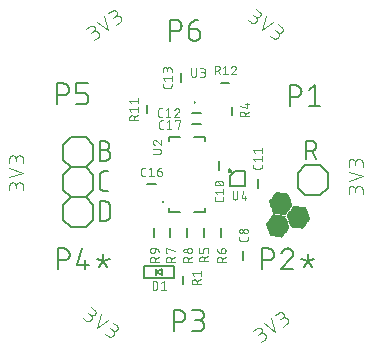
<source format=gbr>
G04 EAGLE Gerber RS-274X export*
G75*
%MOMM*%
%FSLAX34Y34*%
%LPD*%
%INSilkscreen Top*%
%IPPOS*%
%AMOC8*
5,1,8,0,0,1.08239X$1,22.5*%
G01*
%ADD10R,0.014731X0.014731*%
%ADD11R,0.147319X0.014731*%
%ADD12R,0.265175X0.014731*%
%ADD13R,0.383031X0.014731*%
%ADD14R,0.515619X0.014731*%
%ADD15R,0.633475X0.014731*%
%ADD16R,0.751331X0.014731*%
%ADD17R,0.883919X0.014731*%
%ADD18R,1.001775X0.014731*%
%ADD19R,1.119631X0.014731*%
%ADD20R,1.134363X0.014731*%
%ADD21R,1.149094X0.014731*%
%ADD22R,1.163825X0.014731*%
%ADD23R,1.178556X0.014731*%
%ADD24R,1.193288X0.014731*%
%ADD25R,1.222756X0.014731*%
%ADD26R,1.237488X0.014731*%
%ADD27R,1.266950X0.014731*%
%ADD28R,1.281681X0.014731*%
%ADD29R,1.311144X0.014731*%
%ADD30R,1.325881X0.014731*%
%ADD31R,1.355344X0.014731*%
%ADD32R,1.370075X0.014731*%
%ADD33R,1.384806X0.014731*%
%ADD34R,1.399538X0.014731*%
%ADD35R,1.414275X0.014731*%
%ADD36R,1.443738X0.014731*%
%ADD37R,1.458469X0.014731*%
%ADD38R,1.487931X0.014731*%
%ADD39R,1.502663X0.014731*%
%ADD40R,1.517394X0.014731*%
%ADD41R,1.532125X0.014731*%
%ADD42R,1.546856X0.014731*%
%ADD43R,1.576319X0.014731*%
%ADD44R,1.605788X0.014731*%
%ADD45R,1.620519X0.014731*%
%ADD46R,1.649981X0.014731*%
%ADD47R,1.664713X0.014731*%
%ADD48R,1.694175X0.014731*%
%ADD49R,1.708913X0.014731*%
%ADD50R,1.738375X0.014731*%
%ADD51R,1.753106X0.014731*%
%ADD52R,1.767838X0.014731*%
%ADD53R,1.782569X0.014731*%
%ADD54R,1.797306X0.014731*%
%ADD55R,0.117856X0.014731*%
%ADD56R,1.826769X0.014731*%
%ADD57R,0.235713X0.014731*%
%ADD58R,0.353569X0.014731*%
%ADD59R,1.856231X0.014731*%
%ADD60R,0.486156X0.014731*%
%ADD61R,1.870963X0.014731*%
%ADD62R,0.604013X0.014731*%
%ADD63R,0.721869X0.014731*%
%ADD64R,1.885694X0.014731*%
%ADD65R,0.839719X0.014731*%
%ADD66R,0.972306X0.014731*%
%ADD67R,1.090169X0.014731*%
%ADD68R,1.208025X0.014731*%
%ADD69R,1.252219X0.014731*%
%ADD70R,1.296412X0.014731*%
%ADD71R,1.340612X0.014731*%
%ADD72R,1.826763X0.014731*%
%ADD73R,1.414269X0.014731*%
%ADD74R,1.812031X0.014731*%
%ADD75R,1.429000X0.014731*%
%ADD76R,1.458462X0.014731*%
%ADD77R,1.473200X0.014731*%
%ADD78R,1.723644X0.014731*%
%ADD79R,1.694181X0.014731*%
%ADD80R,1.679450X0.014731*%
%ADD81R,1.561594X0.014731*%
%ADD82R,1.576325X0.014731*%
%ADD83R,1.591056X0.014731*%
%ADD84R,1.635250X0.014731*%
%ADD85R,1.561588X0.014731*%
%ADD86R,1.443731X0.014731*%
%ADD87R,1.797300X0.014731*%
%ADD88R,1.841500X0.014731*%
%ADD89R,1.311150X0.014731*%
%ADD90R,1.296419X0.014731*%
%ADD91R,1.193294X0.014731*%
%ADD92R,0.957575X0.014731*%
%ADD93R,0.589281X0.014731*%
%ADD94R,0.471425X0.014731*%
%ADD95R,0.220975X0.014731*%
%ADD96R,1.812038X0.014731*%
%ADD97R,0.103119X0.014731*%
%ADD98R,0.029463X0.014731*%
%ADD99R,0.162050X0.014731*%
%ADD100R,0.397763X0.014731*%
%ADD101R,0.648206X0.014731*%
%ADD102R,1.679444X0.014731*%
%ADD103R,1.016506X0.014731*%
%ADD104R,1.104900X0.014731*%
%ADD105R,1.222750X0.014731*%
%ADD106R,1.429006X0.014731*%
%ADD107R,1.208019X0.014731*%
%ADD108R,0.987044X0.014731*%
%ADD109R,0.854456X0.014731*%
%ADD110R,0.618744X0.014731*%
%ADD111R,0.500888X0.014731*%
%ADD112R,0.368300X0.014731*%
%ADD113R,0.132587X0.014731*%
%ADD114R,1.664719X0.014731*%
%ADD115R,1.075438X0.014731*%
%ADD116R,0.942844X0.014731*%
%ADD117R,0.707131X0.014731*%
%ADD118R,0.456694X0.014731*%
%ADD119R,0.088388X0.014731*%
%ADD120C,0.101600*%
%ADD121C,0.152400*%
%ADD122C,0.203200*%
%ADD123C,0.076200*%
%ADD124C,0.127000*%
%ADD125C,0.177800*%
%ADD126C,0.200000*%
%ADD127C,0.100000*%
%ADD128C,0.100000*%
%ADD129C,0.050800*%


D10*
X80739Y97523D03*
D11*
X80223Y97671D03*
D12*
X79634Y97818D03*
D13*
X79192Y97965D03*
D14*
X78677Y98113D03*
D15*
X78235Y98260D03*
D16*
X77645Y98407D03*
D17*
X77130Y98555D03*
D18*
X76688Y98702D03*
D19*
X76246Y98849D03*
D20*
X76172Y98997D03*
D21*
X76246Y99144D03*
D22*
X76319Y99291D03*
D23*
X76246Y99438D03*
D24*
X76319Y99586D03*
D25*
X76319Y99733D03*
D26*
X76393Y99880D03*
X76393Y100028D03*
D27*
X76393Y100175D03*
D28*
X76467Y100322D03*
D29*
X76467Y100470D03*
X76467Y100617D03*
D30*
X76540Y100764D03*
D31*
X76540Y100912D03*
D32*
X76614Y101059D03*
D33*
X76540Y101206D03*
D34*
X76614Y101354D03*
D35*
X76688Y101501D03*
D36*
X76688Y101648D03*
X76688Y101796D03*
D37*
X76761Y101943D03*
D38*
X76761Y102090D03*
D39*
X76835Y102238D03*
D40*
X76761Y102385D03*
D41*
X76835Y102532D03*
D42*
X76909Y102680D03*
D43*
X76909Y102827D03*
X76909Y102974D03*
D44*
X76909Y103121D03*
D45*
X76982Y103269D03*
X76982Y103416D03*
D46*
X76982Y103563D03*
D47*
X77056Y103711D03*
D48*
X77056Y103858D03*
X77056Y104005D03*
D49*
X77130Y104153D03*
D50*
X77130Y104300D03*
D51*
X77203Y104447D03*
D52*
X77130Y104595D03*
D53*
X77203Y104742D03*
D54*
X77277Y104889D03*
D55*
X97754Y104889D03*
D56*
X77277Y105037D03*
D57*
X97165Y105037D03*
D56*
X77277Y105184D03*
D58*
X96723Y105184D03*
D59*
X77277Y105331D03*
D60*
X96208Y105331D03*
D61*
X77351Y105479D03*
D62*
X95766Y105479D03*
D61*
X77351Y105626D03*
D63*
X95176Y105626D03*
D64*
X77277Y105773D03*
D65*
X94734Y105773D03*
D64*
X77277Y105921D03*
D66*
X94219Y105921D03*
D61*
X77203Y106068D03*
D67*
X93777Y106068D03*
D64*
X77130Y106215D03*
D19*
X93629Y106215D03*
D64*
X77130Y106363D03*
D21*
X93629Y106363D03*
D64*
X76982Y106510D03*
D22*
X93703Y106510D03*
D64*
X76982Y106657D03*
D23*
X93777Y106657D03*
D61*
X76909Y106804D03*
D24*
X93703Y106804D03*
D64*
X76835Y106952D03*
D68*
X93777Y106952D03*
D64*
X76835Y107099D03*
D26*
X93777Y107099D03*
D64*
X76688Y107246D03*
D69*
X93850Y107246D03*
D64*
X76688Y107394D03*
D69*
X93850Y107394D03*
D61*
X76614Y107541D03*
D28*
X93850Y107541D03*
D64*
X76540Y107688D03*
D70*
X93924Y107688D03*
D64*
X76540Y107836D03*
D30*
X93924Y107836D03*
D64*
X76393Y107983D03*
D30*
X93924Y107983D03*
D64*
X76393Y108130D03*
D71*
X93998Y108130D03*
D61*
X76319Y108278D03*
D32*
X93998Y108278D03*
D59*
X76393Y108425D03*
D33*
X94071Y108425D03*
D59*
X76393Y108572D03*
D34*
X93998Y108572D03*
D72*
X76393Y108720D03*
D73*
X94071Y108720D03*
D74*
X76467Y108867D03*
D75*
X94145Y108867D03*
D53*
X76467Y109014D03*
D76*
X94145Y109014D03*
D53*
X76467Y109162D03*
D76*
X94145Y109162D03*
D52*
X76540Y109309D03*
D77*
X94219Y109309D03*
D50*
X76540Y109456D03*
D39*
X94219Y109456D03*
D78*
X76614Y109604D03*
D39*
X94219Y109604D03*
D49*
X76540Y109751D03*
D41*
X94219Y109751D03*
D79*
X76614Y109898D03*
D42*
X94292Y109898D03*
D80*
X76688Y110046D03*
D81*
X94366Y110046D03*
D46*
X76688Y110193D03*
D82*
X94292Y110193D03*
D46*
X76688Y110340D03*
D83*
X94366Y110340D03*
D84*
X76761Y110487D03*
D45*
X94366Y110487D03*
D44*
X76761Y110635D03*
D84*
X94440Y110635D03*
D44*
X76761Y110782D03*
D84*
X94440Y110782D03*
D82*
X76761Y110929D03*
D47*
X94440Y110929D03*
D85*
X76835Y111077D03*
D80*
X94513Y111077D03*
D42*
X76909Y111224D03*
D49*
X94513Y111224D03*
D41*
X76835Y111371D03*
D49*
X94513Y111371D03*
D40*
X76909Y111519D03*
D78*
X94587Y111519D03*
D38*
X76909Y111666D03*
D51*
X94587Y111666D03*
D77*
X76982Y111813D03*
D52*
X94661Y111813D03*
D77*
X76982Y111961D03*
D53*
X94587Y111961D03*
D86*
X76982Y112108D03*
D87*
X94661Y112108D03*
D75*
X77056Y112255D03*
D74*
X94734Y112255D03*
D34*
X77056Y112403D03*
D88*
X94734Y112403D03*
D34*
X77056Y112550D03*
D88*
X94734Y112550D03*
D33*
X77130Y112697D03*
D61*
X94734Y112697D03*
D31*
X77130Y112845D03*
D64*
X94808Y112845D03*
D71*
X77203Y112992D03*
D61*
X94734Y112992D03*
D30*
X77130Y113139D03*
D64*
X94661Y113139D03*
D89*
X77203Y113287D03*
D64*
X94661Y113287D03*
D90*
X77277Y113434D03*
D61*
X94587Y113434D03*
D27*
X77277Y113581D03*
D64*
X94513Y113581D03*
D27*
X77277Y113729D03*
D64*
X94513Y113729D03*
D69*
X77351Y113876D03*
D64*
X94366Y113876D03*
D25*
X77351Y114023D03*
D64*
X94366Y114023D03*
D68*
X77424Y114170D03*
D61*
X94292Y114170D03*
D91*
X77351Y114318D03*
D64*
X94219Y114318D03*
D23*
X77424Y114465D03*
D64*
X94219Y114465D03*
D22*
X77498Y114612D03*
D64*
X94071Y114612D03*
D21*
X77424Y114760D03*
D64*
X94071Y114760D03*
D20*
X77498Y114907D03*
D61*
X93998Y114907D03*
D67*
X77424Y115054D03*
D64*
X93924Y115054D03*
D92*
X76909Y115202D03*
D64*
X93924Y115202D03*
D65*
X76319Y115349D03*
D64*
X93777Y115349D03*
D63*
X75877Y115496D03*
D64*
X93777Y115496D03*
D93*
X75362Y115644D03*
D59*
X93777Y115644D03*
D94*
X74920Y115791D03*
D88*
X93850Y115791D03*
D58*
X74331Y115938D03*
D88*
X93850Y115938D03*
D95*
X73815Y116086D03*
D96*
X93850Y116086D03*
D97*
X73373Y116233D03*
D54*
X93924Y116233D03*
D98*
X83170Y116380D03*
D53*
X93850Y116380D03*
D99*
X82654Y116528D03*
D52*
X93924Y116528D03*
D12*
X82139Y116675D03*
D51*
X93998Y116675D03*
D100*
X81623Y116822D03*
D78*
X93998Y116822D03*
D14*
X81181Y116970D03*
D78*
X93998Y116970D03*
D101*
X80665Y117117D03*
D79*
X93998Y117117D03*
D16*
X80150Y117264D03*
D102*
X94071Y117264D03*
D17*
X79634Y117412D03*
D47*
X94145Y117412D03*
D103*
X79118Y117559D03*
D46*
X94071Y117559D03*
D104*
X78677Y117706D03*
D84*
X94145Y117706D03*
D20*
X78677Y117853D03*
D45*
X94219Y117853D03*
D21*
X78750Y118001D03*
D83*
X94219Y118001D03*
D22*
X78824Y118148D03*
D83*
X94219Y118148D03*
D23*
X78750Y118295D03*
D85*
X94219Y118295D03*
D24*
X78824Y118443D03*
D42*
X94292Y118443D03*
D105*
X78824Y118590D03*
D41*
X94366Y118590D03*
D26*
X78898Y118737D03*
D40*
X94292Y118737D03*
D26*
X78898Y118885D03*
D39*
X94366Y118885D03*
D27*
X78897Y119032D03*
D77*
X94366Y119032D03*
D28*
X78971Y119179D03*
D37*
X94440Y119179D03*
D29*
X78971Y119327D03*
D37*
X94440Y119327D03*
D29*
X78971Y119474D03*
D106*
X94440Y119474D03*
D30*
X79045Y119621D03*
D73*
X94513Y119621D03*
D31*
X79045Y119769D03*
D33*
X94513Y119769D03*
D32*
X79118Y119916D03*
D33*
X94513Y119916D03*
X79045Y120063D03*
D32*
X94587Y120063D03*
D34*
X79118Y120211D03*
D71*
X94587Y120211D03*
D73*
X79192Y120358D03*
D71*
X94587Y120358D03*
D36*
X79192Y120505D03*
D89*
X94587Y120505D03*
D36*
X79192Y120653D03*
D70*
X94661Y120653D03*
D77*
X79192Y120800D03*
D28*
X94734Y120800D03*
D38*
X79266Y120947D03*
D27*
X94661Y120947D03*
D39*
X79339Y121095D03*
D69*
X94734Y121095D03*
D40*
X79266Y121242D03*
D25*
X94734Y121242D03*
D41*
X79339Y121389D03*
D107*
X94808Y121389D03*
D85*
X79339Y121536D03*
D107*
X94808Y121536D03*
D43*
X79413Y121684D03*
D23*
X94808Y121684D03*
D43*
X79413Y121831D03*
D22*
X94882Y121831D03*
D44*
X79413Y121978D03*
D21*
X94955Y121978D03*
D45*
X79487Y122126D03*
D20*
X94882Y122126D03*
D45*
X79487Y122273D03*
D104*
X94882Y122273D03*
D46*
X79487Y122420D03*
D108*
X94440Y122420D03*
D47*
X79560Y122568D03*
D109*
X93924Y122568D03*
D48*
X79560Y122715D03*
D16*
X93409Y122715D03*
D48*
X79560Y122862D03*
D110*
X92893Y122862D03*
D49*
X79634Y123010D03*
D111*
X92451Y123010D03*
D50*
X79634Y123157D03*
D112*
X91935Y123157D03*
D51*
X79708Y123304D03*
D12*
X91420Y123304D03*
D52*
X79634Y123452D03*
D113*
X90904Y123452D03*
D53*
X79708Y123599D03*
D10*
X90462Y123599D03*
D54*
X79781Y123746D03*
D56*
X79781Y123894D03*
X79781Y124041D03*
D59*
X79781Y124188D03*
D61*
X79855Y124336D03*
X79855Y124483D03*
D64*
X79781Y124630D03*
X79781Y124778D03*
X79634Y124925D03*
X79634Y125072D03*
D61*
X79560Y125219D03*
D64*
X79487Y125367D03*
X79487Y125514D03*
X79339Y125661D03*
X79339Y125809D03*
D61*
X79266Y125956D03*
D64*
X79192Y126103D03*
X79192Y126251D03*
D61*
X79118Y126398D03*
D64*
X79045Y126545D03*
X79045Y126693D03*
X78897Y126840D03*
X78897Y126987D03*
D61*
X78824Y127135D03*
D59*
X78897Y127282D03*
X78897Y127429D03*
D72*
X78897Y127577D03*
D74*
X78971Y127724D03*
D53*
X78971Y127871D03*
X78971Y128019D03*
D52*
X79045Y128166D03*
D50*
X79045Y128313D03*
D78*
X79118Y128461D03*
D49*
X79045Y128608D03*
D79*
X79118Y128755D03*
D80*
X79192Y128902D03*
D114*
X79118Y129050D03*
D46*
X79192Y129197D03*
D45*
X79192Y129344D03*
D44*
X79266Y129492D03*
X79266Y129639D03*
D82*
X79266Y129786D03*
D85*
X79339Y129934D03*
D41*
X79339Y130081D03*
X79339Y130228D03*
D40*
X79413Y130376D03*
D38*
X79413Y130523D03*
D77*
X79487Y130670D03*
X79487Y130818D03*
D86*
X79487Y130965D03*
D75*
X79560Y131112D03*
D34*
X79560Y131260D03*
X79560Y131407D03*
D33*
X79634Y131554D03*
D31*
X79634Y131702D03*
D71*
X79708Y131849D03*
D30*
X79634Y131996D03*
D89*
X79708Y132144D03*
D90*
X79781Y132291D03*
D27*
X79781Y132438D03*
X79781Y132585D03*
D26*
X79781Y132733D03*
D25*
X79855Y132880D03*
D68*
X79929Y133027D03*
D91*
X79855Y133175D03*
D23*
X79929Y133322D03*
D21*
X79929Y133469D03*
X79929Y133617D03*
D20*
X80002Y133764D03*
D115*
X79855Y133911D03*
D116*
X79339Y134059D03*
D65*
X78824Y134206D03*
D117*
X78308Y134353D03*
D93*
X77866Y134501D03*
D118*
X77351Y134648D03*
D58*
X76835Y134795D03*
D95*
X76319Y134943D03*
D119*
X75804Y135090D03*
D120*
X-138621Y137724D02*
X-138621Y140970D01*
X-138620Y140970D02*
X-138622Y141083D01*
X-138628Y141196D01*
X-138638Y141309D01*
X-138652Y141422D01*
X-138669Y141534D01*
X-138691Y141645D01*
X-138716Y141755D01*
X-138746Y141865D01*
X-138779Y141973D01*
X-138816Y142080D01*
X-138856Y142186D01*
X-138901Y142290D01*
X-138949Y142393D01*
X-139000Y142494D01*
X-139055Y142593D01*
X-139113Y142690D01*
X-139175Y142785D01*
X-139240Y142878D01*
X-139308Y142968D01*
X-139379Y143056D01*
X-139454Y143142D01*
X-139531Y143225D01*
X-139611Y143305D01*
X-139694Y143382D01*
X-139780Y143457D01*
X-139868Y143528D01*
X-139958Y143596D01*
X-140051Y143661D01*
X-140146Y143723D01*
X-140243Y143781D01*
X-140342Y143836D01*
X-140443Y143887D01*
X-140546Y143935D01*
X-140650Y143980D01*
X-140756Y144020D01*
X-140863Y144057D01*
X-140971Y144090D01*
X-141081Y144120D01*
X-141191Y144145D01*
X-141302Y144167D01*
X-141414Y144184D01*
X-141527Y144198D01*
X-141640Y144208D01*
X-141753Y144214D01*
X-141866Y144216D01*
X-141979Y144214D01*
X-142092Y144208D01*
X-142205Y144198D01*
X-142318Y144184D01*
X-142430Y144167D01*
X-142541Y144145D01*
X-142651Y144120D01*
X-142761Y144090D01*
X-142869Y144057D01*
X-142976Y144020D01*
X-143082Y143980D01*
X-143186Y143935D01*
X-143289Y143887D01*
X-143390Y143836D01*
X-143489Y143781D01*
X-143586Y143723D01*
X-143681Y143661D01*
X-143774Y143596D01*
X-143864Y143528D01*
X-143952Y143457D01*
X-144038Y143382D01*
X-144121Y143305D01*
X-144201Y143225D01*
X-144278Y143142D01*
X-144353Y143056D01*
X-144424Y142968D01*
X-144492Y142878D01*
X-144557Y142785D01*
X-144619Y142690D01*
X-144677Y142593D01*
X-144732Y142494D01*
X-144783Y142393D01*
X-144831Y142290D01*
X-144876Y142186D01*
X-144916Y142080D01*
X-144953Y141973D01*
X-144986Y141865D01*
X-145016Y141755D01*
X-145041Y141645D01*
X-145063Y141534D01*
X-145080Y141422D01*
X-145094Y141309D01*
X-145104Y141196D01*
X-145110Y141083D01*
X-145112Y140970D01*
X-150305Y141619D02*
X-150305Y137724D01*
X-150304Y141619D02*
X-150302Y141720D01*
X-150296Y141820D01*
X-150286Y141920D01*
X-150273Y142020D01*
X-150255Y142119D01*
X-150234Y142218D01*
X-150209Y142315D01*
X-150180Y142412D01*
X-150147Y142507D01*
X-150111Y142601D01*
X-150071Y142693D01*
X-150028Y142784D01*
X-149981Y142873D01*
X-149931Y142960D01*
X-149877Y143046D01*
X-149820Y143129D01*
X-149760Y143209D01*
X-149697Y143288D01*
X-149630Y143364D01*
X-149561Y143437D01*
X-149489Y143507D01*
X-149415Y143575D01*
X-149338Y143640D01*
X-149258Y143701D01*
X-149176Y143760D01*
X-149092Y143815D01*
X-149006Y143867D01*
X-148918Y143916D01*
X-148828Y143961D01*
X-148736Y144003D01*
X-148643Y144041D01*
X-148548Y144075D01*
X-148453Y144106D01*
X-148356Y144133D01*
X-148258Y144156D01*
X-148159Y144176D01*
X-148059Y144191D01*
X-147959Y144203D01*
X-147859Y144211D01*
X-147758Y144215D01*
X-147658Y144215D01*
X-147557Y144211D01*
X-147457Y144203D01*
X-147357Y144191D01*
X-147257Y144176D01*
X-147158Y144156D01*
X-147060Y144133D01*
X-146963Y144106D01*
X-146868Y144075D01*
X-146773Y144041D01*
X-146680Y144003D01*
X-146588Y143961D01*
X-146498Y143916D01*
X-146410Y143867D01*
X-146324Y143815D01*
X-146240Y143760D01*
X-146158Y143701D01*
X-146078Y143640D01*
X-146001Y143575D01*
X-145927Y143507D01*
X-145855Y143437D01*
X-145786Y143364D01*
X-145719Y143288D01*
X-145656Y143209D01*
X-145596Y143129D01*
X-145539Y143046D01*
X-145485Y142960D01*
X-145435Y142873D01*
X-145388Y142784D01*
X-145345Y142693D01*
X-145305Y142601D01*
X-145269Y142507D01*
X-145236Y142412D01*
X-145207Y142315D01*
X-145182Y142218D01*
X-145161Y142119D01*
X-145143Y142020D01*
X-145130Y141920D01*
X-145120Y141820D01*
X-145114Y141720D01*
X-145112Y141619D01*
X-145112Y139023D01*
X-150305Y148505D02*
X-138621Y152400D01*
X-150305Y156295D01*
X-138621Y160584D02*
X-138621Y163830D01*
X-138620Y163830D02*
X-138622Y163943D01*
X-138628Y164056D01*
X-138638Y164169D01*
X-138652Y164282D01*
X-138669Y164394D01*
X-138691Y164505D01*
X-138716Y164615D01*
X-138746Y164725D01*
X-138779Y164833D01*
X-138816Y164940D01*
X-138856Y165046D01*
X-138901Y165150D01*
X-138949Y165253D01*
X-139000Y165354D01*
X-139055Y165453D01*
X-139113Y165550D01*
X-139175Y165645D01*
X-139240Y165738D01*
X-139308Y165828D01*
X-139379Y165916D01*
X-139454Y166002D01*
X-139531Y166085D01*
X-139611Y166165D01*
X-139694Y166242D01*
X-139780Y166317D01*
X-139868Y166388D01*
X-139958Y166456D01*
X-140051Y166521D01*
X-140146Y166583D01*
X-140243Y166641D01*
X-140342Y166696D01*
X-140443Y166747D01*
X-140546Y166795D01*
X-140650Y166840D01*
X-140756Y166880D01*
X-140863Y166917D01*
X-140971Y166950D01*
X-141081Y166980D01*
X-141191Y167005D01*
X-141302Y167027D01*
X-141414Y167044D01*
X-141527Y167058D01*
X-141640Y167068D01*
X-141753Y167074D01*
X-141866Y167076D01*
X-141979Y167074D01*
X-142092Y167068D01*
X-142205Y167058D01*
X-142318Y167044D01*
X-142430Y167027D01*
X-142541Y167005D01*
X-142651Y166980D01*
X-142761Y166950D01*
X-142869Y166917D01*
X-142976Y166880D01*
X-143082Y166840D01*
X-143186Y166795D01*
X-143289Y166747D01*
X-143390Y166696D01*
X-143489Y166641D01*
X-143586Y166583D01*
X-143681Y166521D01*
X-143774Y166456D01*
X-143864Y166388D01*
X-143952Y166317D01*
X-144038Y166242D01*
X-144121Y166165D01*
X-144201Y166085D01*
X-144278Y166002D01*
X-144353Y165916D01*
X-144424Y165828D01*
X-144492Y165738D01*
X-144557Y165645D01*
X-144619Y165550D01*
X-144677Y165453D01*
X-144732Y165354D01*
X-144783Y165253D01*
X-144831Y165150D01*
X-144876Y165046D01*
X-144916Y164940D01*
X-144953Y164833D01*
X-144986Y164725D01*
X-145016Y164615D01*
X-145041Y164505D01*
X-145063Y164394D01*
X-145080Y164282D01*
X-145094Y164169D01*
X-145104Y164056D01*
X-145110Y163943D01*
X-145112Y163830D01*
X-150305Y164479D02*
X-150305Y160584D01*
X-150304Y164479D02*
X-150302Y164580D01*
X-150296Y164680D01*
X-150286Y164780D01*
X-150273Y164880D01*
X-150255Y164979D01*
X-150234Y165078D01*
X-150209Y165175D01*
X-150180Y165272D01*
X-150147Y165367D01*
X-150111Y165461D01*
X-150071Y165553D01*
X-150028Y165644D01*
X-149981Y165733D01*
X-149931Y165820D01*
X-149877Y165906D01*
X-149820Y165989D01*
X-149760Y166069D01*
X-149697Y166148D01*
X-149630Y166224D01*
X-149561Y166297D01*
X-149489Y166367D01*
X-149415Y166435D01*
X-149338Y166500D01*
X-149258Y166561D01*
X-149176Y166620D01*
X-149092Y166675D01*
X-149006Y166727D01*
X-148918Y166776D01*
X-148828Y166821D01*
X-148736Y166863D01*
X-148643Y166901D01*
X-148548Y166935D01*
X-148453Y166966D01*
X-148356Y166993D01*
X-148258Y167016D01*
X-148159Y167036D01*
X-148059Y167051D01*
X-147959Y167063D01*
X-147859Y167071D01*
X-147758Y167075D01*
X-147658Y167075D01*
X-147557Y167071D01*
X-147457Y167063D01*
X-147357Y167051D01*
X-147257Y167036D01*
X-147158Y167016D01*
X-147060Y166993D01*
X-146963Y166966D01*
X-146868Y166935D01*
X-146773Y166901D01*
X-146680Y166863D01*
X-146588Y166821D01*
X-146498Y166776D01*
X-146410Y166727D01*
X-146324Y166675D01*
X-146240Y166620D01*
X-146158Y166561D01*
X-146078Y166500D01*
X-146001Y166435D01*
X-145927Y166367D01*
X-145855Y166297D01*
X-145786Y166224D01*
X-145719Y166148D01*
X-145656Y166069D01*
X-145596Y165989D01*
X-145539Y165906D01*
X-145485Y165820D01*
X-145435Y165733D01*
X-145388Y165644D01*
X-145345Y165553D01*
X-145305Y165461D01*
X-145269Y165367D01*
X-145236Y165272D01*
X-145207Y165175D01*
X-145182Y165078D01*
X-145161Y164979D01*
X-145143Y164880D01*
X-145130Y164780D01*
X-145120Y164680D01*
X-145114Y164580D01*
X-145112Y164479D01*
X-145112Y161883D01*
X148717Y137795D02*
X148717Y134549D01*
X148717Y137795D02*
X148715Y137908D01*
X148709Y138021D01*
X148699Y138134D01*
X148685Y138247D01*
X148668Y138359D01*
X148646Y138470D01*
X148621Y138580D01*
X148591Y138690D01*
X148558Y138798D01*
X148521Y138905D01*
X148481Y139011D01*
X148436Y139115D01*
X148388Y139218D01*
X148337Y139319D01*
X148282Y139418D01*
X148224Y139515D01*
X148162Y139610D01*
X148097Y139703D01*
X148029Y139793D01*
X147958Y139881D01*
X147883Y139967D01*
X147806Y140050D01*
X147726Y140130D01*
X147643Y140207D01*
X147557Y140282D01*
X147469Y140353D01*
X147379Y140421D01*
X147286Y140486D01*
X147191Y140548D01*
X147094Y140606D01*
X146995Y140661D01*
X146894Y140712D01*
X146791Y140760D01*
X146687Y140805D01*
X146581Y140845D01*
X146474Y140882D01*
X146366Y140915D01*
X146256Y140945D01*
X146146Y140970D01*
X146035Y140992D01*
X145923Y141009D01*
X145810Y141023D01*
X145697Y141033D01*
X145584Y141039D01*
X145471Y141041D01*
X145358Y141039D01*
X145245Y141033D01*
X145132Y141023D01*
X145019Y141009D01*
X144907Y140992D01*
X144796Y140970D01*
X144686Y140945D01*
X144576Y140915D01*
X144468Y140882D01*
X144361Y140845D01*
X144255Y140805D01*
X144151Y140760D01*
X144048Y140712D01*
X143947Y140661D01*
X143848Y140606D01*
X143751Y140548D01*
X143656Y140486D01*
X143563Y140421D01*
X143473Y140353D01*
X143385Y140282D01*
X143299Y140207D01*
X143216Y140130D01*
X143136Y140050D01*
X143059Y139967D01*
X142984Y139881D01*
X142913Y139793D01*
X142845Y139703D01*
X142780Y139610D01*
X142718Y139515D01*
X142660Y139418D01*
X142605Y139319D01*
X142554Y139218D01*
X142506Y139115D01*
X142461Y139011D01*
X142421Y138905D01*
X142384Y138798D01*
X142351Y138690D01*
X142321Y138580D01*
X142296Y138470D01*
X142274Y138359D01*
X142257Y138247D01*
X142243Y138134D01*
X142233Y138021D01*
X142227Y137908D01*
X142225Y137795D01*
X137033Y138444D02*
X137033Y134549D01*
X137033Y138444D02*
X137035Y138545D01*
X137041Y138645D01*
X137051Y138745D01*
X137064Y138845D01*
X137082Y138944D01*
X137103Y139043D01*
X137128Y139140D01*
X137157Y139237D01*
X137190Y139332D01*
X137226Y139426D01*
X137266Y139518D01*
X137309Y139609D01*
X137356Y139698D01*
X137406Y139785D01*
X137460Y139871D01*
X137517Y139954D01*
X137577Y140034D01*
X137640Y140113D01*
X137707Y140189D01*
X137776Y140262D01*
X137848Y140332D01*
X137922Y140400D01*
X137999Y140465D01*
X138079Y140526D01*
X138161Y140585D01*
X138245Y140640D01*
X138331Y140692D01*
X138419Y140741D01*
X138509Y140786D01*
X138601Y140828D01*
X138694Y140866D01*
X138789Y140900D01*
X138884Y140931D01*
X138981Y140958D01*
X139079Y140981D01*
X139178Y141001D01*
X139278Y141016D01*
X139378Y141028D01*
X139478Y141036D01*
X139579Y141040D01*
X139679Y141040D01*
X139780Y141036D01*
X139880Y141028D01*
X139980Y141016D01*
X140080Y141001D01*
X140179Y140981D01*
X140277Y140958D01*
X140374Y140931D01*
X140469Y140900D01*
X140564Y140866D01*
X140657Y140828D01*
X140749Y140786D01*
X140839Y140741D01*
X140927Y140692D01*
X141013Y140640D01*
X141097Y140585D01*
X141179Y140526D01*
X141259Y140465D01*
X141336Y140400D01*
X141410Y140332D01*
X141482Y140262D01*
X141551Y140189D01*
X141618Y140113D01*
X141681Y140034D01*
X141741Y139954D01*
X141798Y139871D01*
X141852Y139785D01*
X141902Y139698D01*
X141949Y139609D01*
X141992Y139518D01*
X142032Y139426D01*
X142068Y139332D01*
X142101Y139237D01*
X142130Y139140D01*
X142155Y139043D01*
X142176Y138944D01*
X142194Y138845D01*
X142207Y138745D01*
X142217Y138645D01*
X142223Y138545D01*
X142225Y138444D01*
X142226Y138444D02*
X142226Y135848D01*
X137033Y145330D02*
X148717Y149225D01*
X137033Y153120D01*
X148717Y157409D02*
X148717Y160655D01*
X148715Y160768D01*
X148709Y160881D01*
X148699Y160994D01*
X148685Y161107D01*
X148668Y161219D01*
X148646Y161330D01*
X148621Y161440D01*
X148591Y161550D01*
X148558Y161658D01*
X148521Y161765D01*
X148481Y161871D01*
X148436Y161975D01*
X148388Y162078D01*
X148337Y162179D01*
X148282Y162278D01*
X148224Y162375D01*
X148162Y162470D01*
X148097Y162563D01*
X148029Y162653D01*
X147958Y162741D01*
X147883Y162827D01*
X147806Y162910D01*
X147726Y162990D01*
X147643Y163067D01*
X147557Y163142D01*
X147469Y163213D01*
X147379Y163281D01*
X147286Y163346D01*
X147191Y163408D01*
X147094Y163466D01*
X146995Y163521D01*
X146894Y163572D01*
X146791Y163620D01*
X146687Y163665D01*
X146581Y163705D01*
X146474Y163742D01*
X146366Y163775D01*
X146256Y163805D01*
X146146Y163830D01*
X146035Y163852D01*
X145923Y163869D01*
X145810Y163883D01*
X145697Y163893D01*
X145584Y163899D01*
X145471Y163901D01*
X145358Y163899D01*
X145245Y163893D01*
X145132Y163883D01*
X145019Y163869D01*
X144907Y163852D01*
X144796Y163830D01*
X144686Y163805D01*
X144576Y163775D01*
X144468Y163742D01*
X144361Y163705D01*
X144255Y163665D01*
X144151Y163620D01*
X144048Y163572D01*
X143947Y163521D01*
X143848Y163466D01*
X143751Y163408D01*
X143656Y163346D01*
X143563Y163281D01*
X143473Y163213D01*
X143385Y163142D01*
X143299Y163067D01*
X143216Y162990D01*
X143136Y162910D01*
X143059Y162827D01*
X142984Y162741D01*
X142913Y162653D01*
X142845Y162563D01*
X142780Y162470D01*
X142718Y162375D01*
X142660Y162278D01*
X142605Y162179D01*
X142554Y162078D01*
X142506Y161975D01*
X142461Y161871D01*
X142421Y161765D01*
X142384Y161658D01*
X142351Y161550D01*
X142321Y161440D01*
X142296Y161330D01*
X142274Y161219D01*
X142257Y161107D01*
X142243Y160994D01*
X142233Y160881D01*
X142227Y160768D01*
X142225Y160655D01*
X137033Y161304D02*
X137033Y157409D01*
X137033Y161304D02*
X137035Y161405D01*
X137041Y161505D01*
X137051Y161605D01*
X137064Y161705D01*
X137082Y161804D01*
X137103Y161903D01*
X137128Y162000D01*
X137157Y162097D01*
X137190Y162192D01*
X137226Y162286D01*
X137266Y162378D01*
X137309Y162469D01*
X137356Y162558D01*
X137406Y162645D01*
X137460Y162731D01*
X137517Y162814D01*
X137577Y162894D01*
X137640Y162973D01*
X137707Y163049D01*
X137776Y163122D01*
X137848Y163192D01*
X137922Y163260D01*
X137999Y163325D01*
X138079Y163386D01*
X138161Y163445D01*
X138245Y163500D01*
X138331Y163552D01*
X138419Y163601D01*
X138509Y163646D01*
X138601Y163688D01*
X138694Y163726D01*
X138789Y163760D01*
X138884Y163791D01*
X138981Y163818D01*
X139079Y163841D01*
X139178Y163861D01*
X139278Y163876D01*
X139378Y163888D01*
X139478Y163896D01*
X139579Y163900D01*
X139679Y163900D01*
X139780Y163896D01*
X139880Y163888D01*
X139980Y163876D01*
X140080Y163861D01*
X140179Y163841D01*
X140277Y163818D01*
X140374Y163791D01*
X140469Y163760D01*
X140564Y163726D01*
X140657Y163688D01*
X140749Y163646D01*
X140839Y163601D01*
X140927Y163552D01*
X141013Y163500D01*
X141097Y163445D01*
X141179Y163386D01*
X141259Y163325D01*
X141336Y163260D01*
X141410Y163192D01*
X141482Y163122D01*
X141551Y163049D01*
X141618Y162973D01*
X141681Y162894D01*
X141741Y162814D01*
X141798Y162731D01*
X141852Y162645D01*
X141902Y162558D01*
X141949Y162469D01*
X141992Y162378D01*
X142032Y162286D01*
X142068Y162192D01*
X142101Y162097D01*
X142130Y162000D01*
X142155Y161903D01*
X142176Y161804D01*
X142194Y161705D01*
X142207Y161605D01*
X142217Y161505D01*
X142223Y161405D01*
X142225Y161304D01*
X142226Y161304D02*
X142226Y158708D01*
X-85739Y27170D02*
X-88397Y29032D01*
X-85739Y27170D02*
X-85645Y27107D01*
X-85549Y27047D01*
X-85451Y26990D01*
X-85351Y26937D01*
X-85249Y26887D01*
X-85145Y26841D01*
X-85040Y26799D01*
X-84934Y26760D01*
X-84826Y26725D01*
X-84717Y26694D01*
X-84607Y26666D01*
X-84496Y26643D01*
X-84385Y26623D01*
X-84273Y26607D01*
X-84160Y26595D01*
X-84047Y26587D01*
X-83934Y26583D01*
X-83820Y26583D01*
X-83707Y26587D01*
X-83594Y26595D01*
X-83481Y26607D01*
X-83369Y26623D01*
X-83258Y26643D01*
X-83147Y26666D01*
X-83037Y26694D01*
X-82928Y26725D01*
X-82820Y26760D01*
X-82714Y26799D01*
X-82609Y26841D01*
X-82505Y26887D01*
X-82403Y26937D01*
X-82303Y26990D01*
X-82205Y27047D01*
X-82109Y27107D01*
X-82015Y27170D01*
X-81924Y27237D01*
X-81834Y27306D01*
X-81747Y27379D01*
X-81663Y27455D01*
X-81582Y27534D01*
X-81503Y27615D01*
X-81427Y27699D01*
X-81354Y27786D01*
X-81285Y27876D01*
X-81218Y27967D01*
X-81155Y28061D01*
X-81095Y28157D01*
X-81038Y28255D01*
X-80985Y28355D01*
X-80935Y28457D01*
X-80889Y28561D01*
X-80847Y28666D01*
X-80808Y28772D01*
X-80773Y28880D01*
X-80742Y28989D01*
X-80714Y29099D01*
X-80691Y29210D01*
X-80671Y29321D01*
X-80655Y29433D01*
X-80643Y29546D01*
X-80635Y29659D01*
X-80631Y29772D01*
X-80631Y29886D01*
X-80635Y29999D01*
X-80643Y30112D01*
X-80655Y30225D01*
X-80671Y30337D01*
X-80691Y30448D01*
X-80714Y30559D01*
X-80742Y30669D01*
X-80773Y30778D01*
X-80808Y30886D01*
X-80847Y30992D01*
X-80889Y31097D01*
X-80935Y31201D01*
X-80985Y31303D01*
X-81038Y31403D01*
X-81095Y31501D01*
X-81155Y31597D01*
X-81218Y31691D01*
X-81285Y31782D01*
X-81354Y31872D01*
X-81427Y31959D01*
X-81503Y32043D01*
X-81582Y32124D01*
X-81663Y32203D01*
X-81747Y32279D01*
X-81834Y32352D01*
X-81923Y32421D01*
X-82015Y32488D01*
X-78505Y36369D02*
X-81696Y38603D01*
X-78506Y36369D02*
X-78425Y36309D01*
X-78346Y36247D01*
X-78269Y36181D01*
X-78195Y36113D01*
X-78124Y36042D01*
X-78056Y35968D01*
X-77990Y35891D01*
X-77928Y35812D01*
X-77868Y35731D01*
X-77812Y35647D01*
X-77759Y35562D01*
X-77710Y35474D01*
X-77664Y35385D01*
X-77621Y35293D01*
X-77582Y35200D01*
X-77547Y35106D01*
X-77515Y35011D01*
X-77487Y34914D01*
X-77463Y34816D01*
X-77443Y34718D01*
X-77426Y34618D01*
X-77414Y34518D01*
X-77405Y34418D01*
X-77400Y34317D01*
X-77399Y34217D01*
X-77402Y34116D01*
X-77409Y34016D01*
X-77420Y33916D01*
X-77434Y33816D01*
X-77453Y33717D01*
X-77475Y33619D01*
X-77501Y33522D01*
X-77531Y33425D01*
X-77564Y33331D01*
X-77601Y33237D01*
X-77642Y33145D01*
X-77687Y33054D01*
X-77734Y32966D01*
X-77786Y32879D01*
X-77840Y32795D01*
X-77898Y32712D01*
X-77959Y32632D01*
X-78023Y32554D01*
X-78090Y32479D01*
X-78159Y32406D01*
X-78232Y32337D01*
X-78307Y32270D01*
X-78385Y32206D01*
X-78465Y32145D01*
X-78548Y32087D01*
X-78632Y32033D01*
X-78719Y31981D01*
X-78807Y31934D01*
X-78898Y31889D01*
X-78990Y31848D01*
X-79083Y31811D01*
X-79178Y31778D01*
X-79275Y31748D01*
X-79372Y31722D01*
X-79470Y31700D01*
X-79569Y31681D01*
X-79669Y31667D01*
X-79769Y31656D01*
X-79869Y31649D01*
X-79970Y31646D01*
X-80070Y31647D01*
X-80171Y31652D01*
X-80271Y31661D01*
X-80371Y31673D01*
X-80471Y31690D01*
X-80569Y31710D01*
X-80667Y31734D01*
X-80764Y31762D01*
X-80859Y31794D01*
X-80953Y31829D01*
X-81046Y31868D01*
X-81138Y31911D01*
X-81227Y31957D01*
X-81315Y32006D01*
X-81400Y32059D01*
X-81484Y32115D01*
X-83611Y33605D01*
X-72864Y32419D02*
X-76376Y20614D01*
X-66484Y27952D01*
X-69671Y15920D02*
X-67013Y14058D01*
X-66919Y13995D01*
X-66823Y13935D01*
X-66725Y13878D01*
X-66625Y13825D01*
X-66523Y13775D01*
X-66419Y13729D01*
X-66314Y13687D01*
X-66208Y13648D01*
X-66100Y13613D01*
X-65991Y13582D01*
X-65881Y13554D01*
X-65770Y13531D01*
X-65659Y13511D01*
X-65547Y13495D01*
X-65434Y13483D01*
X-65321Y13475D01*
X-65208Y13471D01*
X-65094Y13471D01*
X-64981Y13475D01*
X-64868Y13483D01*
X-64755Y13495D01*
X-64643Y13511D01*
X-64532Y13531D01*
X-64421Y13554D01*
X-64311Y13582D01*
X-64202Y13613D01*
X-64094Y13648D01*
X-63988Y13687D01*
X-63883Y13729D01*
X-63779Y13775D01*
X-63677Y13825D01*
X-63577Y13878D01*
X-63479Y13935D01*
X-63383Y13995D01*
X-63289Y14058D01*
X-63198Y14125D01*
X-63108Y14194D01*
X-63021Y14267D01*
X-62937Y14343D01*
X-62856Y14422D01*
X-62777Y14503D01*
X-62701Y14587D01*
X-62628Y14674D01*
X-62559Y14764D01*
X-62492Y14855D01*
X-62429Y14949D01*
X-62369Y15045D01*
X-62312Y15143D01*
X-62259Y15243D01*
X-62209Y15345D01*
X-62163Y15449D01*
X-62121Y15554D01*
X-62082Y15660D01*
X-62047Y15768D01*
X-62016Y15877D01*
X-61988Y15987D01*
X-61965Y16098D01*
X-61945Y16209D01*
X-61929Y16321D01*
X-61917Y16434D01*
X-61909Y16547D01*
X-61905Y16660D01*
X-61905Y16774D01*
X-61909Y16887D01*
X-61917Y17000D01*
X-61929Y17113D01*
X-61945Y17225D01*
X-61965Y17336D01*
X-61988Y17447D01*
X-62016Y17557D01*
X-62047Y17666D01*
X-62082Y17774D01*
X-62121Y17880D01*
X-62163Y17985D01*
X-62209Y18089D01*
X-62259Y18191D01*
X-62312Y18291D01*
X-62369Y18389D01*
X-62429Y18485D01*
X-62492Y18579D01*
X-62559Y18670D01*
X-62628Y18760D01*
X-62701Y18847D01*
X-62777Y18931D01*
X-62856Y19012D01*
X-62937Y19091D01*
X-63021Y19167D01*
X-63108Y19240D01*
X-63197Y19309D01*
X-63289Y19376D01*
X-59779Y23257D02*
X-62970Y25491D01*
X-59780Y23257D02*
X-59699Y23197D01*
X-59620Y23135D01*
X-59543Y23069D01*
X-59469Y23001D01*
X-59398Y22930D01*
X-59330Y22856D01*
X-59264Y22779D01*
X-59202Y22700D01*
X-59142Y22619D01*
X-59086Y22535D01*
X-59033Y22450D01*
X-58984Y22362D01*
X-58938Y22273D01*
X-58895Y22181D01*
X-58856Y22088D01*
X-58821Y21994D01*
X-58789Y21899D01*
X-58761Y21802D01*
X-58737Y21704D01*
X-58717Y21606D01*
X-58700Y21506D01*
X-58688Y21406D01*
X-58679Y21306D01*
X-58674Y21205D01*
X-58673Y21105D01*
X-58676Y21004D01*
X-58683Y20904D01*
X-58694Y20804D01*
X-58708Y20704D01*
X-58727Y20605D01*
X-58749Y20507D01*
X-58775Y20410D01*
X-58805Y20313D01*
X-58838Y20219D01*
X-58875Y20125D01*
X-58916Y20033D01*
X-58961Y19942D01*
X-59008Y19854D01*
X-59060Y19767D01*
X-59114Y19683D01*
X-59172Y19600D01*
X-59233Y19520D01*
X-59297Y19442D01*
X-59364Y19367D01*
X-59433Y19294D01*
X-59506Y19225D01*
X-59581Y19158D01*
X-59659Y19094D01*
X-59739Y19033D01*
X-59822Y18975D01*
X-59906Y18921D01*
X-59993Y18869D01*
X-60081Y18822D01*
X-60172Y18777D01*
X-60264Y18736D01*
X-60357Y18699D01*
X-60452Y18666D01*
X-60549Y18636D01*
X-60646Y18610D01*
X-60744Y18588D01*
X-60843Y18569D01*
X-60943Y18555D01*
X-61043Y18544D01*
X-61143Y18537D01*
X-61244Y18534D01*
X-61344Y18535D01*
X-61445Y18540D01*
X-61545Y18549D01*
X-61645Y18561D01*
X-61745Y18578D01*
X-61843Y18598D01*
X-61941Y18622D01*
X-62038Y18650D01*
X-62133Y18682D01*
X-62227Y18717D01*
X-62320Y18756D01*
X-62412Y18799D01*
X-62501Y18845D01*
X-62589Y18894D01*
X-62674Y18947D01*
X-62758Y19003D01*
X-64885Y20493D01*
X62767Y9022D02*
X65425Y10884D01*
X65426Y10883D02*
X65517Y10950D01*
X65607Y11019D01*
X65694Y11092D01*
X65778Y11168D01*
X65859Y11247D01*
X65938Y11328D01*
X66014Y11412D01*
X66087Y11499D01*
X66156Y11589D01*
X66223Y11680D01*
X66286Y11774D01*
X66346Y11870D01*
X66403Y11968D01*
X66456Y12068D01*
X66506Y12170D01*
X66552Y12274D01*
X66594Y12379D01*
X66633Y12485D01*
X66668Y12593D01*
X66699Y12702D01*
X66727Y12812D01*
X66750Y12923D01*
X66770Y13034D01*
X66786Y13146D01*
X66798Y13259D01*
X66806Y13372D01*
X66810Y13485D01*
X66810Y13599D01*
X66806Y13712D01*
X66798Y13825D01*
X66786Y13938D01*
X66770Y14050D01*
X66750Y14161D01*
X66727Y14272D01*
X66699Y14382D01*
X66668Y14491D01*
X66633Y14599D01*
X66594Y14705D01*
X66552Y14810D01*
X66506Y14914D01*
X66456Y15016D01*
X66403Y15116D01*
X66346Y15214D01*
X66286Y15310D01*
X66223Y15404D01*
X66156Y15495D01*
X66087Y15585D01*
X66014Y15672D01*
X65938Y15756D01*
X65859Y15837D01*
X65778Y15916D01*
X65694Y15992D01*
X65607Y16065D01*
X65518Y16134D01*
X65426Y16201D01*
X65332Y16264D01*
X65236Y16324D01*
X65138Y16381D01*
X65038Y16434D01*
X64936Y16484D01*
X64832Y16530D01*
X64727Y16572D01*
X64621Y16611D01*
X64513Y16646D01*
X64404Y16677D01*
X64294Y16705D01*
X64183Y16728D01*
X64072Y16748D01*
X63960Y16764D01*
X63847Y16776D01*
X63734Y16784D01*
X63621Y16788D01*
X63507Y16788D01*
X63394Y16784D01*
X63281Y16776D01*
X63168Y16764D01*
X63056Y16748D01*
X62945Y16728D01*
X62834Y16705D01*
X62724Y16677D01*
X62615Y16646D01*
X62507Y16611D01*
X62401Y16572D01*
X62296Y16530D01*
X62192Y16484D01*
X62090Y16434D01*
X61990Y16381D01*
X61892Y16324D01*
X61796Y16264D01*
X61702Y16201D01*
X59255Y20827D02*
X56065Y18593D01*
X59256Y20827D02*
X59340Y20883D01*
X59425Y20936D01*
X59513Y20985D01*
X59602Y21031D01*
X59694Y21074D01*
X59787Y21113D01*
X59881Y21148D01*
X59976Y21180D01*
X60073Y21208D01*
X60171Y21232D01*
X60269Y21252D01*
X60369Y21269D01*
X60469Y21281D01*
X60569Y21290D01*
X60670Y21295D01*
X60770Y21296D01*
X60871Y21293D01*
X60971Y21286D01*
X61071Y21275D01*
X61171Y21261D01*
X61270Y21242D01*
X61368Y21220D01*
X61465Y21194D01*
X61562Y21164D01*
X61657Y21131D01*
X61750Y21094D01*
X61842Y21053D01*
X61933Y21008D01*
X62021Y20961D01*
X62108Y20909D01*
X62192Y20855D01*
X62275Y20797D01*
X62355Y20736D01*
X62433Y20672D01*
X62508Y20605D01*
X62581Y20536D01*
X62650Y20463D01*
X62717Y20388D01*
X62781Y20310D01*
X62842Y20230D01*
X62900Y20147D01*
X62954Y20063D01*
X63006Y19976D01*
X63053Y19888D01*
X63098Y19797D01*
X63139Y19705D01*
X63176Y19611D01*
X63209Y19517D01*
X63239Y19420D01*
X63265Y19323D01*
X63287Y19225D01*
X63306Y19126D01*
X63320Y19026D01*
X63331Y18926D01*
X63338Y18826D01*
X63341Y18725D01*
X63340Y18625D01*
X63335Y18524D01*
X63326Y18424D01*
X63314Y18324D01*
X63297Y18224D01*
X63277Y18126D01*
X63253Y18028D01*
X63225Y17931D01*
X63193Y17836D01*
X63158Y17742D01*
X63119Y17649D01*
X63076Y17557D01*
X63030Y17468D01*
X62981Y17380D01*
X62928Y17295D01*
X62872Y17211D01*
X62812Y17130D01*
X62750Y17051D01*
X62684Y16974D01*
X62616Y16900D01*
X62545Y16829D01*
X62471Y16761D01*
X62394Y16695D01*
X62315Y16633D01*
X62234Y16573D01*
X60107Y15084D01*
X64896Y24777D02*
X74788Y17439D01*
X71277Y29244D01*
X81493Y22134D02*
X84151Y23995D01*
X84152Y23995D02*
X84243Y24062D01*
X84333Y24131D01*
X84420Y24204D01*
X84504Y24280D01*
X84585Y24359D01*
X84664Y24440D01*
X84740Y24524D01*
X84813Y24611D01*
X84882Y24701D01*
X84949Y24792D01*
X85012Y24886D01*
X85072Y24982D01*
X85129Y25080D01*
X85182Y25180D01*
X85232Y25282D01*
X85278Y25386D01*
X85320Y25491D01*
X85359Y25597D01*
X85394Y25705D01*
X85425Y25814D01*
X85453Y25924D01*
X85476Y26035D01*
X85496Y26146D01*
X85512Y26258D01*
X85524Y26371D01*
X85532Y26484D01*
X85536Y26597D01*
X85536Y26711D01*
X85532Y26824D01*
X85524Y26937D01*
X85512Y27050D01*
X85496Y27162D01*
X85476Y27273D01*
X85453Y27384D01*
X85425Y27494D01*
X85394Y27603D01*
X85359Y27711D01*
X85320Y27817D01*
X85278Y27922D01*
X85232Y28026D01*
X85182Y28128D01*
X85129Y28228D01*
X85072Y28326D01*
X85012Y28422D01*
X84949Y28516D01*
X84882Y28607D01*
X84813Y28697D01*
X84740Y28784D01*
X84664Y28868D01*
X84585Y28949D01*
X84504Y29028D01*
X84420Y29104D01*
X84333Y29177D01*
X84244Y29246D01*
X84152Y29313D01*
X84058Y29376D01*
X83962Y29436D01*
X83864Y29493D01*
X83764Y29546D01*
X83662Y29596D01*
X83558Y29642D01*
X83453Y29684D01*
X83347Y29723D01*
X83239Y29758D01*
X83130Y29789D01*
X83020Y29817D01*
X82909Y29840D01*
X82798Y29860D01*
X82686Y29876D01*
X82573Y29888D01*
X82460Y29896D01*
X82347Y29900D01*
X82233Y29900D01*
X82120Y29896D01*
X82007Y29888D01*
X81894Y29876D01*
X81782Y29860D01*
X81671Y29840D01*
X81560Y29817D01*
X81450Y29789D01*
X81341Y29758D01*
X81233Y29723D01*
X81127Y29684D01*
X81022Y29642D01*
X80918Y29596D01*
X80816Y29546D01*
X80716Y29493D01*
X80618Y29436D01*
X80522Y29376D01*
X80428Y29313D01*
X77981Y33939D02*
X74791Y31705D01*
X77981Y33939D02*
X78065Y33995D01*
X78150Y34048D01*
X78238Y34097D01*
X78327Y34143D01*
X78419Y34186D01*
X78512Y34225D01*
X78606Y34260D01*
X78701Y34292D01*
X78798Y34320D01*
X78896Y34344D01*
X78994Y34364D01*
X79094Y34381D01*
X79194Y34393D01*
X79294Y34402D01*
X79395Y34407D01*
X79495Y34408D01*
X79596Y34405D01*
X79696Y34398D01*
X79796Y34387D01*
X79896Y34373D01*
X79995Y34354D01*
X80093Y34332D01*
X80190Y34306D01*
X80287Y34276D01*
X80382Y34243D01*
X80475Y34206D01*
X80567Y34165D01*
X80658Y34120D01*
X80746Y34073D01*
X80833Y34021D01*
X80917Y33967D01*
X81000Y33909D01*
X81080Y33848D01*
X81158Y33784D01*
X81233Y33717D01*
X81306Y33648D01*
X81375Y33575D01*
X81442Y33500D01*
X81506Y33422D01*
X81567Y33342D01*
X81625Y33259D01*
X81679Y33175D01*
X81731Y33088D01*
X81778Y33000D01*
X81823Y32909D01*
X81864Y32817D01*
X81901Y32723D01*
X81934Y32629D01*
X81964Y32532D01*
X81990Y32435D01*
X82012Y32337D01*
X82031Y32238D01*
X82045Y32138D01*
X82056Y32038D01*
X82063Y31938D01*
X82066Y31837D01*
X82065Y31737D01*
X82060Y31636D01*
X82051Y31536D01*
X82039Y31436D01*
X82022Y31336D01*
X82002Y31238D01*
X81978Y31140D01*
X81950Y31043D01*
X81918Y30948D01*
X81883Y30854D01*
X81844Y30761D01*
X81801Y30669D01*
X81755Y30580D01*
X81706Y30492D01*
X81653Y30407D01*
X81597Y30323D01*
X81537Y30242D01*
X81475Y30163D01*
X81409Y30086D01*
X81341Y30012D01*
X81270Y29941D01*
X81196Y29873D01*
X81119Y29807D01*
X81040Y29745D01*
X80959Y29685D01*
X80960Y29685D02*
X78833Y28196D01*
X53961Y279583D02*
X51303Y281445D01*
X53961Y279583D02*
X54055Y279520D01*
X54151Y279460D01*
X54249Y279403D01*
X54349Y279350D01*
X54451Y279300D01*
X54555Y279254D01*
X54660Y279212D01*
X54766Y279173D01*
X54874Y279138D01*
X54983Y279107D01*
X55093Y279079D01*
X55204Y279056D01*
X55315Y279036D01*
X55427Y279020D01*
X55540Y279008D01*
X55653Y279000D01*
X55766Y278996D01*
X55880Y278996D01*
X55993Y279000D01*
X56106Y279008D01*
X56219Y279020D01*
X56331Y279036D01*
X56442Y279056D01*
X56553Y279079D01*
X56663Y279107D01*
X56772Y279138D01*
X56880Y279173D01*
X56986Y279212D01*
X57091Y279254D01*
X57195Y279300D01*
X57297Y279350D01*
X57397Y279403D01*
X57495Y279460D01*
X57591Y279520D01*
X57685Y279583D01*
X57776Y279650D01*
X57866Y279719D01*
X57953Y279792D01*
X58037Y279868D01*
X58118Y279947D01*
X58197Y280028D01*
X58273Y280112D01*
X58346Y280199D01*
X58415Y280289D01*
X58482Y280380D01*
X58545Y280474D01*
X58605Y280570D01*
X58662Y280668D01*
X58715Y280768D01*
X58765Y280870D01*
X58811Y280974D01*
X58853Y281079D01*
X58892Y281185D01*
X58927Y281293D01*
X58958Y281402D01*
X58986Y281512D01*
X59009Y281623D01*
X59029Y281734D01*
X59045Y281846D01*
X59057Y281959D01*
X59065Y282072D01*
X59069Y282185D01*
X59069Y282299D01*
X59065Y282412D01*
X59057Y282525D01*
X59045Y282638D01*
X59029Y282750D01*
X59009Y282861D01*
X58986Y282972D01*
X58958Y283082D01*
X58927Y283191D01*
X58892Y283299D01*
X58853Y283405D01*
X58811Y283510D01*
X58765Y283614D01*
X58715Y283716D01*
X58662Y283816D01*
X58605Y283914D01*
X58545Y284010D01*
X58482Y284104D01*
X58415Y284195D01*
X58346Y284285D01*
X58273Y284372D01*
X58197Y284456D01*
X58118Y284537D01*
X58037Y284616D01*
X57953Y284692D01*
X57866Y284765D01*
X57777Y284834D01*
X57685Y284901D01*
X61195Y288782D02*
X58004Y291015D01*
X61194Y288782D02*
X61275Y288722D01*
X61354Y288660D01*
X61431Y288594D01*
X61505Y288526D01*
X61576Y288455D01*
X61644Y288381D01*
X61710Y288304D01*
X61772Y288225D01*
X61832Y288144D01*
X61888Y288060D01*
X61941Y287975D01*
X61990Y287887D01*
X62036Y287798D01*
X62079Y287706D01*
X62118Y287613D01*
X62153Y287519D01*
X62185Y287424D01*
X62213Y287327D01*
X62237Y287229D01*
X62257Y287131D01*
X62274Y287031D01*
X62286Y286931D01*
X62295Y286831D01*
X62300Y286731D01*
X62301Y286630D01*
X62298Y286529D01*
X62291Y286429D01*
X62280Y286329D01*
X62266Y286229D01*
X62247Y286130D01*
X62225Y286032D01*
X62199Y285935D01*
X62169Y285838D01*
X62136Y285744D01*
X62099Y285650D01*
X62058Y285558D01*
X62013Y285467D01*
X61966Y285379D01*
X61914Y285292D01*
X61860Y285208D01*
X61802Y285125D01*
X61741Y285045D01*
X61677Y284967D01*
X61610Y284892D01*
X61541Y284819D01*
X61468Y284750D01*
X61393Y284683D01*
X61315Y284619D01*
X61235Y284558D01*
X61152Y284500D01*
X61068Y284446D01*
X60981Y284394D01*
X60893Y284347D01*
X60802Y284302D01*
X60710Y284261D01*
X60616Y284224D01*
X60522Y284191D01*
X60425Y284161D01*
X60328Y284135D01*
X60230Y284113D01*
X60131Y284094D01*
X60031Y284080D01*
X59931Y284069D01*
X59831Y284062D01*
X59730Y284059D01*
X59629Y284060D01*
X59529Y284065D01*
X59429Y284074D01*
X59329Y284086D01*
X59229Y284103D01*
X59131Y284123D01*
X59033Y284147D01*
X58936Y284175D01*
X58841Y284207D01*
X58747Y284242D01*
X58654Y284281D01*
X58562Y284324D01*
X58473Y284370D01*
X58385Y284419D01*
X58300Y284472D01*
X58216Y284528D01*
X56089Y286017D01*
X66835Y284832D02*
X63324Y273027D01*
X73216Y280364D01*
X70028Y268333D02*
X72687Y266471D01*
X72781Y266408D01*
X72877Y266348D01*
X72975Y266291D01*
X73075Y266238D01*
X73177Y266188D01*
X73281Y266142D01*
X73386Y266100D01*
X73492Y266061D01*
X73600Y266026D01*
X73709Y265995D01*
X73819Y265967D01*
X73930Y265944D01*
X74041Y265924D01*
X74153Y265908D01*
X74266Y265896D01*
X74379Y265888D01*
X74492Y265884D01*
X74606Y265884D01*
X74719Y265888D01*
X74832Y265896D01*
X74945Y265908D01*
X75057Y265924D01*
X75168Y265944D01*
X75279Y265967D01*
X75389Y265995D01*
X75498Y266026D01*
X75606Y266061D01*
X75712Y266100D01*
X75817Y266142D01*
X75921Y266188D01*
X76023Y266238D01*
X76123Y266291D01*
X76221Y266348D01*
X76317Y266408D01*
X76411Y266471D01*
X76502Y266538D01*
X76592Y266607D01*
X76679Y266680D01*
X76763Y266756D01*
X76844Y266835D01*
X76923Y266916D01*
X76999Y267000D01*
X77072Y267087D01*
X77141Y267177D01*
X77208Y267268D01*
X77271Y267362D01*
X77331Y267458D01*
X77388Y267556D01*
X77441Y267656D01*
X77491Y267758D01*
X77537Y267862D01*
X77579Y267967D01*
X77618Y268073D01*
X77653Y268181D01*
X77684Y268290D01*
X77712Y268400D01*
X77735Y268511D01*
X77755Y268622D01*
X77771Y268734D01*
X77783Y268847D01*
X77791Y268960D01*
X77795Y269073D01*
X77795Y269187D01*
X77791Y269300D01*
X77783Y269413D01*
X77771Y269526D01*
X77755Y269638D01*
X77735Y269749D01*
X77712Y269860D01*
X77684Y269970D01*
X77653Y270079D01*
X77618Y270187D01*
X77579Y270293D01*
X77537Y270398D01*
X77491Y270502D01*
X77441Y270604D01*
X77388Y270704D01*
X77331Y270802D01*
X77271Y270898D01*
X77208Y270992D01*
X77141Y271083D01*
X77072Y271173D01*
X76999Y271260D01*
X76923Y271344D01*
X76844Y271425D01*
X76763Y271504D01*
X76679Y271580D01*
X76592Y271653D01*
X76503Y271722D01*
X76411Y271789D01*
X79920Y275670D02*
X76730Y277903D01*
X79920Y275670D02*
X80001Y275610D01*
X80080Y275548D01*
X80157Y275482D01*
X80231Y275414D01*
X80302Y275343D01*
X80370Y275269D01*
X80436Y275192D01*
X80498Y275113D01*
X80558Y275032D01*
X80614Y274948D01*
X80667Y274863D01*
X80716Y274775D01*
X80762Y274686D01*
X80805Y274594D01*
X80844Y274501D01*
X80879Y274407D01*
X80911Y274312D01*
X80939Y274215D01*
X80963Y274117D01*
X80983Y274019D01*
X81000Y273919D01*
X81012Y273819D01*
X81021Y273719D01*
X81026Y273619D01*
X81027Y273518D01*
X81024Y273417D01*
X81017Y273317D01*
X81006Y273217D01*
X80992Y273117D01*
X80973Y273018D01*
X80951Y272920D01*
X80925Y272823D01*
X80895Y272726D01*
X80862Y272632D01*
X80825Y272538D01*
X80784Y272446D01*
X80739Y272355D01*
X80692Y272267D01*
X80640Y272180D01*
X80586Y272096D01*
X80528Y272013D01*
X80467Y271933D01*
X80403Y271855D01*
X80336Y271780D01*
X80267Y271707D01*
X80194Y271638D01*
X80119Y271571D01*
X80041Y271507D01*
X79961Y271446D01*
X79878Y271388D01*
X79794Y271334D01*
X79707Y271282D01*
X79619Y271235D01*
X79528Y271190D01*
X79436Y271149D01*
X79342Y271112D01*
X79248Y271079D01*
X79151Y271049D01*
X79054Y271023D01*
X78956Y271001D01*
X78857Y270982D01*
X78757Y270968D01*
X78657Y270957D01*
X78557Y270950D01*
X78456Y270947D01*
X78355Y270948D01*
X78255Y270953D01*
X78155Y270962D01*
X78055Y270974D01*
X77955Y270991D01*
X77857Y271011D01*
X77759Y271035D01*
X77662Y271063D01*
X77567Y271095D01*
X77473Y271130D01*
X77380Y271169D01*
X77288Y271212D01*
X77199Y271258D01*
X77111Y271307D01*
X77026Y271360D01*
X76942Y271416D01*
X74815Y272905D01*
D121*
X-11349Y35878D02*
X-11349Y18098D01*
X-11349Y35878D02*
X-6410Y35878D01*
X-6270Y35876D01*
X-6131Y35870D01*
X-5991Y35860D01*
X-5852Y35846D01*
X-5713Y35829D01*
X-5575Y35807D01*
X-5438Y35781D01*
X-5301Y35752D01*
X-5165Y35719D01*
X-5031Y35682D01*
X-4897Y35641D01*
X-4765Y35596D01*
X-4633Y35547D01*
X-4504Y35495D01*
X-4376Y35440D01*
X-4249Y35380D01*
X-4124Y35317D01*
X-4001Y35251D01*
X-3880Y35181D01*
X-3761Y35108D01*
X-3644Y35031D01*
X-3530Y34951D01*
X-3417Y34868D01*
X-3307Y34782D01*
X-3200Y34692D01*
X-3095Y34600D01*
X-2993Y34505D01*
X-2893Y34407D01*
X-2796Y34306D01*
X-2702Y34202D01*
X-2612Y34096D01*
X-2524Y33987D01*
X-2439Y33876D01*
X-2358Y33762D01*
X-2279Y33647D01*
X-2204Y33529D01*
X-2133Y33409D01*
X-2065Y33286D01*
X-2000Y33163D01*
X-1939Y33037D01*
X-1881Y32909D01*
X-1827Y32781D01*
X-1777Y32650D01*
X-1730Y32518D01*
X-1687Y32385D01*
X-1648Y32251D01*
X-1613Y32116D01*
X-1582Y31980D01*
X-1554Y31842D01*
X-1531Y31705D01*
X-1511Y31566D01*
X-1495Y31427D01*
X-1483Y31288D01*
X-1475Y31149D01*
X-1471Y31009D01*
X-1471Y30869D01*
X-1475Y30729D01*
X-1483Y30590D01*
X-1495Y30451D01*
X-1511Y30312D01*
X-1531Y30173D01*
X-1554Y30036D01*
X-1582Y29898D01*
X-1613Y29762D01*
X-1648Y29627D01*
X-1687Y29493D01*
X-1730Y29360D01*
X-1777Y29228D01*
X-1827Y29097D01*
X-1881Y28969D01*
X-1939Y28841D01*
X-2000Y28715D01*
X-2065Y28592D01*
X-2133Y28470D01*
X-2204Y28349D01*
X-2279Y28231D01*
X-2358Y28116D01*
X-2439Y28002D01*
X-2524Y27891D01*
X-2612Y27782D01*
X-2702Y27676D01*
X-2796Y27572D01*
X-2893Y27471D01*
X-2993Y27373D01*
X-3095Y27278D01*
X-3200Y27186D01*
X-3307Y27096D01*
X-3417Y27010D01*
X-3530Y26927D01*
X-3644Y26847D01*
X-3761Y26770D01*
X-3880Y26697D01*
X-4001Y26627D01*
X-4124Y26561D01*
X-4249Y26498D01*
X-4376Y26438D01*
X-4504Y26383D01*
X-4633Y26331D01*
X-4765Y26282D01*
X-4897Y26237D01*
X-5031Y26196D01*
X-5165Y26159D01*
X-5301Y26126D01*
X-5438Y26097D01*
X-5575Y26071D01*
X-5713Y26049D01*
X-5852Y26032D01*
X-5991Y26018D01*
X-6131Y26008D01*
X-6270Y26002D01*
X-6410Y26000D01*
X-11349Y26000D01*
X4646Y18098D02*
X9585Y18098D01*
X9585Y18097D02*
X9725Y18099D01*
X9864Y18105D01*
X10004Y18115D01*
X10143Y18129D01*
X10282Y18146D01*
X10420Y18168D01*
X10557Y18194D01*
X10694Y18223D01*
X10830Y18256D01*
X10964Y18293D01*
X11098Y18334D01*
X11230Y18379D01*
X11362Y18428D01*
X11491Y18480D01*
X11619Y18535D01*
X11746Y18595D01*
X11871Y18658D01*
X11994Y18724D01*
X12115Y18794D01*
X12234Y18867D01*
X12351Y18944D01*
X12465Y19024D01*
X12578Y19107D01*
X12688Y19193D01*
X12795Y19283D01*
X12900Y19375D01*
X13002Y19470D01*
X13102Y19568D01*
X13199Y19669D01*
X13293Y19773D01*
X13383Y19879D01*
X13471Y19988D01*
X13556Y20099D01*
X13637Y20213D01*
X13716Y20328D01*
X13791Y20446D01*
X13862Y20567D01*
X13930Y20689D01*
X13995Y20812D01*
X14056Y20938D01*
X14114Y21066D01*
X14168Y21194D01*
X14218Y21325D01*
X14265Y21457D01*
X14308Y21590D01*
X14347Y21724D01*
X14382Y21859D01*
X14413Y21995D01*
X14441Y22133D01*
X14464Y22270D01*
X14484Y22409D01*
X14500Y22548D01*
X14512Y22687D01*
X14520Y22826D01*
X14524Y22966D01*
X14524Y23106D01*
X14520Y23246D01*
X14512Y23385D01*
X14500Y23524D01*
X14484Y23663D01*
X14464Y23802D01*
X14441Y23939D01*
X14413Y24077D01*
X14382Y24213D01*
X14347Y24348D01*
X14308Y24482D01*
X14265Y24615D01*
X14218Y24747D01*
X14168Y24878D01*
X14114Y25006D01*
X14056Y25134D01*
X13995Y25260D01*
X13930Y25383D01*
X13862Y25506D01*
X13791Y25626D01*
X13716Y25744D01*
X13637Y25859D01*
X13556Y25973D01*
X13471Y26084D01*
X13383Y26193D01*
X13293Y26299D01*
X13199Y26403D01*
X13102Y26504D01*
X13002Y26602D01*
X12900Y26697D01*
X12795Y26789D01*
X12688Y26879D01*
X12578Y26965D01*
X12465Y27048D01*
X12351Y27128D01*
X12234Y27205D01*
X12115Y27278D01*
X11994Y27348D01*
X11871Y27414D01*
X11746Y27477D01*
X11619Y27537D01*
X11491Y27592D01*
X11362Y27644D01*
X11230Y27693D01*
X11098Y27738D01*
X10964Y27779D01*
X10830Y27816D01*
X10694Y27849D01*
X10557Y27878D01*
X10420Y27904D01*
X10282Y27926D01*
X10143Y27943D01*
X10004Y27957D01*
X9864Y27967D01*
X9725Y27973D01*
X9585Y27975D01*
X10573Y35878D02*
X4646Y35878D01*
X10573Y35877D02*
X10697Y35875D01*
X10821Y35869D01*
X10945Y35859D01*
X11068Y35846D01*
X11191Y35828D01*
X11313Y35807D01*
X11435Y35782D01*
X11556Y35753D01*
X11675Y35720D01*
X11794Y35684D01*
X11911Y35643D01*
X12027Y35600D01*
X12142Y35552D01*
X12255Y35501D01*
X12367Y35446D01*
X12476Y35388D01*
X12584Y35327D01*
X12690Y35262D01*
X12794Y35194D01*
X12895Y35122D01*
X12995Y35048D01*
X13091Y34970D01*
X13186Y34890D01*
X13278Y34806D01*
X13367Y34720D01*
X13453Y34631D01*
X13537Y34539D01*
X13617Y34444D01*
X13695Y34348D01*
X13769Y34248D01*
X13841Y34147D01*
X13909Y34043D01*
X13974Y33937D01*
X14035Y33829D01*
X14093Y33720D01*
X14148Y33608D01*
X14199Y33495D01*
X14247Y33380D01*
X14290Y33264D01*
X14331Y33147D01*
X14367Y33028D01*
X14400Y32909D01*
X14429Y32788D01*
X14454Y32666D01*
X14475Y32544D01*
X14493Y32421D01*
X14506Y32298D01*
X14516Y32174D01*
X14522Y32050D01*
X14524Y31926D01*
X14522Y31802D01*
X14516Y31678D01*
X14506Y31554D01*
X14493Y31431D01*
X14475Y31308D01*
X14454Y31186D01*
X14429Y31064D01*
X14400Y30943D01*
X14367Y30824D01*
X14331Y30705D01*
X14290Y30588D01*
X14247Y30472D01*
X14199Y30357D01*
X14148Y30244D01*
X14093Y30132D01*
X14035Y30023D01*
X13974Y29915D01*
X13909Y29809D01*
X13841Y29705D01*
X13769Y29604D01*
X13695Y29504D01*
X13617Y29408D01*
X13537Y29313D01*
X13453Y29221D01*
X13367Y29132D01*
X13278Y29046D01*
X13186Y28962D01*
X13091Y28882D01*
X12995Y28804D01*
X12895Y28730D01*
X12794Y28658D01*
X12690Y28590D01*
X12584Y28525D01*
X12476Y28464D01*
X12367Y28406D01*
X12255Y28351D01*
X12142Y28300D01*
X12027Y28252D01*
X11911Y28209D01*
X11794Y28168D01*
X11675Y28132D01*
X11556Y28099D01*
X11435Y28070D01*
X11313Y28045D01*
X11191Y28024D01*
X11068Y28006D01*
X10945Y27993D01*
X10821Y27983D01*
X10697Y27977D01*
X10573Y27975D01*
X6622Y27975D01*
X-109150Y70485D02*
X-109150Y88265D01*
X-104211Y88265D01*
X-104071Y88263D01*
X-103932Y88257D01*
X-103792Y88247D01*
X-103653Y88233D01*
X-103514Y88216D01*
X-103376Y88194D01*
X-103239Y88168D01*
X-103102Y88139D01*
X-102966Y88106D01*
X-102832Y88069D01*
X-102698Y88028D01*
X-102566Y87983D01*
X-102434Y87934D01*
X-102305Y87882D01*
X-102177Y87827D01*
X-102050Y87767D01*
X-101925Y87704D01*
X-101802Y87638D01*
X-101681Y87568D01*
X-101562Y87495D01*
X-101445Y87418D01*
X-101331Y87338D01*
X-101218Y87255D01*
X-101108Y87169D01*
X-101001Y87079D01*
X-100896Y86987D01*
X-100794Y86892D01*
X-100694Y86794D01*
X-100597Y86693D01*
X-100503Y86589D01*
X-100413Y86483D01*
X-100325Y86374D01*
X-100240Y86263D01*
X-100159Y86149D01*
X-100080Y86034D01*
X-100005Y85916D01*
X-99934Y85796D01*
X-99866Y85673D01*
X-99801Y85550D01*
X-99740Y85424D01*
X-99682Y85296D01*
X-99628Y85168D01*
X-99578Y85037D01*
X-99531Y84905D01*
X-99488Y84772D01*
X-99449Y84638D01*
X-99414Y84503D01*
X-99383Y84367D01*
X-99355Y84229D01*
X-99332Y84092D01*
X-99312Y83953D01*
X-99296Y83814D01*
X-99284Y83675D01*
X-99276Y83536D01*
X-99272Y83396D01*
X-99272Y83256D01*
X-99276Y83116D01*
X-99284Y82977D01*
X-99296Y82838D01*
X-99312Y82699D01*
X-99332Y82560D01*
X-99355Y82423D01*
X-99383Y82285D01*
X-99414Y82149D01*
X-99449Y82014D01*
X-99488Y81880D01*
X-99531Y81747D01*
X-99578Y81615D01*
X-99628Y81484D01*
X-99682Y81356D01*
X-99740Y81228D01*
X-99801Y81102D01*
X-99866Y80979D01*
X-99934Y80857D01*
X-100005Y80736D01*
X-100080Y80618D01*
X-100159Y80503D01*
X-100240Y80389D01*
X-100325Y80278D01*
X-100413Y80169D01*
X-100503Y80063D01*
X-100597Y79959D01*
X-100694Y79858D01*
X-100794Y79760D01*
X-100896Y79665D01*
X-101001Y79573D01*
X-101108Y79483D01*
X-101218Y79397D01*
X-101331Y79314D01*
X-101445Y79234D01*
X-101562Y79157D01*
X-101681Y79084D01*
X-101802Y79014D01*
X-101925Y78948D01*
X-102050Y78885D01*
X-102177Y78825D01*
X-102305Y78770D01*
X-102434Y78718D01*
X-102566Y78669D01*
X-102698Y78624D01*
X-102832Y78583D01*
X-102966Y78546D01*
X-103102Y78513D01*
X-103239Y78484D01*
X-103376Y78458D01*
X-103514Y78436D01*
X-103653Y78419D01*
X-103792Y78405D01*
X-103932Y78395D01*
X-104071Y78389D01*
X-104211Y78387D01*
X-109150Y78387D01*
X-93155Y74436D02*
X-89204Y88265D01*
X-93155Y74436D02*
X-83277Y74436D01*
X-86241Y78387D02*
X-86241Y70485D01*
X-70908Y77399D02*
X-70908Y83326D01*
X-70908Y77399D02*
X-67450Y72954D01*
X-70908Y77399D02*
X-74365Y72954D01*
X-70908Y77399D02*
X-65475Y79375D01*
X-70908Y77399D02*
X-76340Y79375D01*
X-109774Y210185D02*
X-109774Y227965D01*
X-104835Y227965D01*
X-104695Y227963D01*
X-104556Y227957D01*
X-104416Y227947D01*
X-104277Y227933D01*
X-104138Y227916D01*
X-104000Y227894D01*
X-103863Y227868D01*
X-103726Y227839D01*
X-103590Y227806D01*
X-103456Y227769D01*
X-103322Y227728D01*
X-103190Y227683D01*
X-103058Y227634D01*
X-102929Y227582D01*
X-102801Y227527D01*
X-102674Y227467D01*
X-102549Y227404D01*
X-102426Y227338D01*
X-102305Y227268D01*
X-102186Y227195D01*
X-102069Y227118D01*
X-101955Y227038D01*
X-101842Y226955D01*
X-101732Y226869D01*
X-101625Y226779D01*
X-101520Y226687D01*
X-101418Y226592D01*
X-101318Y226494D01*
X-101221Y226393D01*
X-101127Y226289D01*
X-101037Y226183D01*
X-100949Y226074D01*
X-100864Y225963D01*
X-100783Y225849D01*
X-100704Y225734D01*
X-100629Y225616D01*
X-100558Y225496D01*
X-100490Y225373D01*
X-100425Y225250D01*
X-100364Y225124D01*
X-100306Y224996D01*
X-100252Y224868D01*
X-100202Y224737D01*
X-100155Y224605D01*
X-100112Y224472D01*
X-100073Y224338D01*
X-100038Y224203D01*
X-100007Y224067D01*
X-99979Y223929D01*
X-99956Y223792D01*
X-99936Y223653D01*
X-99920Y223514D01*
X-99908Y223375D01*
X-99900Y223236D01*
X-99896Y223096D01*
X-99896Y222956D01*
X-99900Y222816D01*
X-99908Y222677D01*
X-99920Y222538D01*
X-99936Y222399D01*
X-99956Y222260D01*
X-99979Y222123D01*
X-100007Y221985D01*
X-100038Y221849D01*
X-100073Y221714D01*
X-100112Y221580D01*
X-100155Y221447D01*
X-100202Y221315D01*
X-100252Y221184D01*
X-100306Y221056D01*
X-100364Y220928D01*
X-100425Y220802D01*
X-100490Y220679D01*
X-100558Y220557D01*
X-100629Y220436D01*
X-100704Y220318D01*
X-100783Y220203D01*
X-100864Y220089D01*
X-100949Y219978D01*
X-101037Y219869D01*
X-101127Y219763D01*
X-101221Y219659D01*
X-101318Y219558D01*
X-101418Y219460D01*
X-101520Y219365D01*
X-101625Y219273D01*
X-101732Y219183D01*
X-101842Y219097D01*
X-101955Y219014D01*
X-102069Y218934D01*
X-102186Y218857D01*
X-102305Y218784D01*
X-102426Y218714D01*
X-102549Y218648D01*
X-102674Y218585D01*
X-102801Y218525D01*
X-102929Y218470D01*
X-103058Y218418D01*
X-103190Y218369D01*
X-103322Y218324D01*
X-103456Y218283D01*
X-103590Y218246D01*
X-103726Y218213D01*
X-103863Y218184D01*
X-104000Y218158D01*
X-104138Y218136D01*
X-104277Y218119D01*
X-104416Y218105D01*
X-104556Y218095D01*
X-104695Y218089D01*
X-104835Y218087D01*
X-109774Y218087D01*
X-93779Y210185D02*
X-87852Y210185D01*
X-87728Y210187D01*
X-87604Y210193D01*
X-87480Y210203D01*
X-87357Y210216D01*
X-87234Y210234D01*
X-87112Y210255D01*
X-86990Y210280D01*
X-86869Y210309D01*
X-86750Y210342D01*
X-86631Y210378D01*
X-86514Y210419D01*
X-86398Y210462D01*
X-86283Y210510D01*
X-86170Y210561D01*
X-86058Y210616D01*
X-85949Y210674D01*
X-85841Y210735D01*
X-85735Y210800D01*
X-85631Y210868D01*
X-85530Y210940D01*
X-85430Y211014D01*
X-85334Y211092D01*
X-85239Y211172D01*
X-85147Y211256D01*
X-85058Y211342D01*
X-84972Y211431D01*
X-84888Y211523D01*
X-84808Y211618D01*
X-84730Y211714D01*
X-84656Y211814D01*
X-84584Y211915D01*
X-84516Y212019D01*
X-84451Y212125D01*
X-84390Y212233D01*
X-84332Y212342D01*
X-84277Y212454D01*
X-84226Y212567D01*
X-84178Y212682D01*
X-84135Y212798D01*
X-84094Y212915D01*
X-84058Y213034D01*
X-84025Y213153D01*
X-83996Y213274D01*
X-83971Y213396D01*
X-83950Y213518D01*
X-83932Y213641D01*
X-83919Y213764D01*
X-83909Y213888D01*
X-83903Y214012D01*
X-83901Y214136D01*
X-83901Y216112D01*
X-83903Y216236D01*
X-83909Y216360D01*
X-83919Y216484D01*
X-83932Y216607D01*
X-83950Y216730D01*
X-83971Y216852D01*
X-83996Y216974D01*
X-84025Y217095D01*
X-84058Y217214D01*
X-84094Y217333D01*
X-84135Y217450D01*
X-84178Y217566D01*
X-84226Y217681D01*
X-84277Y217794D01*
X-84332Y217906D01*
X-84390Y218015D01*
X-84451Y218123D01*
X-84516Y218229D01*
X-84584Y218333D01*
X-84656Y218434D01*
X-84730Y218534D01*
X-84808Y218630D01*
X-84888Y218725D01*
X-84972Y218817D01*
X-85058Y218906D01*
X-85147Y218992D01*
X-85239Y219076D01*
X-85334Y219156D01*
X-85430Y219234D01*
X-85530Y219308D01*
X-85631Y219380D01*
X-85735Y219448D01*
X-85841Y219513D01*
X-85949Y219574D01*
X-86058Y219632D01*
X-86170Y219687D01*
X-86283Y219738D01*
X-86398Y219786D01*
X-86514Y219829D01*
X-86631Y219870D01*
X-86750Y219906D01*
X-86869Y219939D01*
X-86990Y219968D01*
X-87112Y219993D01*
X-87234Y220014D01*
X-87357Y220032D01*
X-87480Y220045D01*
X-87604Y220055D01*
X-87728Y220061D01*
X-87852Y220063D01*
X-93779Y220063D01*
X-93779Y227965D01*
X-83901Y227965D01*
X-14524Y264160D02*
X-14524Y281940D01*
X-9585Y281940D01*
X-9445Y281938D01*
X-9306Y281932D01*
X-9166Y281922D01*
X-9027Y281908D01*
X-8888Y281891D01*
X-8750Y281869D01*
X-8613Y281843D01*
X-8476Y281814D01*
X-8340Y281781D01*
X-8206Y281744D01*
X-8072Y281703D01*
X-7940Y281658D01*
X-7808Y281609D01*
X-7679Y281557D01*
X-7551Y281502D01*
X-7424Y281442D01*
X-7299Y281379D01*
X-7176Y281313D01*
X-7055Y281243D01*
X-6936Y281170D01*
X-6819Y281093D01*
X-6705Y281013D01*
X-6592Y280930D01*
X-6482Y280844D01*
X-6375Y280754D01*
X-6270Y280662D01*
X-6168Y280567D01*
X-6068Y280469D01*
X-5971Y280368D01*
X-5877Y280264D01*
X-5787Y280158D01*
X-5699Y280049D01*
X-5614Y279938D01*
X-5533Y279824D01*
X-5454Y279709D01*
X-5379Y279591D01*
X-5308Y279471D01*
X-5240Y279348D01*
X-5175Y279225D01*
X-5114Y279099D01*
X-5056Y278971D01*
X-5002Y278843D01*
X-4952Y278712D01*
X-4905Y278580D01*
X-4862Y278447D01*
X-4823Y278313D01*
X-4788Y278178D01*
X-4757Y278042D01*
X-4729Y277904D01*
X-4706Y277767D01*
X-4686Y277628D01*
X-4670Y277489D01*
X-4658Y277350D01*
X-4650Y277211D01*
X-4646Y277071D01*
X-4646Y276931D01*
X-4650Y276791D01*
X-4658Y276652D01*
X-4670Y276513D01*
X-4686Y276374D01*
X-4706Y276235D01*
X-4729Y276098D01*
X-4757Y275960D01*
X-4788Y275824D01*
X-4823Y275689D01*
X-4862Y275555D01*
X-4905Y275422D01*
X-4952Y275290D01*
X-5002Y275159D01*
X-5056Y275031D01*
X-5114Y274903D01*
X-5175Y274777D01*
X-5240Y274654D01*
X-5308Y274532D01*
X-5379Y274411D01*
X-5454Y274293D01*
X-5533Y274178D01*
X-5614Y274064D01*
X-5699Y273953D01*
X-5787Y273844D01*
X-5877Y273738D01*
X-5971Y273634D01*
X-6068Y273533D01*
X-6168Y273435D01*
X-6270Y273340D01*
X-6375Y273248D01*
X-6482Y273158D01*
X-6592Y273072D01*
X-6705Y272989D01*
X-6819Y272909D01*
X-6936Y272832D01*
X-7055Y272759D01*
X-7176Y272689D01*
X-7299Y272623D01*
X-7424Y272560D01*
X-7551Y272500D01*
X-7679Y272445D01*
X-7808Y272393D01*
X-7940Y272344D01*
X-8072Y272299D01*
X-8206Y272258D01*
X-8340Y272221D01*
X-8476Y272188D01*
X-8613Y272159D01*
X-8750Y272133D01*
X-8888Y272111D01*
X-9027Y272094D01*
X-9166Y272080D01*
X-9306Y272070D01*
X-9445Y272064D01*
X-9585Y272062D01*
X-14524Y272062D01*
X1471Y274038D02*
X7398Y274038D01*
X7522Y274036D01*
X7646Y274030D01*
X7770Y274020D01*
X7893Y274007D01*
X8016Y273989D01*
X8138Y273968D01*
X8260Y273943D01*
X8381Y273914D01*
X8500Y273881D01*
X8619Y273845D01*
X8736Y273804D01*
X8852Y273761D01*
X8967Y273713D01*
X9080Y273662D01*
X9192Y273607D01*
X9301Y273549D01*
X9409Y273488D01*
X9515Y273423D01*
X9619Y273355D01*
X9720Y273283D01*
X9820Y273209D01*
X9916Y273131D01*
X10011Y273051D01*
X10103Y272967D01*
X10192Y272881D01*
X10278Y272792D01*
X10362Y272700D01*
X10442Y272605D01*
X10520Y272509D01*
X10594Y272409D01*
X10666Y272308D01*
X10734Y272204D01*
X10799Y272098D01*
X10860Y271990D01*
X10918Y271881D01*
X10973Y271769D01*
X11024Y271656D01*
X11072Y271541D01*
X11115Y271425D01*
X11156Y271308D01*
X11192Y271189D01*
X11225Y271070D01*
X11254Y270949D01*
X11279Y270827D01*
X11300Y270705D01*
X11318Y270582D01*
X11331Y270459D01*
X11341Y270335D01*
X11347Y270211D01*
X11349Y270087D01*
X11349Y269099D01*
X11347Y268959D01*
X11341Y268820D01*
X11331Y268680D01*
X11317Y268541D01*
X11300Y268402D01*
X11278Y268264D01*
X11252Y268127D01*
X11223Y267990D01*
X11190Y267854D01*
X11153Y267720D01*
X11112Y267586D01*
X11067Y267454D01*
X11018Y267322D01*
X10966Y267193D01*
X10911Y267065D01*
X10851Y266938D01*
X10788Y266813D01*
X10722Y266690D01*
X10652Y266569D01*
X10579Y266450D01*
X10502Y266333D01*
X10422Y266219D01*
X10339Y266106D01*
X10253Y265996D01*
X10163Y265889D01*
X10071Y265784D01*
X9976Y265682D01*
X9878Y265582D01*
X9777Y265485D01*
X9673Y265391D01*
X9567Y265301D01*
X9458Y265213D01*
X9347Y265128D01*
X9233Y265047D01*
X9118Y264968D01*
X9000Y264893D01*
X8880Y264822D01*
X8757Y264754D01*
X8634Y264689D01*
X8508Y264628D01*
X8380Y264570D01*
X8252Y264516D01*
X8121Y264466D01*
X7989Y264419D01*
X7856Y264376D01*
X7722Y264337D01*
X7587Y264302D01*
X7451Y264271D01*
X7313Y264243D01*
X7176Y264220D01*
X7037Y264200D01*
X6898Y264184D01*
X6759Y264172D01*
X6620Y264164D01*
X6480Y264160D01*
X6340Y264160D01*
X6200Y264164D01*
X6061Y264172D01*
X5922Y264184D01*
X5783Y264200D01*
X5644Y264220D01*
X5507Y264243D01*
X5369Y264271D01*
X5233Y264302D01*
X5098Y264337D01*
X4964Y264376D01*
X4831Y264419D01*
X4699Y264466D01*
X4568Y264516D01*
X4440Y264570D01*
X4312Y264628D01*
X4186Y264689D01*
X4063Y264754D01*
X3941Y264822D01*
X3820Y264893D01*
X3702Y264968D01*
X3587Y265047D01*
X3473Y265128D01*
X3362Y265213D01*
X3253Y265301D01*
X3147Y265391D01*
X3043Y265485D01*
X2942Y265582D01*
X2844Y265682D01*
X2749Y265784D01*
X2657Y265889D01*
X2567Y265996D01*
X2481Y266106D01*
X2398Y266219D01*
X2318Y266333D01*
X2241Y266450D01*
X2168Y266569D01*
X2098Y266690D01*
X2032Y266813D01*
X1969Y266938D01*
X1909Y267065D01*
X1854Y267193D01*
X1802Y267322D01*
X1753Y267454D01*
X1708Y267586D01*
X1667Y267720D01*
X1630Y267854D01*
X1597Y267990D01*
X1568Y268127D01*
X1542Y268264D01*
X1520Y268402D01*
X1503Y268541D01*
X1489Y268680D01*
X1479Y268820D01*
X1473Y268959D01*
X1471Y269099D01*
X1471Y274038D01*
X1473Y274232D01*
X1481Y274426D01*
X1492Y274619D01*
X1509Y274813D01*
X1530Y275005D01*
X1557Y275197D01*
X1587Y275389D01*
X1623Y275580D01*
X1663Y275769D01*
X1708Y275958D01*
X1757Y276146D01*
X1811Y276332D01*
X1870Y276517D01*
X1933Y276700D01*
X2000Y276882D01*
X2073Y277062D01*
X2149Y277240D01*
X2230Y277417D01*
X2315Y277591D01*
X2404Y277763D01*
X2498Y277933D01*
X2595Y278100D01*
X2697Y278266D01*
X2803Y278428D01*
X2912Y278588D01*
X3026Y278745D01*
X3143Y278900D01*
X3265Y279051D01*
X3390Y279199D01*
X3518Y279345D01*
X3650Y279487D01*
X3785Y279626D01*
X3924Y279761D01*
X4066Y279893D01*
X4212Y280021D01*
X4360Y280146D01*
X4511Y280268D01*
X4666Y280385D01*
X4823Y280499D01*
X4983Y280608D01*
X5145Y280714D01*
X5311Y280816D01*
X5478Y280913D01*
X5648Y281007D01*
X5820Y281096D01*
X5994Y281181D01*
X6171Y281262D01*
X6349Y281338D01*
X6529Y281411D01*
X6711Y281478D01*
X6894Y281541D01*
X7079Y281600D01*
X7265Y281654D01*
X7453Y281703D01*
X7642Y281748D01*
X7831Y281788D01*
X8022Y281824D01*
X8214Y281854D01*
X8406Y281881D01*
X8598Y281902D01*
X8792Y281919D01*
X8985Y281930D01*
X9179Y281938D01*
X9373Y281940D01*
X87076Y226378D02*
X87076Y208598D01*
X87076Y226378D02*
X92015Y226378D01*
X92155Y226376D01*
X92294Y226370D01*
X92434Y226360D01*
X92573Y226346D01*
X92712Y226329D01*
X92850Y226307D01*
X92987Y226281D01*
X93124Y226252D01*
X93260Y226219D01*
X93394Y226182D01*
X93528Y226141D01*
X93660Y226096D01*
X93792Y226047D01*
X93921Y225995D01*
X94049Y225940D01*
X94176Y225880D01*
X94301Y225817D01*
X94424Y225751D01*
X94545Y225681D01*
X94664Y225608D01*
X94781Y225531D01*
X94895Y225451D01*
X95008Y225368D01*
X95118Y225282D01*
X95225Y225192D01*
X95330Y225100D01*
X95432Y225005D01*
X95532Y224907D01*
X95629Y224806D01*
X95723Y224702D01*
X95813Y224596D01*
X95901Y224487D01*
X95986Y224376D01*
X96067Y224262D01*
X96146Y224147D01*
X96221Y224029D01*
X96292Y223909D01*
X96360Y223786D01*
X96425Y223663D01*
X96486Y223537D01*
X96544Y223409D01*
X96598Y223281D01*
X96648Y223150D01*
X96695Y223018D01*
X96738Y222885D01*
X96777Y222751D01*
X96812Y222616D01*
X96843Y222480D01*
X96871Y222342D01*
X96894Y222205D01*
X96914Y222066D01*
X96930Y221927D01*
X96942Y221788D01*
X96950Y221649D01*
X96954Y221509D01*
X96954Y221369D01*
X96950Y221229D01*
X96942Y221090D01*
X96930Y220951D01*
X96914Y220812D01*
X96894Y220673D01*
X96871Y220536D01*
X96843Y220398D01*
X96812Y220262D01*
X96777Y220127D01*
X96738Y219993D01*
X96695Y219860D01*
X96648Y219728D01*
X96598Y219597D01*
X96544Y219469D01*
X96486Y219341D01*
X96425Y219215D01*
X96360Y219092D01*
X96292Y218970D01*
X96221Y218849D01*
X96146Y218731D01*
X96067Y218616D01*
X95986Y218502D01*
X95901Y218391D01*
X95813Y218282D01*
X95723Y218176D01*
X95629Y218072D01*
X95532Y217971D01*
X95432Y217873D01*
X95330Y217778D01*
X95225Y217686D01*
X95118Y217596D01*
X95008Y217510D01*
X94895Y217427D01*
X94781Y217347D01*
X94664Y217270D01*
X94545Y217197D01*
X94424Y217127D01*
X94301Y217061D01*
X94176Y216998D01*
X94049Y216938D01*
X93921Y216883D01*
X93792Y216831D01*
X93660Y216782D01*
X93528Y216737D01*
X93394Y216696D01*
X93260Y216659D01*
X93124Y216626D01*
X92987Y216597D01*
X92850Y216571D01*
X92712Y216549D01*
X92573Y216532D01*
X92434Y216518D01*
X92294Y216508D01*
X92155Y216502D01*
X92015Y216500D01*
X87076Y216500D01*
X103071Y222426D02*
X108010Y226378D01*
X108010Y208598D01*
X103071Y208598D02*
X112949Y208598D01*
X63887Y88265D02*
X63887Y70485D01*
X63887Y88265D02*
X68826Y88265D01*
X68966Y88263D01*
X69105Y88257D01*
X69245Y88247D01*
X69384Y88233D01*
X69523Y88216D01*
X69661Y88194D01*
X69798Y88168D01*
X69935Y88139D01*
X70071Y88106D01*
X70205Y88069D01*
X70339Y88028D01*
X70471Y87983D01*
X70603Y87934D01*
X70732Y87882D01*
X70860Y87827D01*
X70987Y87767D01*
X71112Y87704D01*
X71235Y87638D01*
X71356Y87568D01*
X71475Y87495D01*
X71592Y87418D01*
X71706Y87338D01*
X71819Y87255D01*
X71929Y87169D01*
X72036Y87079D01*
X72141Y86987D01*
X72243Y86892D01*
X72343Y86794D01*
X72440Y86693D01*
X72534Y86589D01*
X72624Y86483D01*
X72712Y86374D01*
X72797Y86263D01*
X72878Y86149D01*
X72957Y86034D01*
X73032Y85916D01*
X73103Y85796D01*
X73171Y85673D01*
X73236Y85550D01*
X73297Y85424D01*
X73355Y85296D01*
X73409Y85168D01*
X73459Y85037D01*
X73506Y84905D01*
X73549Y84772D01*
X73588Y84638D01*
X73623Y84503D01*
X73654Y84367D01*
X73682Y84229D01*
X73705Y84092D01*
X73725Y83953D01*
X73741Y83814D01*
X73753Y83675D01*
X73761Y83536D01*
X73765Y83396D01*
X73765Y83256D01*
X73761Y83116D01*
X73753Y82977D01*
X73741Y82838D01*
X73725Y82699D01*
X73705Y82560D01*
X73682Y82423D01*
X73654Y82285D01*
X73623Y82149D01*
X73588Y82014D01*
X73549Y81880D01*
X73506Y81747D01*
X73459Y81615D01*
X73409Y81484D01*
X73355Y81356D01*
X73297Y81228D01*
X73236Y81102D01*
X73171Y80979D01*
X73103Y80857D01*
X73032Y80736D01*
X72957Y80618D01*
X72878Y80503D01*
X72797Y80389D01*
X72712Y80278D01*
X72624Y80169D01*
X72534Y80063D01*
X72440Y79959D01*
X72343Y79858D01*
X72243Y79760D01*
X72141Y79665D01*
X72036Y79573D01*
X71929Y79483D01*
X71819Y79397D01*
X71706Y79314D01*
X71592Y79234D01*
X71475Y79157D01*
X71356Y79084D01*
X71235Y79014D01*
X71112Y78948D01*
X70987Y78885D01*
X70860Y78825D01*
X70732Y78770D01*
X70603Y78718D01*
X70471Y78669D01*
X70339Y78624D01*
X70205Y78583D01*
X70071Y78546D01*
X69935Y78513D01*
X69798Y78484D01*
X69661Y78458D01*
X69523Y78436D01*
X69384Y78419D01*
X69245Y78405D01*
X69105Y78395D01*
X68966Y78389D01*
X68826Y78387D01*
X63887Y78387D01*
X85315Y88265D02*
X85447Y88263D01*
X85578Y88257D01*
X85710Y88247D01*
X85841Y88234D01*
X85971Y88216D01*
X86101Y88195D01*
X86231Y88170D01*
X86359Y88141D01*
X86487Y88108D01*
X86613Y88071D01*
X86739Y88031D01*
X86863Y87987D01*
X86986Y87939D01*
X87107Y87888D01*
X87227Y87833D01*
X87345Y87775D01*
X87461Y87713D01*
X87575Y87647D01*
X87688Y87579D01*
X87798Y87507D01*
X87906Y87432D01*
X88012Y87353D01*
X88116Y87272D01*
X88217Y87187D01*
X88315Y87100D01*
X88411Y87009D01*
X88504Y86916D01*
X88595Y86820D01*
X88682Y86722D01*
X88767Y86621D01*
X88848Y86517D01*
X88927Y86411D01*
X89002Y86303D01*
X89074Y86193D01*
X89142Y86080D01*
X89208Y85966D01*
X89270Y85850D01*
X89328Y85732D01*
X89383Y85612D01*
X89434Y85491D01*
X89482Y85368D01*
X89526Y85244D01*
X89566Y85118D01*
X89603Y84992D01*
X89636Y84864D01*
X89665Y84736D01*
X89690Y84606D01*
X89711Y84476D01*
X89729Y84346D01*
X89742Y84215D01*
X89752Y84083D01*
X89758Y83952D01*
X89760Y83820D01*
X85315Y88265D02*
X85165Y88263D01*
X85016Y88257D01*
X84867Y88247D01*
X84718Y88234D01*
X84569Y88216D01*
X84421Y88195D01*
X84273Y88169D01*
X84127Y88140D01*
X83981Y88107D01*
X83836Y88070D01*
X83692Y88029D01*
X83549Y87985D01*
X83407Y87937D01*
X83267Y87885D01*
X83128Y87830D01*
X82990Y87771D01*
X82855Y87708D01*
X82720Y87642D01*
X82588Y87572D01*
X82458Y87499D01*
X82329Y87422D01*
X82202Y87342D01*
X82078Y87259D01*
X81956Y87173D01*
X81836Y87083D01*
X81719Y86990D01*
X81604Y86895D01*
X81491Y86796D01*
X81381Y86694D01*
X81274Y86590D01*
X81170Y86483D01*
X81068Y86373D01*
X80970Y86260D01*
X80874Y86145D01*
X80782Y86027D01*
X80692Y85907D01*
X80606Y85785D01*
X80523Y85661D01*
X80443Y85534D01*
X80367Y85406D01*
X80294Y85275D01*
X80224Y85142D01*
X80158Y85008D01*
X80096Y84872D01*
X80037Y84735D01*
X79981Y84596D01*
X79930Y84455D01*
X79882Y84314D01*
X88278Y80363D02*
X88374Y80456D01*
X88466Y80552D01*
X88556Y80651D01*
X88643Y80752D01*
X88728Y80855D01*
X88809Y80960D01*
X88887Y81068D01*
X88962Y81178D01*
X89035Y81290D01*
X89104Y81404D01*
X89170Y81520D01*
X89232Y81638D01*
X89291Y81757D01*
X89347Y81878D01*
X89400Y82001D01*
X89449Y82125D01*
X89494Y82250D01*
X89537Y82377D01*
X89575Y82504D01*
X89610Y82633D01*
X89641Y82762D01*
X89669Y82893D01*
X89693Y83024D01*
X89714Y83156D01*
X89730Y83288D01*
X89743Y83421D01*
X89753Y83554D01*
X89758Y83687D01*
X89760Y83820D01*
X88278Y80363D02*
X79882Y70485D01*
X89760Y70485D01*
X102130Y77399D02*
X102130Y83326D01*
X102130Y77399D02*
X105587Y72954D01*
X102130Y77399D02*
X98673Y72954D01*
X102130Y77399D02*
X107563Y79375D01*
X102130Y77399D02*
X96697Y79375D01*
D120*
X-75862Y266471D02*
X-78521Y264609D01*
X-75862Y266471D02*
X-75771Y266538D01*
X-75681Y266607D01*
X-75594Y266680D01*
X-75510Y266756D01*
X-75429Y266835D01*
X-75350Y266916D01*
X-75274Y267000D01*
X-75201Y267087D01*
X-75132Y267176D01*
X-75065Y267268D01*
X-75002Y267362D01*
X-74942Y267458D01*
X-74885Y267556D01*
X-74832Y267656D01*
X-74782Y267758D01*
X-74736Y267862D01*
X-74694Y267967D01*
X-74655Y268073D01*
X-74620Y268181D01*
X-74589Y268290D01*
X-74561Y268400D01*
X-74538Y268511D01*
X-74518Y268622D01*
X-74502Y268734D01*
X-74490Y268847D01*
X-74482Y268960D01*
X-74478Y269073D01*
X-74478Y269187D01*
X-74482Y269300D01*
X-74490Y269413D01*
X-74502Y269526D01*
X-74518Y269638D01*
X-74538Y269749D01*
X-74561Y269860D01*
X-74589Y269970D01*
X-74620Y270079D01*
X-74655Y270187D01*
X-74694Y270293D01*
X-74736Y270398D01*
X-74782Y270502D01*
X-74832Y270604D01*
X-74885Y270704D01*
X-74942Y270802D01*
X-75002Y270898D01*
X-75065Y270992D01*
X-75132Y271083D01*
X-75201Y271173D01*
X-75274Y271260D01*
X-75350Y271344D01*
X-75429Y271425D01*
X-75510Y271504D01*
X-75594Y271580D01*
X-75681Y271653D01*
X-75771Y271722D01*
X-75862Y271789D01*
X-75956Y271852D01*
X-76052Y271912D01*
X-76150Y271969D01*
X-76250Y272022D01*
X-76352Y272072D01*
X-76456Y272118D01*
X-76561Y272160D01*
X-76667Y272199D01*
X-76775Y272234D01*
X-76884Y272265D01*
X-76994Y272293D01*
X-77105Y272316D01*
X-77216Y272336D01*
X-77328Y272352D01*
X-77441Y272364D01*
X-77554Y272372D01*
X-77667Y272376D01*
X-77781Y272376D01*
X-77894Y272372D01*
X-78007Y272364D01*
X-78120Y272352D01*
X-78232Y272336D01*
X-78343Y272316D01*
X-78454Y272293D01*
X-78564Y272265D01*
X-78673Y272234D01*
X-78781Y272199D01*
X-78887Y272160D01*
X-78992Y272118D01*
X-79096Y272072D01*
X-79198Y272022D01*
X-79298Y271969D01*
X-79396Y271912D01*
X-79492Y271852D01*
X-79586Y271789D01*
X-82032Y276414D02*
X-85222Y274180D01*
X-82032Y276414D02*
X-81948Y276470D01*
X-81863Y276523D01*
X-81775Y276572D01*
X-81686Y276618D01*
X-81594Y276661D01*
X-81501Y276700D01*
X-81407Y276735D01*
X-81312Y276767D01*
X-81215Y276795D01*
X-81117Y276819D01*
X-81019Y276839D01*
X-80919Y276856D01*
X-80819Y276868D01*
X-80719Y276877D01*
X-80619Y276882D01*
X-80518Y276883D01*
X-80417Y276880D01*
X-80317Y276873D01*
X-80217Y276862D01*
X-80117Y276848D01*
X-80018Y276829D01*
X-79920Y276807D01*
X-79823Y276781D01*
X-79726Y276751D01*
X-79632Y276718D01*
X-79538Y276681D01*
X-79446Y276640D01*
X-79355Y276595D01*
X-79267Y276548D01*
X-79180Y276496D01*
X-79096Y276442D01*
X-79013Y276384D01*
X-78933Y276323D01*
X-78855Y276259D01*
X-78780Y276192D01*
X-78707Y276123D01*
X-78638Y276050D01*
X-78571Y275975D01*
X-78507Y275897D01*
X-78446Y275817D01*
X-78388Y275734D01*
X-78334Y275650D01*
X-78282Y275563D01*
X-78235Y275475D01*
X-78190Y275384D01*
X-78149Y275292D01*
X-78112Y275198D01*
X-78079Y275104D01*
X-78049Y275007D01*
X-78023Y274910D01*
X-78001Y274812D01*
X-77982Y274713D01*
X-77968Y274613D01*
X-77957Y274513D01*
X-77950Y274413D01*
X-77947Y274312D01*
X-77948Y274211D01*
X-77953Y274111D01*
X-77962Y274011D01*
X-77974Y273911D01*
X-77991Y273811D01*
X-78011Y273713D01*
X-78035Y273615D01*
X-78063Y273518D01*
X-78095Y273423D01*
X-78130Y273329D01*
X-78169Y273236D01*
X-78212Y273144D01*
X-78258Y273055D01*
X-78307Y272967D01*
X-78360Y272882D01*
X-78416Y272798D01*
X-78476Y272717D01*
X-78538Y272638D01*
X-78604Y272561D01*
X-78672Y272487D01*
X-78743Y272416D01*
X-78817Y272348D01*
X-78894Y272282D01*
X-78973Y272220D01*
X-79054Y272160D01*
X-79053Y272161D02*
X-81180Y270671D01*
X-76391Y280364D02*
X-66499Y273027D01*
X-70010Y284832D01*
X-59795Y277721D02*
X-57136Y279583D01*
X-57136Y279582D02*
X-57045Y279649D01*
X-56955Y279718D01*
X-56868Y279791D01*
X-56784Y279867D01*
X-56703Y279946D01*
X-56624Y280027D01*
X-56548Y280111D01*
X-56475Y280198D01*
X-56406Y280287D01*
X-56339Y280379D01*
X-56276Y280473D01*
X-56216Y280569D01*
X-56159Y280667D01*
X-56106Y280767D01*
X-56056Y280869D01*
X-56010Y280973D01*
X-55968Y281078D01*
X-55929Y281184D01*
X-55894Y281292D01*
X-55863Y281401D01*
X-55835Y281511D01*
X-55812Y281622D01*
X-55792Y281733D01*
X-55776Y281845D01*
X-55764Y281958D01*
X-55756Y282071D01*
X-55752Y282184D01*
X-55752Y282298D01*
X-55756Y282411D01*
X-55764Y282524D01*
X-55776Y282637D01*
X-55792Y282749D01*
X-55812Y282860D01*
X-55835Y282971D01*
X-55863Y283081D01*
X-55894Y283190D01*
X-55929Y283298D01*
X-55968Y283404D01*
X-56010Y283509D01*
X-56056Y283613D01*
X-56106Y283715D01*
X-56159Y283815D01*
X-56216Y283913D01*
X-56276Y284009D01*
X-56339Y284103D01*
X-56406Y284194D01*
X-56475Y284284D01*
X-56548Y284371D01*
X-56624Y284455D01*
X-56703Y284536D01*
X-56784Y284615D01*
X-56868Y284691D01*
X-56955Y284764D01*
X-57045Y284833D01*
X-57136Y284900D01*
X-57230Y284963D01*
X-57326Y285023D01*
X-57424Y285080D01*
X-57524Y285133D01*
X-57626Y285183D01*
X-57730Y285229D01*
X-57835Y285271D01*
X-57941Y285310D01*
X-58049Y285345D01*
X-58158Y285376D01*
X-58268Y285404D01*
X-58379Y285427D01*
X-58490Y285447D01*
X-58602Y285463D01*
X-58715Y285475D01*
X-58828Y285483D01*
X-58941Y285487D01*
X-59055Y285487D01*
X-59168Y285483D01*
X-59281Y285475D01*
X-59394Y285463D01*
X-59506Y285447D01*
X-59617Y285427D01*
X-59728Y285404D01*
X-59838Y285376D01*
X-59947Y285345D01*
X-60055Y285310D01*
X-60161Y285271D01*
X-60266Y285229D01*
X-60370Y285183D01*
X-60472Y285133D01*
X-60572Y285080D01*
X-60670Y285023D01*
X-60766Y284963D01*
X-60860Y284900D01*
X-63306Y289526D02*
X-66496Y287292D01*
X-63306Y289526D02*
X-63222Y289582D01*
X-63137Y289635D01*
X-63049Y289684D01*
X-62960Y289730D01*
X-62868Y289773D01*
X-62775Y289812D01*
X-62681Y289847D01*
X-62586Y289879D01*
X-62489Y289907D01*
X-62391Y289931D01*
X-62293Y289951D01*
X-62193Y289968D01*
X-62093Y289980D01*
X-61993Y289989D01*
X-61893Y289994D01*
X-61792Y289995D01*
X-61691Y289992D01*
X-61591Y289985D01*
X-61491Y289974D01*
X-61391Y289960D01*
X-61292Y289941D01*
X-61194Y289919D01*
X-61097Y289893D01*
X-61000Y289863D01*
X-60906Y289830D01*
X-60812Y289793D01*
X-60720Y289752D01*
X-60629Y289707D01*
X-60541Y289660D01*
X-60454Y289608D01*
X-60370Y289554D01*
X-60287Y289496D01*
X-60207Y289435D01*
X-60129Y289371D01*
X-60054Y289304D01*
X-59981Y289235D01*
X-59912Y289162D01*
X-59845Y289087D01*
X-59781Y289009D01*
X-59720Y288929D01*
X-59662Y288846D01*
X-59608Y288762D01*
X-59556Y288675D01*
X-59509Y288587D01*
X-59464Y288496D01*
X-59423Y288404D01*
X-59386Y288310D01*
X-59353Y288216D01*
X-59323Y288119D01*
X-59297Y288022D01*
X-59275Y287924D01*
X-59256Y287825D01*
X-59242Y287725D01*
X-59231Y287625D01*
X-59224Y287525D01*
X-59221Y287424D01*
X-59222Y287323D01*
X-59227Y287223D01*
X-59236Y287123D01*
X-59248Y287023D01*
X-59265Y286923D01*
X-59285Y286825D01*
X-59309Y286727D01*
X-59337Y286630D01*
X-59369Y286535D01*
X-59404Y286441D01*
X-59443Y286348D01*
X-59486Y286256D01*
X-59532Y286167D01*
X-59581Y286079D01*
X-59634Y285994D01*
X-59690Y285910D01*
X-59750Y285829D01*
X-59812Y285750D01*
X-59878Y285673D01*
X-59946Y285599D01*
X-60017Y285528D01*
X-60091Y285460D01*
X-60168Y285394D01*
X-60247Y285332D01*
X-60328Y285272D01*
X-62454Y283783D01*
D121*
X-69335Y171718D02*
X-73851Y171718D01*
X-69335Y171719D02*
X-69202Y171717D01*
X-69070Y171711D01*
X-68938Y171701D01*
X-68806Y171688D01*
X-68674Y171670D01*
X-68544Y171649D01*
X-68413Y171624D01*
X-68284Y171595D01*
X-68156Y171562D01*
X-68028Y171526D01*
X-67902Y171486D01*
X-67777Y171442D01*
X-67653Y171394D01*
X-67531Y171343D01*
X-67410Y171288D01*
X-67291Y171230D01*
X-67173Y171168D01*
X-67058Y171103D01*
X-66944Y171034D01*
X-66833Y170963D01*
X-66724Y170887D01*
X-66617Y170809D01*
X-66512Y170728D01*
X-66410Y170643D01*
X-66310Y170556D01*
X-66213Y170466D01*
X-66118Y170373D01*
X-66027Y170277D01*
X-65938Y170179D01*
X-65852Y170078D01*
X-65769Y169974D01*
X-65689Y169868D01*
X-65613Y169760D01*
X-65539Y169650D01*
X-65469Y169537D01*
X-65402Y169423D01*
X-65339Y169306D01*
X-65279Y169188D01*
X-65222Y169068D01*
X-65169Y168946D01*
X-65120Y168823D01*
X-65074Y168699D01*
X-65032Y168573D01*
X-64994Y168446D01*
X-64959Y168318D01*
X-64928Y168189D01*
X-64901Y168060D01*
X-64878Y167929D01*
X-64858Y167798D01*
X-64843Y167666D01*
X-64831Y167534D01*
X-64823Y167402D01*
X-64819Y167269D01*
X-64819Y167137D01*
X-64823Y167004D01*
X-64831Y166872D01*
X-64843Y166740D01*
X-64858Y166608D01*
X-64878Y166477D01*
X-64901Y166346D01*
X-64928Y166217D01*
X-64959Y166088D01*
X-64994Y165960D01*
X-65032Y165833D01*
X-65074Y165707D01*
X-65120Y165583D01*
X-65169Y165460D01*
X-65222Y165338D01*
X-65279Y165218D01*
X-65339Y165100D01*
X-65402Y164983D01*
X-65469Y164869D01*
X-65539Y164756D01*
X-65613Y164646D01*
X-65689Y164538D01*
X-65769Y164432D01*
X-65852Y164328D01*
X-65938Y164227D01*
X-66027Y164129D01*
X-66118Y164033D01*
X-66213Y163940D01*
X-66310Y163850D01*
X-66410Y163763D01*
X-66512Y163678D01*
X-66617Y163597D01*
X-66724Y163519D01*
X-66833Y163443D01*
X-66944Y163372D01*
X-67058Y163303D01*
X-67173Y163238D01*
X-67291Y163176D01*
X-67410Y163118D01*
X-67531Y163063D01*
X-67653Y163012D01*
X-67777Y162964D01*
X-67902Y162920D01*
X-68028Y162880D01*
X-68156Y162844D01*
X-68284Y162811D01*
X-68413Y162782D01*
X-68544Y162757D01*
X-68674Y162736D01*
X-68806Y162718D01*
X-68938Y162705D01*
X-69070Y162695D01*
X-69202Y162689D01*
X-69335Y162687D01*
X-73851Y162687D01*
X-73851Y178943D01*
X-69335Y178943D01*
X-69216Y178941D01*
X-69096Y178935D01*
X-68977Y178925D01*
X-68859Y178911D01*
X-68740Y178894D01*
X-68623Y178872D01*
X-68506Y178847D01*
X-68391Y178817D01*
X-68276Y178784D01*
X-68162Y178747D01*
X-68050Y178707D01*
X-67939Y178662D01*
X-67830Y178614D01*
X-67722Y178563D01*
X-67616Y178508D01*
X-67512Y178449D01*
X-67410Y178387D01*
X-67310Y178322D01*
X-67212Y178253D01*
X-67116Y178181D01*
X-67023Y178106D01*
X-66933Y178029D01*
X-66845Y177948D01*
X-66760Y177864D01*
X-66678Y177777D01*
X-66598Y177688D01*
X-66522Y177596D01*
X-66448Y177502D01*
X-66378Y177405D01*
X-66311Y177307D01*
X-66247Y177206D01*
X-66187Y177102D01*
X-66130Y176997D01*
X-66077Y176890D01*
X-66027Y176782D01*
X-65981Y176672D01*
X-65939Y176560D01*
X-65900Y176447D01*
X-65865Y176333D01*
X-65834Y176218D01*
X-65806Y176101D01*
X-65783Y175984D01*
X-65763Y175867D01*
X-65747Y175748D01*
X-65735Y175629D01*
X-65727Y175510D01*
X-65723Y175391D01*
X-65723Y175271D01*
X-65727Y175152D01*
X-65735Y175033D01*
X-65747Y174914D01*
X-65763Y174795D01*
X-65783Y174678D01*
X-65806Y174561D01*
X-65834Y174444D01*
X-65865Y174329D01*
X-65900Y174215D01*
X-65939Y174102D01*
X-65981Y173990D01*
X-66027Y173880D01*
X-66077Y173772D01*
X-66130Y173665D01*
X-66187Y173560D01*
X-66247Y173456D01*
X-66311Y173355D01*
X-66378Y173257D01*
X-66448Y173160D01*
X-66522Y173066D01*
X-66598Y172974D01*
X-66678Y172885D01*
X-66760Y172798D01*
X-66845Y172714D01*
X-66933Y172633D01*
X-67023Y172556D01*
X-67116Y172481D01*
X-67212Y172409D01*
X-67310Y172340D01*
X-67410Y172275D01*
X-67512Y172213D01*
X-67616Y172154D01*
X-67722Y172099D01*
X-67830Y172048D01*
X-67939Y172000D01*
X-68050Y171955D01*
X-68162Y171915D01*
X-68276Y171878D01*
X-68391Y171845D01*
X-68506Y171815D01*
X-68623Y171790D01*
X-68740Y171768D01*
X-68859Y171751D01*
X-68977Y171737D01*
X-69096Y171727D01*
X-69216Y171721D01*
X-69335Y171719D01*
X-70238Y137287D02*
X-66626Y137287D01*
X-70238Y137287D02*
X-70356Y137289D01*
X-70474Y137295D01*
X-70592Y137304D01*
X-70709Y137318D01*
X-70826Y137335D01*
X-70943Y137356D01*
X-71058Y137381D01*
X-71173Y137410D01*
X-71287Y137443D01*
X-71399Y137479D01*
X-71510Y137519D01*
X-71620Y137562D01*
X-71729Y137609D01*
X-71836Y137659D01*
X-71941Y137714D01*
X-72044Y137771D01*
X-72145Y137832D01*
X-72245Y137896D01*
X-72342Y137963D01*
X-72437Y138033D01*
X-72529Y138107D01*
X-72620Y138183D01*
X-72707Y138263D01*
X-72792Y138345D01*
X-72874Y138430D01*
X-72954Y138517D01*
X-73030Y138608D01*
X-73104Y138700D01*
X-73174Y138795D01*
X-73241Y138892D01*
X-73305Y138992D01*
X-73366Y139093D01*
X-73423Y139196D01*
X-73478Y139301D01*
X-73528Y139408D01*
X-73575Y139517D01*
X-73618Y139627D01*
X-73658Y139738D01*
X-73694Y139850D01*
X-73727Y139964D01*
X-73756Y140079D01*
X-73781Y140194D01*
X-73802Y140311D01*
X-73819Y140428D01*
X-73833Y140545D01*
X-73842Y140663D01*
X-73848Y140781D01*
X-73850Y140899D01*
X-73851Y140899D02*
X-73851Y149931D01*
X-73850Y149931D02*
X-73848Y150049D01*
X-73842Y150167D01*
X-73833Y150285D01*
X-73819Y150402D01*
X-73802Y150519D01*
X-73781Y150636D01*
X-73756Y150751D01*
X-73727Y150866D01*
X-73694Y150980D01*
X-73658Y151092D01*
X-73618Y151203D01*
X-73575Y151313D01*
X-73528Y151422D01*
X-73478Y151529D01*
X-73423Y151634D01*
X-73366Y151737D01*
X-73305Y151838D01*
X-73241Y151938D01*
X-73174Y152035D01*
X-73104Y152130D01*
X-73030Y152222D01*
X-72954Y152313D01*
X-72874Y152400D01*
X-72792Y152485D01*
X-72707Y152567D01*
X-72620Y152647D01*
X-72529Y152723D01*
X-72437Y152797D01*
X-72342Y152867D01*
X-72245Y152934D01*
X-72145Y152998D01*
X-72044Y153059D01*
X-71941Y153116D01*
X-71836Y153171D01*
X-71729Y153221D01*
X-71620Y153268D01*
X-71510Y153311D01*
X-71399Y153351D01*
X-71287Y153387D01*
X-71173Y153420D01*
X-71058Y153449D01*
X-70943Y153474D01*
X-70826Y153495D01*
X-70709Y153512D01*
X-70592Y153526D01*
X-70474Y153535D01*
X-70356Y153541D01*
X-70238Y153543D01*
X-66626Y153543D01*
X-73851Y128143D02*
X-73851Y111887D01*
X-73851Y128143D02*
X-69335Y128143D01*
X-69204Y128141D01*
X-69072Y128135D01*
X-68941Y128126D01*
X-68811Y128112D01*
X-68680Y128095D01*
X-68551Y128074D01*
X-68422Y128050D01*
X-68294Y128021D01*
X-68166Y127989D01*
X-68040Y127953D01*
X-67915Y127914D01*
X-67790Y127871D01*
X-67668Y127824D01*
X-67546Y127774D01*
X-67426Y127720D01*
X-67308Y127663D01*
X-67192Y127602D01*
X-67077Y127538D01*
X-66964Y127471D01*
X-66853Y127400D01*
X-66745Y127326D01*
X-66638Y127249D01*
X-66534Y127169D01*
X-66432Y127086D01*
X-66333Y127001D01*
X-66236Y126912D01*
X-66142Y126820D01*
X-66050Y126726D01*
X-65961Y126629D01*
X-65876Y126530D01*
X-65793Y126428D01*
X-65713Y126324D01*
X-65636Y126217D01*
X-65562Y126109D01*
X-65491Y125998D01*
X-65424Y125885D01*
X-65360Y125770D01*
X-65299Y125654D01*
X-65242Y125536D01*
X-65188Y125416D01*
X-65138Y125294D01*
X-65091Y125172D01*
X-65048Y125047D01*
X-65009Y124922D01*
X-64973Y124796D01*
X-64941Y124668D01*
X-64912Y124540D01*
X-64888Y124411D01*
X-64867Y124282D01*
X-64850Y124151D01*
X-64836Y124021D01*
X-64827Y123890D01*
X-64821Y123758D01*
X-64819Y123627D01*
X-64819Y116403D01*
X-64821Y116272D01*
X-64827Y116140D01*
X-64836Y116009D01*
X-64850Y115879D01*
X-64867Y115748D01*
X-64888Y115619D01*
X-64912Y115490D01*
X-64941Y115362D01*
X-64973Y115234D01*
X-65009Y115108D01*
X-65048Y114983D01*
X-65091Y114858D01*
X-65138Y114736D01*
X-65188Y114614D01*
X-65242Y114494D01*
X-65299Y114376D01*
X-65360Y114260D01*
X-65424Y114145D01*
X-65491Y114032D01*
X-65562Y113921D01*
X-65636Y113813D01*
X-65713Y113706D01*
X-65793Y113602D01*
X-65876Y113500D01*
X-65961Y113401D01*
X-66050Y113304D01*
X-66142Y113210D01*
X-66236Y113118D01*
X-66333Y113029D01*
X-66432Y112944D01*
X-66534Y112861D01*
X-66638Y112781D01*
X-66745Y112704D01*
X-66853Y112630D01*
X-66964Y112559D01*
X-67077Y112492D01*
X-67192Y112428D01*
X-67308Y112367D01*
X-67426Y112310D01*
X-67546Y112256D01*
X-67668Y112206D01*
X-67790Y112159D01*
X-67915Y112116D01*
X-68040Y112077D01*
X-68166Y112041D01*
X-68294Y112009D01*
X-68422Y111980D01*
X-68551Y111956D01*
X-68680Y111935D01*
X-68811Y111918D01*
X-68941Y111904D01*
X-69072Y111895D01*
X-69204Y111889D01*
X-69335Y111887D01*
X-73851Y111887D01*
D122*
X26988Y154686D02*
X26988Y162306D01*
D123*
X30766Y131416D02*
X30766Y129779D01*
X30764Y129701D01*
X30759Y129623D01*
X30749Y129546D01*
X30736Y129469D01*
X30720Y129393D01*
X30700Y129318D01*
X30676Y129244D01*
X30649Y129171D01*
X30618Y129099D01*
X30584Y129029D01*
X30547Y128961D01*
X30506Y128894D01*
X30462Y128829D01*
X30416Y128767D01*
X30366Y128707D01*
X30314Y128649D01*
X30259Y128594D01*
X30201Y128542D01*
X30141Y128492D01*
X30079Y128446D01*
X30014Y128402D01*
X29948Y128361D01*
X29879Y128324D01*
X29809Y128290D01*
X29737Y128259D01*
X29664Y128232D01*
X29590Y128208D01*
X29515Y128188D01*
X29439Y128172D01*
X29362Y128159D01*
X29285Y128149D01*
X29207Y128144D01*
X29129Y128142D01*
X29129Y128143D02*
X25037Y128143D01*
X25037Y128142D02*
X24957Y128144D01*
X24877Y128150D01*
X24797Y128160D01*
X24718Y128173D01*
X24639Y128191D01*
X24562Y128212D01*
X24486Y128238D01*
X24411Y128267D01*
X24337Y128299D01*
X24265Y128335D01*
X24195Y128375D01*
X24128Y128418D01*
X24062Y128464D01*
X23999Y128514D01*
X23938Y128566D01*
X23879Y128621D01*
X23824Y128680D01*
X23772Y128740D01*
X23722Y128804D01*
X23676Y128869D01*
X23633Y128937D01*
X23593Y129007D01*
X23557Y129079D01*
X23525Y129153D01*
X23496Y129227D01*
X23471Y129304D01*
X23449Y129381D01*
X23431Y129460D01*
X23418Y129539D01*
X23408Y129618D01*
X23402Y129699D01*
X23400Y129779D01*
X23400Y131416D01*
X25037Y134262D02*
X23400Y136308D01*
X30766Y136308D01*
X30766Y134262D02*
X30766Y138354D01*
X27083Y141577D02*
X26930Y141579D01*
X26777Y141585D01*
X26625Y141594D01*
X26472Y141608D01*
X26320Y141625D01*
X26169Y141646D01*
X26018Y141671D01*
X25868Y141700D01*
X25718Y141732D01*
X25570Y141769D01*
X25422Y141809D01*
X25275Y141852D01*
X25130Y141900D01*
X24986Y141951D01*
X24843Y142005D01*
X24701Y142064D01*
X24562Y142125D01*
X24423Y142191D01*
X24353Y142217D01*
X24283Y142247D01*
X24216Y142280D01*
X24150Y142316D01*
X24086Y142355D01*
X24024Y142398D01*
X23965Y142444D01*
X23907Y142492D01*
X23853Y142543D01*
X23800Y142597D01*
X23751Y142654D01*
X23704Y142713D01*
X23661Y142774D01*
X23620Y142837D01*
X23583Y142902D01*
X23548Y142969D01*
X23518Y143038D01*
X23490Y143108D01*
X23467Y143179D01*
X23446Y143251D01*
X23430Y143324D01*
X23417Y143398D01*
X23407Y143473D01*
X23402Y143548D01*
X23400Y143623D01*
X23402Y143698D01*
X23407Y143773D01*
X23417Y143848D01*
X23430Y143922D01*
X23446Y143995D01*
X23467Y144067D01*
X23490Y144138D01*
X23518Y144208D01*
X23548Y144277D01*
X23583Y144344D01*
X23620Y144409D01*
X23661Y144472D01*
X23704Y144533D01*
X23751Y144592D01*
X23800Y144649D01*
X23853Y144703D01*
X23907Y144754D01*
X23965Y144803D01*
X24024Y144848D01*
X24086Y144891D01*
X24150Y144930D01*
X24216Y144967D01*
X24284Y144999D01*
X24353Y145029D01*
X24423Y145055D01*
X24561Y145120D01*
X24701Y145182D01*
X24843Y145240D01*
X24986Y145295D01*
X25130Y145346D01*
X25275Y145394D01*
X25422Y145437D01*
X25569Y145477D01*
X25718Y145514D01*
X25868Y145546D01*
X26018Y145575D01*
X26169Y145600D01*
X26320Y145621D01*
X26472Y145638D01*
X26625Y145652D01*
X26777Y145661D01*
X26930Y145667D01*
X27083Y145669D01*
X27083Y141577D02*
X27236Y141579D01*
X27389Y141585D01*
X27541Y141594D01*
X27694Y141608D01*
X27846Y141625D01*
X27997Y141646D01*
X28148Y141671D01*
X28298Y141700D01*
X28448Y141732D01*
X28596Y141769D01*
X28744Y141809D01*
X28891Y141852D01*
X29036Y141900D01*
X29180Y141951D01*
X29323Y142005D01*
X29465Y142064D01*
X29604Y142125D01*
X29743Y142191D01*
X29814Y142217D01*
X29883Y142247D01*
X29950Y142280D01*
X30016Y142316D01*
X30080Y142355D01*
X30142Y142398D01*
X30201Y142444D01*
X30259Y142492D01*
X30313Y142543D01*
X30366Y142597D01*
X30415Y142654D01*
X30462Y142713D01*
X30505Y142774D01*
X30546Y142837D01*
X30583Y142902D01*
X30618Y142969D01*
X30648Y143038D01*
X30676Y143108D01*
X30699Y143179D01*
X30720Y143251D01*
X30736Y143324D01*
X30749Y143398D01*
X30759Y143473D01*
X30764Y143548D01*
X30766Y143623D01*
X29743Y145055D02*
X29605Y145120D01*
X29465Y145182D01*
X29323Y145240D01*
X29180Y145295D01*
X29036Y145346D01*
X28891Y145394D01*
X28744Y145437D01*
X28597Y145477D01*
X28448Y145514D01*
X28298Y145546D01*
X28148Y145575D01*
X27997Y145600D01*
X27846Y145621D01*
X27694Y145638D01*
X27541Y145652D01*
X27389Y145661D01*
X27236Y145667D01*
X27083Y145669D01*
X29743Y145055D02*
X29813Y145029D01*
X29883Y144999D01*
X29950Y144966D01*
X30016Y144930D01*
X30080Y144891D01*
X30142Y144848D01*
X30201Y144802D01*
X30259Y144754D01*
X30313Y144703D01*
X30366Y144649D01*
X30415Y144592D01*
X30462Y144533D01*
X30505Y144472D01*
X30546Y144409D01*
X30583Y144344D01*
X30618Y144277D01*
X30648Y144208D01*
X30676Y144138D01*
X30699Y144067D01*
X30720Y143995D01*
X30736Y143922D01*
X30749Y143848D01*
X30759Y143773D01*
X30764Y143698D01*
X30766Y143623D01*
X29129Y141986D02*
X25037Y145260D01*
D122*
X47625Y86106D02*
X47625Y78486D01*
D123*
X51610Y96474D02*
X51610Y98111D01*
X51610Y96474D02*
X51608Y96396D01*
X51603Y96318D01*
X51593Y96241D01*
X51580Y96164D01*
X51564Y96088D01*
X51544Y96013D01*
X51520Y95939D01*
X51493Y95866D01*
X51462Y95794D01*
X51428Y95724D01*
X51391Y95656D01*
X51350Y95589D01*
X51306Y95524D01*
X51260Y95462D01*
X51210Y95402D01*
X51158Y95344D01*
X51103Y95289D01*
X51045Y95237D01*
X50985Y95187D01*
X50923Y95141D01*
X50858Y95097D01*
X50792Y95056D01*
X50723Y95019D01*
X50653Y94985D01*
X50581Y94954D01*
X50508Y94927D01*
X50434Y94903D01*
X50359Y94883D01*
X50283Y94867D01*
X50206Y94854D01*
X50129Y94844D01*
X50051Y94839D01*
X49973Y94837D01*
X45881Y94837D01*
X45801Y94839D01*
X45721Y94845D01*
X45641Y94855D01*
X45562Y94868D01*
X45483Y94886D01*
X45406Y94907D01*
X45330Y94933D01*
X45255Y94962D01*
X45181Y94994D01*
X45109Y95030D01*
X45039Y95070D01*
X44972Y95113D01*
X44906Y95159D01*
X44843Y95209D01*
X44782Y95261D01*
X44723Y95316D01*
X44668Y95375D01*
X44616Y95435D01*
X44566Y95499D01*
X44520Y95564D01*
X44477Y95632D01*
X44437Y95702D01*
X44401Y95774D01*
X44369Y95848D01*
X44340Y95922D01*
X44315Y95999D01*
X44293Y96076D01*
X44275Y96155D01*
X44262Y96234D01*
X44252Y96313D01*
X44246Y96394D01*
X44244Y96474D01*
X44244Y98111D01*
X49564Y100956D02*
X49475Y100958D01*
X49386Y100964D01*
X49297Y100974D01*
X49209Y100987D01*
X49121Y101004D01*
X49034Y101026D01*
X48949Y101051D01*
X48864Y101079D01*
X48781Y101112D01*
X48699Y101148D01*
X48619Y101187D01*
X48541Y101230D01*
X48465Y101276D01*
X48390Y101326D01*
X48318Y101379D01*
X48249Y101435D01*
X48182Y101494D01*
X48117Y101555D01*
X48056Y101620D01*
X47997Y101687D01*
X47941Y101756D01*
X47888Y101828D01*
X47838Y101903D01*
X47792Y101979D01*
X47749Y102057D01*
X47710Y102137D01*
X47674Y102219D01*
X47641Y102302D01*
X47613Y102387D01*
X47588Y102472D01*
X47566Y102559D01*
X47549Y102647D01*
X47536Y102735D01*
X47526Y102824D01*
X47520Y102913D01*
X47518Y103002D01*
X47520Y103091D01*
X47526Y103180D01*
X47536Y103269D01*
X47549Y103357D01*
X47566Y103445D01*
X47588Y103532D01*
X47613Y103617D01*
X47641Y103702D01*
X47674Y103785D01*
X47710Y103867D01*
X47749Y103947D01*
X47792Y104025D01*
X47838Y104101D01*
X47888Y104176D01*
X47941Y104248D01*
X47997Y104317D01*
X48056Y104384D01*
X48117Y104449D01*
X48182Y104510D01*
X48249Y104569D01*
X48318Y104625D01*
X48390Y104678D01*
X48465Y104728D01*
X48541Y104774D01*
X48619Y104817D01*
X48699Y104856D01*
X48781Y104892D01*
X48864Y104925D01*
X48949Y104953D01*
X49034Y104978D01*
X49121Y105000D01*
X49209Y105017D01*
X49297Y105030D01*
X49386Y105040D01*
X49475Y105046D01*
X49564Y105048D01*
X49653Y105046D01*
X49742Y105040D01*
X49831Y105030D01*
X49919Y105017D01*
X50007Y105000D01*
X50094Y104978D01*
X50179Y104953D01*
X50264Y104925D01*
X50347Y104892D01*
X50429Y104856D01*
X50509Y104817D01*
X50587Y104774D01*
X50663Y104728D01*
X50738Y104678D01*
X50810Y104625D01*
X50879Y104569D01*
X50946Y104510D01*
X51011Y104449D01*
X51072Y104384D01*
X51131Y104317D01*
X51187Y104248D01*
X51240Y104176D01*
X51290Y104101D01*
X51336Y104025D01*
X51379Y103947D01*
X51418Y103867D01*
X51454Y103785D01*
X51487Y103702D01*
X51515Y103617D01*
X51540Y103532D01*
X51562Y103445D01*
X51579Y103357D01*
X51592Y103269D01*
X51602Y103180D01*
X51608Y103091D01*
X51610Y103002D01*
X51608Y102913D01*
X51602Y102824D01*
X51592Y102735D01*
X51579Y102647D01*
X51562Y102559D01*
X51540Y102472D01*
X51515Y102387D01*
X51487Y102302D01*
X51454Y102219D01*
X51418Y102137D01*
X51379Y102057D01*
X51336Y101979D01*
X51290Y101903D01*
X51240Y101828D01*
X51187Y101756D01*
X51131Y101687D01*
X51072Y101620D01*
X51011Y101555D01*
X50946Y101494D01*
X50879Y101435D01*
X50810Y101379D01*
X50738Y101326D01*
X50663Y101276D01*
X50587Y101230D01*
X50509Y101187D01*
X50429Y101148D01*
X50347Y101112D01*
X50264Y101079D01*
X50179Y101051D01*
X50094Y101026D01*
X50007Y101004D01*
X49919Y100987D01*
X49831Y100974D01*
X49742Y100964D01*
X49653Y100958D01*
X49564Y100956D01*
X45881Y101365D02*
X45802Y101367D01*
X45723Y101373D01*
X45644Y101382D01*
X45566Y101395D01*
X45489Y101413D01*
X45413Y101433D01*
X45338Y101458D01*
X45264Y101486D01*
X45191Y101517D01*
X45120Y101553D01*
X45051Y101591D01*
X44984Y101633D01*
X44919Y101678D01*
X44856Y101726D01*
X44795Y101777D01*
X44738Y101831D01*
X44682Y101887D01*
X44630Y101946D01*
X44580Y102008D01*
X44534Y102072D01*
X44490Y102138D01*
X44450Y102206D01*
X44414Y102276D01*
X44380Y102348D01*
X44350Y102422D01*
X44324Y102496D01*
X44301Y102572D01*
X44283Y102649D01*
X44267Y102726D01*
X44256Y102805D01*
X44248Y102883D01*
X44244Y102962D01*
X44244Y103042D01*
X44248Y103121D01*
X44256Y103199D01*
X44267Y103278D01*
X44283Y103355D01*
X44301Y103432D01*
X44324Y103508D01*
X44350Y103582D01*
X44380Y103656D01*
X44414Y103728D01*
X44450Y103798D01*
X44490Y103866D01*
X44534Y103932D01*
X44580Y103996D01*
X44630Y104058D01*
X44682Y104117D01*
X44738Y104173D01*
X44795Y104227D01*
X44856Y104278D01*
X44919Y104326D01*
X44984Y104371D01*
X45051Y104413D01*
X45120Y104451D01*
X45191Y104487D01*
X45264Y104518D01*
X45338Y104546D01*
X45413Y104571D01*
X45489Y104591D01*
X45566Y104609D01*
X45644Y104622D01*
X45723Y104631D01*
X45802Y104637D01*
X45881Y104639D01*
X45960Y104637D01*
X46039Y104631D01*
X46118Y104622D01*
X46196Y104609D01*
X46273Y104591D01*
X46349Y104571D01*
X46424Y104546D01*
X46498Y104518D01*
X46571Y104487D01*
X46642Y104451D01*
X46711Y104413D01*
X46778Y104371D01*
X46843Y104326D01*
X46906Y104278D01*
X46967Y104227D01*
X47024Y104173D01*
X47080Y104117D01*
X47132Y104058D01*
X47182Y103996D01*
X47228Y103932D01*
X47272Y103866D01*
X47312Y103798D01*
X47348Y103728D01*
X47382Y103656D01*
X47412Y103582D01*
X47438Y103508D01*
X47461Y103432D01*
X47479Y103355D01*
X47495Y103278D01*
X47506Y103199D01*
X47514Y103121D01*
X47518Y103042D01*
X47518Y102962D01*
X47514Y102883D01*
X47506Y102805D01*
X47495Y102726D01*
X47479Y102649D01*
X47461Y102572D01*
X47438Y102496D01*
X47412Y102422D01*
X47382Y102348D01*
X47348Y102276D01*
X47312Y102206D01*
X47272Y102138D01*
X47228Y102072D01*
X47182Y102008D01*
X47132Y101946D01*
X47080Y101887D01*
X47024Y101831D01*
X46967Y101777D01*
X46906Y101726D01*
X46843Y101678D01*
X46778Y101633D01*
X46711Y101591D01*
X46642Y101553D01*
X46571Y101517D01*
X46498Y101486D01*
X46424Y101458D01*
X46349Y101433D01*
X46273Y101413D01*
X46196Y101395D01*
X46118Y101382D01*
X46039Y101373D01*
X45960Y101367D01*
X45881Y101365D01*
D122*
X60325Y139319D02*
X60325Y146939D01*
D123*
X63310Y157561D02*
X63310Y159198D01*
X63310Y157561D02*
X63308Y157483D01*
X63303Y157405D01*
X63293Y157328D01*
X63280Y157251D01*
X63264Y157175D01*
X63244Y157100D01*
X63220Y157026D01*
X63193Y156953D01*
X63162Y156881D01*
X63128Y156811D01*
X63091Y156743D01*
X63050Y156676D01*
X63006Y156611D01*
X62960Y156549D01*
X62910Y156489D01*
X62858Y156431D01*
X62803Y156376D01*
X62745Y156324D01*
X62685Y156274D01*
X62623Y156228D01*
X62558Y156184D01*
X62492Y156143D01*
X62423Y156106D01*
X62353Y156072D01*
X62281Y156041D01*
X62208Y156014D01*
X62134Y155990D01*
X62059Y155970D01*
X61983Y155954D01*
X61906Y155941D01*
X61829Y155931D01*
X61751Y155926D01*
X61673Y155924D01*
X57580Y155924D01*
X57500Y155926D01*
X57420Y155932D01*
X57340Y155942D01*
X57261Y155955D01*
X57182Y155973D01*
X57105Y155994D01*
X57029Y156020D01*
X56954Y156049D01*
X56880Y156081D01*
X56808Y156117D01*
X56738Y156157D01*
X56671Y156200D01*
X56605Y156246D01*
X56542Y156296D01*
X56481Y156348D01*
X56422Y156403D01*
X56367Y156462D01*
X56315Y156522D01*
X56265Y156586D01*
X56219Y156651D01*
X56176Y156719D01*
X56136Y156789D01*
X56100Y156861D01*
X56068Y156935D01*
X56039Y157009D01*
X56014Y157086D01*
X55992Y157163D01*
X55974Y157242D01*
X55961Y157321D01*
X55951Y157400D01*
X55945Y157481D01*
X55943Y157561D01*
X55944Y157561D02*
X55944Y159198D01*
X57580Y162043D02*
X55944Y164089D01*
X63310Y164089D01*
X63310Y162043D02*
X63310Y166135D01*
X57580Y169358D02*
X55944Y171404D01*
X63310Y171404D01*
X63310Y169358D02*
X63310Y173450D01*
D124*
X-26313Y70763D02*
X-26313Y68263D01*
X-26313Y65763D01*
X-26313Y68263D02*
X-21313Y70763D01*
X-21313Y65763D02*
X-26313Y68263D01*
X-21313Y65763D02*
X-21313Y70763D01*
X-11313Y73263D02*
X-11313Y63263D01*
X-36313Y63263D01*
X-36313Y73263D01*
X-11313Y73263D01*
D123*
X-29144Y60450D02*
X-29144Y53084D01*
X-29144Y60450D02*
X-27098Y60450D01*
X-27009Y60448D01*
X-26920Y60442D01*
X-26831Y60432D01*
X-26743Y60419D01*
X-26655Y60402D01*
X-26568Y60380D01*
X-26483Y60355D01*
X-26398Y60327D01*
X-26315Y60294D01*
X-26233Y60258D01*
X-26153Y60219D01*
X-26075Y60176D01*
X-25999Y60130D01*
X-25924Y60080D01*
X-25852Y60027D01*
X-25783Y59971D01*
X-25716Y59912D01*
X-25651Y59851D01*
X-25590Y59786D01*
X-25531Y59719D01*
X-25475Y59650D01*
X-25422Y59578D01*
X-25372Y59503D01*
X-25326Y59427D01*
X-25283Y59349D01*
X-25244Y59269D01*
X-25208Y59187D01*
X-25175Y59104D01*
X-25147Y59019D01*
X-25122Y58934D01*
X-25100Y58847D01*
X-25083Y58759D01*
X-25070Y58671D01*
X-25060Y58582D01*
X-25054Y58493D01*
X-25052Y58404D01*
X-25052Y55130D01*
X-25054Y55041D01*
X-25060Y54952D01*
X-25070Y54863D01*
X-25083Y54775D01*
X-25100Y54687D01*
X-25122Y54600D01*
X-25147Y54515D01*
X-25175Y54430D01*
X-25208Y54347D01*
X-25244Y54265D01*
X-25283Y54185D01*
X-25326Y54107D01*
X-25372Y54031D01*
X-25422Y53956D01*
X-25475Y53884D01*
X-25531Y53815D01*
X-25590Y53748D01*
X-25651Y53683D01*
X-25716Y53622D01*
X-25783Y53563D01*
X-25852Y53507D01*
X-25924Y53454D01*
X-25999Y53404D01*
X-26075Y53358D01*
X-26153Y53315D01*
X-26233Y53276D01*
X-26315Y53240D01*
X-26398Y53207D01*
X-26483Y53179D01*
X-26568Y53154D01*
X-26655Y53132D01*
X-26743Y53115D01*
X-26831Y53102D01*
X-26920Y53092D01*
X-27009Y53086D01*
X-27098Y53084D01*
X-29144Y53084D01*
X-21585Y58813D02*
X-19539Y60450D01*
X-19539Y53084D01*
X-21585Y53084D02*
X-17493Y53084D01*
D121*
X100013Y158750D02*
X112713Y158750D01*
X119063Y152400D01*
X119063Y139700D01*
X112713Y133350D01*
X93663Y139700D02*
X93663Y152400D01*
X100013Y158750D01*
X93663Y139700D02*
X100013Y133350D01*
X112713Y133350D01*
D125*
X100536Y163640D02*
X100536Y179642D01*
X104981Y179642D01*
X105113Y179640D01*
X105244Y179634D01*
X105376Y179624D01*
X105507Y179611D01*
X105637Y179593D01*
X105767Y179572D01*
X105897Y179547D01*
X106025Y179518D01*
X106153Y179485D01*
X106279Y179448D01*
X106405Y179408D01*
X106529Y179364D01*
X106652Y179316D01*
X106773Y179265D01*
X106893Y179210D01*
X107011Y179152D01*
X107127Y179090D01*
X107241Y179024D01*
X107354Y178956D01*
X107464Y178884D01*
X107572Y178809D01*
X107678Y178730D01*
X107782Y178649D01*
X107883Y178564D01*
X107981Y178477D01*
X108077Y178386D01*
X108170Y178293D01*
X108261Y178197D01*
X108348Y178099D01*
X108433Y177998D01*
X108514Y177894D01*
X108593Y177788D01*
X108668Y177680D01*
X108740Y177570D01*
X108808Y177457D01*
X108874Y177343D01*
X108936Y177227D01*
X108994Y177109D01*
X109049Y176989D01*
X109100Y176868D01*
X109148Y176745D01*
X109192Y176621D01*
X109232Y176495D01*
X109269Y176369D01*
X109302Y176241D01*
X109331Y176113D01*
X109356Y175983D01*
X109377Y175853D01*
X109395Y175723D01*
X109408Y175592D01*
X109418Y175460D01*
X109424Y175329D01*
X109426Y175197D01*
X109424Y175065D01*
X109418Y174934D01*
X109408Y174802D01*
X109395Y174671D01*
X109377Y174541D01*
X109356Y174411D01*
X109331Y174281D01*
X109302Y174153D01*
X109269Y174025D01*
X109232Y173899D01*
X109192Y173773D01*
X109148Y173649D01*
X109100Y173526D01*
X109049Y173405D01*
X108994Y173285D01*
X108936Y173167D01*
X108874Y173051D01*
X108808Y172937D01*
X108740Y172824D01*
X108668Y172714D01*
X108593Y172606D01*
X108514Y172500D01*
X108433Y172396D01*
X108348Y172295D01*
X108261Y172197D01*
X108170Y172101D01*
X108077Y172008D01*
X107981Y171917D01*
X107883Y171830D01*
X107782Y171745D01*
X107678Y171664D01*
X107572Y171585D01*
X107464Y171510D01*
X107354Y171438D01*
X107241Y171370D01*
X107127Y171304D01*
X107011Y171242D01*
X106893Y171184D01*
X106773Y171129D01*
X106652Y171078D01*
X106529Y171030D01*
X106405Y170986D01*
X106279Y170946D01*
X106153Y170909D01*
X106025Y170876D01*
X105897Y170847D01*
X105767Y170822D01*
X105637Y170801D01*
X105507Y170783D01*
X105376Y170770D01*
X105244Y170760D01*
X105113Y170754D01*
X104981Y170752D01*
X100536Y170752D01*
X105870Y170752D02*
X109426Y163640D01*
D121*
X-79375Y163513D02*
X-79375Y176213D01*
X-79375Y163513D02*
X-85725Y157163D01*
X-98425Y157163D01*
X-104775Y163513D01*
X-85725Y157163D02*
X-79375Y150813D01*
X-79375Y138113D01*
X-85725Y131763D01*
X-98425Y131763D01*
X-104775Y138113D01*
X-104775Y150813D01*
X-98425Y157163D01*
X-98425Y182563D02*
X-85725Y182563D01*
X-79375Y176213D01*
X-98425Y182563D02*
X-104775Y176213D01*
X-104775Y163513D01*
X-85725Y131763D02*
X-79375Y125413D01*
X-79375Y112713D01*
X-85725Y106363D01*
X-98425Y106363D01*
X-104775Y112713D01*
X-104775Y125413D01*
X-98425Y131763D01*
D122*
X-3429Y65215D02*
X-3429Y58103D01*
D123*
X4159Y57928D02*
X11525Y57928D01*
X4159Y57928D02*
X4159Y59974D01*
X4161Y60063D01*
X4167Y60152D01*
X4177Y60241D01*
X4190Y60329D01*
X4207Y60417D01*
X4229Y60504D01*
X4254Y60589D01*
X4282Y60674D01*
X4315Y60757D01*
X4351Y60839D01*
X4390Y60919D01*
X4433Y60997D01*
X4479Y61073D01*
X4529Y61148D01*
X4582Y61220D01*
X4638Y61289D01*
X4697Y61356D01*
X4758Y61421D01*
X4823Y61482D01*
X4890Y61541D01*
X4959Y61597D01*
X5031Y61650D01*
X5106Y61700D01*
X5182Y61746D01*
X5260Y61789D01*
X5340Y61828D01*
X5422Y61864D01*
X5505Y61897D01*
X5590Y61925D01*
X5675Y61950D01*
X5762Y61972D01*
X5850Y61989D01*
X5938Y62002D01*
X6027Y62012D01*
X6116Y62018D01*
X6205Y62020D01*
X6294Y62018D01*
X6383Y62012D01*
X6472Y62002D01*
X6560Y61989D01*
X6648Y61972D01*
X6735Y61950D01*
X6820Y61925D01*
X6905Y61897D01*
X6988Y61864D01*
X7070Y61828D01*
X7150Y61789D01*
X7228Y61746D01*
X7304Y61700D01*
X7379Y61650D01*
X7451Y61597D01*
X7520Y61541D01*
X7587Y61482D01*
X7652Y61421D01*
X7713Y61356D01*
X7772Y61289D01*
X7828Y61220D01*
X7881Y61148D01*
X7931Y61073D01*
X7977Y60997D01*
X8020Y60919D01*
X8059Y60839D01*
X8095Y60757D01*
X8128Y60674D01*
X8156Y60589D01*
X8181Y60504D01*
X8203Y60417D01*
X8220Y60329D01*
X8233Y60241D01*
X8243Y60152D01*
X8249Y60063D01*
X8251Y59974D01*
X8252Y59974D02*
X8252Y57928D01*
X8252Y60383D02*
X11525Y62020D01*
X5796Y65192D02*
X4159Y67238D01*
X11525Y67238D01*
X11525Y65192D02*
X11525Y69284D01*
D122*
X254Y98298D02*
X254Y105410D01*
D123*
X-3191Y77163D02*
X4175Y77163D01*
X-3191Y77163D02*
X-3191Y79209D01*
X-3189Y79298D01*
X-3183Y79387D01*
X-3173Y79476D01*
X-3160Y79564D01*
X-3143Y79652D01*
X-3121Y79739D01*
X-3096Y79824D01*
X-3068Y79909D01*
X-3035Y79992D01*
X-2999Y80074D01*
X-2960Y80154D01*
X-2917Y80232D01*
X-2871Y80308D01*
X-2821Y80383D01*
X-2768Y80455D01*
X-2712Y80524D01*
X-2653Y80591D01*
X-2592Y80656D01*
X-2527Y80717D01*
X-2460Y80776D01*
X-2391Y80832D01*
X-2319Y80885D01*
X-2244Y80935D01*
X-2168Y80981D01*
X-2090Y81024D01*
X-2010Y81063D01*
X-1928Y81099D01*
X-1845Y81132D01*
X-1760Y81160D01*
X-1675Y81185D01*
X-1588Y81207D01*
X-1500Y81224D01*
X-1412Y81237D01*
X-1323Y81247D01*
X-1234Y81253D01*
X-1145Y81255D01*
X-1056Y81253D01*
X-967Y81247D01*
X-878Y81237D01*
X-790Y81224D01*
X-702Y81207D01*
X-615Y81185D01*
X-530Y81160D01*
X-445Y81132D01*
X-362Y81099D01*
X-280Y81063D01*
X-200Y81024D01*
X-122Y80981D01*
X-46Y80935D01*
X29Y80885D01*
X101Y80832D01*
X170Y80776D01*
X237Y80717D01*
X302Y80656D01*
X363Y80591D01*
X422Y80524D01*
X478Y80455D01*
X531Y80383D01*
X581Y80308D01*
X627Y80232D01*
X670Y80154D01*
X709Y80074D01*
X745Y79992D01*
X778Y79909D01*
X806Y79824D01*
X831Y79739D01*
X853Y79652D01*
X870Y79564D01*
X883Y79476D01*
X893Y79387D01*
X899Y79298D01*
X901Y79209D01*
X901Y77163D01*
X901Y79618D02*
X4175Y81255D01*
X2129Y84427D02*
X2040Y84429D01*
X1951Y84435D01*
X1862Y84445D01*
X1774Y84458D01*
X1686Y84475D01*
X1599Y84497D01*
X1514Y84522D01*
X1429Y84550D01*
X1346Y84583D01*
X1264Y84619D01*
X1184Y84658D01*
X1106Y84701D01*
X1030Y84747D01*
X955Y84797D01*
X883Y84850D01*
X814Y84906D01*
X747Y84965D01*
X682Y85026D01*
X621Y85091D01*
X562Y85158D01*
X506Y85227D01*
X453Y85299D01*
X403Y85374D01*
X357Y85450D01*
X314Y85528D01*
X275Y85608D01*
X239Y85690D01*
X206Y85773D01*
X178Y85858D01*
X153Y85943D01*
X131Y86030D01*
X114Y86118D01*
X101Y86206D01*
X91Y86295D01*
X85Y86384D01*
X83Y86473D01*
X85Y86562D01*
X91Y86651D01*
X101Y86740D01*
X114Y86828D01*
X131Y86916D01*
X153Y87003D01*
X178Y87088D01*
X206Y87173D01*
X239Y87256D01*
X275Y87338D01*
X314Y87418D01*
X357Y87496D01*
X403Y87572D01*
X453Y87647D01*
X506Y87719D01*
X562Y87788D01*
X621Y87855D01*
X682Y87920D01*
X747Y87981D01*
X814Y88040D01*
X883Y88096D01*
X955Y88149D01*
X1030Y88199D01*
X1106Y88245D01*
X1184Y88288D01*
X1264Y88327D01*
X1346Y88363D01*
X1429Y88396D01*
X1514Y88424D01*
X1599Y88449D01*
X1686Y88471D01*
X1774Y88488D01*
X1862Y88501D01*
X1951Y88511D01*
X2040Y88517D01*
X2129Y88519D01*
X2218Y88517D01*
X2307Y88511D01*
X2396Y88501D01*
X2484Y88488D01*
X2572Y88471D01*
X2659Y88449D01*
X2744Y88424D01*
X2829Y88396D01*
X2912Y88363D01*
X2994Y88327D01*
X3074Y88288D01*
X3152Y88245D01*
X3228Y88199D01*
X3303Y88149D01*
X3375Y88096D01*
X3444Y88040D01*
X3511Y87981D01*
X3576Y87920D01*
X3637Y87855D01*
X3696Y87788D01*
X3752Y87719D01*
X3805Y87647D01*
X3855Y87572D01*
X3901Y87496D01*
X3944Y87418D01*
X3983Y87338D01*
X4019Y87256D01*
X4052Y87173D01*
X4080Y87088D01*
X4105Y87003D01*
X4127Y86916D01*
X4144Y86828D01*
X4157Y86740D01*
X4167Y86651D01*
X4173Y86562D01*
X4175Y86473D01*
X4173Y86384D01*
X4167Y86295D01*
X4157Y86206D01*
X4144Y86118D01*
X4127Y86030D01*
X4105Y85943D01*
X4080Y85858D01*
X4052Y85773D01*
X4019Y85690D01*
X3983Y85608D01*
X3944Y85528D01*
X3901Y85450D01*
X3855Y85374D01*
X3805Y85299D01*
X3752Y85227D01*
X3696Y85158D01*
X3637Y85091D01*
X3576Y85026D01*
X3511Y84965D01*
X3444Y84906D01*
X3375Y84850D01*
X3303Y84797D01*
X3228Y84747D01*
X3152Y84701D01*
X3074Y84658D01*
X2994Y84619D01*
X2912Y84583D01*
X2829Y84550D01*
X2744Y84522D01*
X2659Y84497D01*
X2572Y84475D01*
X2484Y84458D01*
X2396Y84445D01*
X2307Y84435D01*
X2218Y84429D01*
X2129Y84427D01*
X-1554Y84836D02*
X-1633Y84838D01*
X-1712Y84844D01*
X-1791Y84853D01*
X-1869Y84866D01*
X-1946Y84884D01*
X-2022Y84904D01*
X-2097Y84929D01*
X-2171Y84957D01*
X-2244Y84988D01*
X-2315Y85024D01*
X-2384Y85062D01*
X-2451Y85104D01*
X-2516Y85149D01*
X-2579Y85197D01*
X-2640Y85248D01*
X-2697Y85302D01*
X-2753Y85358D01*
X-2805Y85417D01*
X-2855Y85479D01*
X-2901Y85543D01*
X-2945Y85609D01*
X-2985Y85677D01*
X-3021Y85747D01*
X-3055Y85819D01*
X-3085Y85893D01*
X-3111Y85967D01*
X-3134Y86043D01*
X-3152Y86120D01*
X-3168Y86197D01*
X-3179Y86276D01*
X-3187Y86354D01*
X-3191Y86433D01*
X-3191Y86513D01*
X-3187Y86592D01*
X-3179Y86670D01*
X-3168Y86749D01*
X-3152Y86826D01*
X-3134Y86903D01*
X-3111Y86979D01*
X-3085Y87053D01*
X-3055Y87127D01*
X-3021Y87199D01*
X-2985Y87269D01*
X-2945Y87337D01*
X-2901Y87403D01*
X-2855Y87467D01*
X-2805Y87529D01*
X-2753Y87588D01*
X-2697Y87644D01*
X-2640Y87698D01*
X-2579Y87749D01*
X-2516Y87797D01*
X-2451Y87842D01*
X-2384Y87884D01*
X-2315Y87922D01*
X-2244Y87958D01*
X-2171Y87989D01*
X-2097Y88017D01*
X-2022Y88042D01*
X-1946Y88062D01*
X-1869Y88080D01*
X-1791Y88093D01*
X-1712Y88102D01*
X-1633Y88108D01*
X-1554Y88110D01*
X-1475Y88108D01*
X-1396Y88102D01*
X-1317Y88093D01*
X-1239Y88080D01*
X-1162Y88062D01*
X-1086Y88042D01*
X-1011Y88017D01*
X-937Y87989D01*
X-864Y87958D01*
X-793Y87922D01*
X-724Y87884D01*
X-657Y87842D01*
X-592Y87797D01*
X-529Y87749D01*
X-468Y87698D01*
X-411Y87644D01*
X-355Y87588D01*
X-303Y87529D01*
X-253Y87467D01*
X-207Y87403D01*
X-163Y87337D01*
X-123Y87269D01*
X-87Y87199D01*
X-53Y87127D01*
X-23Y87053D01*
X3Y86979D01*
X26Y86903D01*
X44Y86826D01*
X60Y86749D01*
X71Y86670D01*
X79Y86592D01*
X83Y86513D01*
X83Y86433D01*
X79Y86354D01*
X71Y86276D01*
X60Y86197D01*
X44Y86120D01*
X26Y86043D01*
X3Y85967D01*
X-23Y85893D01*
X-53Y85819D01*
X-87Y85747D01*
X-123Y85677D01*
X-163Y85609D01*
X-207Y85543D01*
X-253Y85479D01*
X-303Y85417D01*
X-355Y85358D01*
X-411Y85302D01*
X-468Y85248D01*
X-529Y85197D01*
X-592Y85149D01*
X-657Y85104D01*
X-724Y85062D01*
X-793Y85024D01*
X-864Y84988D01*
X-937Y84957D01*
X-1011Y84929D01*
X-1086Y84904D01*
X-1162Y84884D01*
X-1239Y84866D01*
X-1317Y84853D01*
X-1396Y84844D01*
X-1475Y84838D01*
X-1554Y84836D01*
D122*
X14542Y98298D02*
X14542Y105410D01*
D123*
X17875Y77375D02*
X10509Y77375D01*
X10509Y79421D01*
X10511Y79510D01*
X10517Y79599D01*
X10527Y79688D01*
X10540Y79776D01*
X10557Y79864D01*
X10579Y79951D01*
X10604Y80036D01*
X10632Y80121D01*
X10665Y80204D01*
X10701Y80286D01*
X10740Y80366D01*
X10783Y80444D01*
X10829Y80520D01*
X10879Y80595D01*
X10932Y80667D01*
X10988Y80736D01*
X11047Y80803D01*
X11108Y80868D01*
X11173Y80929D01*
X11240Y80988D01*
X11309Y81044D01*
X11381Y81097D01*
X11456Y81147D01*
X11532Y81193D01*
X11610Y81236D01*
X11690Y81275D01*
X11772Y81311D01*
X11855Y81344D01*
X11940Y81372D01*
X12025Y81397D01*
X12112Y81419D01*
X12200Y81436D01*
X12288Y81449D01*
X12377Y81459D01*
X12466Y81465D01*
X12555Y81467D01*
X12644Y81465D01*
X12733Y81459D01*
X12822Y81449D01*
X12910Y81436D01*
X12998Y81419D01*
X13085Y81397D01*
X13170Y81372D01*
X13255Y81344D01*
X13338Y81311D01*
X13420Y81275D01*
X13500Y81236D01*
X13578Y81193D01*
X13654Y81147D01*
X13729Y81097D01*
X13801Y81044D01*
X13870Y80988D01*
X13937Y80929D01*
X14002Y80868D01*
X14063Y80803D01*
X14122Y80736D01*
X14178Y80667D01*
X14231Y80595D01*
X14281Y80520D01*
X14327Y80444D01*
X14370Y80366D01*
X14409Y80286D01*
X14445Y80204D01*
X14478Y80121D01*
X14506Y80036D01*
X14531Y79951D01*
X14553Y79864D01*
X14570Y79776D01*
X14583Y79688D01*
X14593Y79599D01*
X14599Y79510D01*
X14601Y79421D01*
X14602Y79421D02*
X14602Y77375D01*
X14602Y79830D02*
X17875Y81467D01*
X17875Y84639D02*
X17875Y87094D01*
X17873Y87172D01*
X17868Y87250D01*
X17858Y87327D01*
X17845Y87404D01*
X17829Y87480D01*
X17809Y87555D01*
X17785Y87629D01*
X17758Y87702D01*
X17727Y87774D01*
X17693Y87844D01*
X17656Y87913D01*
X17615Y87979D01*
X17571Y88044D01*
X17525Y88106D01*
X17475Y88166D01*
X17423Y88224D01*
X17368Y88279D01*
X17310Y88331D01*
X17250Y88381D01*
X17188Y88427D01*
X17123Y88471D01*
X17057Y88512D01*
X16988Y88549D01*
X16918Y88583D01*
X16846Y88614D01*
X16773Y88641D01*
X16699Y88665D01*
X16624Y88685D01*
X16548Y88701D01*
X16471Y88714D01*
X16394Y88724D01*
X16316Y88729D01*
X16238Y88731D01*
X15420Y88731D01*
X15340Y88729D01*
X15260Y88723D01*
X15180Y88713D01*
X15101Y88700D01*
X15022Y88682D01*
X14945Y88661D01*
X14869Y88635D01*
X14794Y88606D01*
X14720Y88574D01*
X14648Y88538D01*
X14578Y88498D01*
X14511Y88455D01*
X14445Y88409D01*
X14382Y88359D01*
X14321Y88307D01*
X14262Y88252D01*
X14207Y88193D01*
X14155Y88133D01*
X14105Y88069D01*
X14059Y88003D01*
X14016Y87936D01*
X13976Y87866D01*
X13940Y87794D01*
X13908Y87720D01*
X13879Y87646D01*
X13853Y87569D01*
X13832Y87492D01*
X13814Y87413D01*
X13801Y87334D01*
X13791Y87254D01*
X13785Y87174D01*
X13783Y87094D01*
X13783Y84639D01*
X10509Y84639D01*
X10509Y88731D01*
D122*
X-14034Y98298D02*
X-14034Y105410D01*
D123*
X-10509Y77163D02*
X-17875Y77163D01*
X-17875Y79209D01*
X-17873Y79298D01*
X-17867Y79387D01*
X-17857Y79476D01*
X-17844Y79564D01*
X-17827Y79652D01*
X-17805Y79739D01*
X-17780Y79824D01*
X-17752Y79909D01*
X-17719Y79992D01*
X-17683Y80074D01*
X-17644Y80154D01*
X-17601Y80232D01*
X-17555Y80308D01*
X-17505Y80383D01*
X-17452Y80455D01*
X-17396Y80524D01*
X-17337Y80591D01*
X-17276Y80656D01*
X-17211Y80717D01*
X-17144Y80776D01*
X-17075Y80832D01*
X-17003Y80885D01*
X-16928Y80935D01*
X-16852Y80981D01*
X-16774Y81024D01*
X-16694Y81063D01*
X-16612Y81099D01*
X-16529Y81132D01*
X-16444Y81160D01*
X-16359Y81185D01*
X-16272Y81207D01*
X-16184Y81224D01*
X-16096Y81237D01*
X-16007Y81247D01*
X-15918Y81253D01*
X-15829Y81255D01*
X-15740Y81253D01*
X-15651Y81247D01*
X-15562Y81237D01*
X-15474Y81224D01*
X-15386Y81207D01*
X-15299Y81185D01*
X-15214Y81160D01*
X-15129Y81132D01*
X-15046Y81099D01*
X-14964Y81063D01*
X-14884Y81024D01*
X-14806Y80981D01*
X-14730Y80935D01*
X-14655Y80885D01*
X-14583Y80832D01*
X-14514Y80776D01*
X-14447Y80717D01*
X-14382Y80656D01*
X-14321Y80591D01*
X-14262Y80524D01*
X-14206Y80455D01*
X-14153Y80383D01*
X-14103Y80308D01*
X-14057Y80232D01*
X-14014Y80154D01*
X-13975Y80074D01*
X-13939Y79992D01*
X-13906Y79909D01*
X-13878Y79824D01*
X-13853Y79739D01*
X-13831Y79652D01*
X-13814Y79564D01*
X-13801Y79476D01*
X-13791Y79387D01*
X-13785Y79298D01*
X-13783Y79209D01*
X-13783Y77163D01*
X-13783Y79618D02*
X-10509Y81255D01*
X-17057Y84427D02*
X-17875Y84427D01*
X-17875Y88519D01*
X-10509Y86473D01*
D122*
X28829Y98298D02*
X28829Y105410D01*
D123*
X25384Y77163D02*
X32750Y77163D01*
X25384Y77163D02*
X25384Y79209D01*
X25386Y79298D01*
X25392Y79387D01*
X25402Y79476D01*
X25415Y79564D01*
X25432Y79652D01*
X25454Y79739D01*
X25479Y79824D01*
X25507Y79909D01*
X25540Y79992D01*
X25576Y80074D01*
X25615Y80154D01*
X25658Y80232D01*
X25704Y80308D01*
X25754Y80383D01*
X25807Y80455D01*
X25863Y80524D01*
X25922Y80591D01*
X25983Y80656D01*
X26048Y80717D01*
X26115Y80776D01*
X26184Y80832D01*
X26256Y80885D01*
X26331Y80935D01*
X26407Y80981D01*
X26485Y81024D01*
X26565Y81063D01*
X26647Y81099D01*
X26730Y81132D01*
X26815Y81160D01*
X26900Y81185D01*
X26987Y81207D01*
X27075Y81224D01*
X27163Y81237D01*
X27252Y81247D01*
X27341Y81253D01*
X27430Y81255D01*
X27519Y81253D01*
X27608Y81247D01*
X27697Y81237D01*
X27785Y81224D01*
X27873Y81207D01*
X27960Y81185D01*
X28045Y81160D01*
X28130Y81132D01*
X28213Y81099D01*
X28295Y81063D01*
X28375Y81024D01*
X28453Y80981D01*
X28529Y80935D01*
X28604Y80885D01*
X28676Y80832D01*
X28745Y80776D01*
X28812Y80717D01*
X28877Y80656D01*
X28938Y80591D01*
X28997Y80524D01*
X29053Y80455D01*
X29106Y80383D01*
X29156Y80308D01*
X29202Y80232D01*
X29245Y80154D01*
X29284Y80074D01*
X29320Y79992D01*
X29353Y79909D01*
X29381Y79824D01*
X29406Y79739D01*
X29428Y79652D01*
X29445Y79564D01*
X29458Y79476D01*
X29468Y79387D01*
X29474Y79298D01*
X29476Y79209D01*
X29476Y77163D01*
X29476Y79618D02*
X32750Y81255D01*
X28658Y84427D02*
X28658Y86882D01*
X28660Y86960D01*
X28665Y87038D01*
X28675Y87115D01*
X28688Y87192D01*
X28704Y87268D01*
X28724Y87343D01*
X28748Y87417D01*
X28775Y87490D01*
X28806Y87562D01*
X28840Y87632D01*
X28877Y87701D01*
X28918Y87767D01*
X28962Y87832D01*
X29008Y87894D01*
X29058Y87954D01*
X29110Y88012D01*
X29165Y88067D01*
X29223Y88119D01*
X29283Y88169D01*
X29345Y88215D01*
X29410Y88259D01*
X29477Y88300D01*
X29545Y88337D01*
X29615Y88371D01*
X29687Y88402D01*
X29760Y88429D01*
X29834Y88453D01*
X29909Y88473D01*
X29985Y88489D01*
X30062Y88502D01*
X30139Y88512D01*
X30217Y88517D01*
X30295Y88519D01*
X30704Y88519D01*
X30793Y88517D01*
X30882Y88511D01*
X30971Y88501D01*
X31059Y88488D01*
X31147Y88471D01*
X31234Y88449D01*
X31319Y88424D01*
X31404Y88396D01*
X31487Y88363D01*
X31569Y88327D01*
X31649Y88288D01*
X31727Y88245D01*
X31803Y88199D01*
X31878Y88149D01*
X31950Y88096D01*
X32019Y88040D01*
X32086Y87981D01*
X32151Y87920D01*
X32212Y87855D01*
X32271Y87788D01*
X32327Y87719D01*
X32380Y87647D01*
X32430Y87572D01*
X32476Y87496D01*
X32519Y87418D01*
X32558Y87338D01*
X32594Y87256D01*
X32627Y87173D01*
X32655Y87088D01*
X32680Y87003D01*
X32702Y86916D01*
X32719Y86828D01*
X32732Y86740D01*
X32742Y86651D01*
X32748Y86562D01*
X32750Y86473D01*
X32748Y86384D01*
X32742Y86295D01*
X32732Y86206D01*
X32719Y86118D01*
X32702Y86030D01*
X32680Y85943D01*
X32655Y85858D01*
X32627Y85773D01*
X32594Y85690D01*
X32558Y85608D01*
X32519Y85528D01*
X32476Y85450D01*
X32430Y85374D01*
X32380Y85299D01*
X32327Y85227D01*
X32271Y85158D01*
X32212Y85091D01*
X32151Y85026D01*
X32086Y84965D01*
X32019Y84906D01*
X31950Y84850D01*
X31878Y84797D01*
X31803Y84747D01*
X31727Y84701D01*
X31649Y84658D01*
X31569Y84619D01*
X31487Y84583D01*
X31404Y84550D01*
X31319Y84522D01*
X31234Y84497D01*
X31147Y84475D01*
X31059Y84458D01*
X30971Y84445D01*
X30882Y84435D01*
X30793Y84429D01*
X30704Y84427D01*
X28658Y84427D01*
X28544Y84429D01*
X28430Y84435D01*
X28316Y84445D01*
X28202Y84459D01*
X28089Y84477D01*
X27977Y84499D01*
X27866Y84524D01*
X27756Y84554D01*
X27646Y84587D01*
X27538Y84624D01*
X27432Y84665D01*
X27326Y84710D01*
X27223Y84758D01*
X27121Y84810D01*
X27021Y84866D01*
X26923Y84924D01*
X26827Y84987D01*
X26734Y85052D01*
X26642Y85121D01*
X26554Y85193D01*
X26467Y85268D01*
X26384Y85346D01*
X26303Y85427D01*
X26225Y85510D01*
X26150Y85596D01*
X26078Y85685D01*
X26009Y85777D01*
X25944Y85870D01*
X25882Y85966D01*
X25823Y86064D01*
X25767Y86164D01*
X25715Y86266D01*
X25667Y86369D01*
X25622Y86474D01*
X25581Y86581D01*
X25544Y86689D01*
X25511Y86799D01*
X25481Y86909D01*
X25456Y87020D01*
X25434Y87132D01*
X25416Y87245D01*
X25402Y87359D01*
X25392Y87473D01*
X25386Y87587D01*
X25384Y87701D01*
D126*
X-15150Y178813D02*
X-15150Y182813D01*
X-6000Y182813D01*
X6000Y182813D02*
X15150Y182813D01*
X15150Y178813D01*
X-15150Y122813D02*
X-15150Y118813D01*
X-6000Y118813D01*
X15150Y118813D02*
X15150Y122813D01*
X15150Y118813D02*
X6000Y118813D01*
D127*
X-21000Y128313D03*
D128*
X-20998Y128269D01*
X-20992Y128226D01*
X-20983Y128184D01*
X-20970Y128142D01*
X-20953Y128102D01*
X-20933Y128063D01*
X-20910Y128026D01*
X-20883Y127992D01*
X-20854Y127959D01*
X-20821Y127930D01*
X-20787Y127903D01*
X-20750Y127880D01*
X-20711Y127860D01*
X-20671Y127843D01*
X-20629Y127830D01*
X-20587Y127821D01*
X-20544Y127815D01*
X-20500Y127813D01*
X-20456Y127815D01*
X-20413Y127821D01*
X-20371Y127830D01*
X-20329Y127843D01*
X-20289Y127860D01*
X-20250Y127880D01*
X-20213Y127903D01*
X-20179Y127930D01*
X-20146Y127959D01*
X-20117Y127992D01*
X-20090Y128026D01*
X-20067Y128063D01*
X-20047Y128102D01*
X-20030Y128142D01*
X-20017Y128184D01*
X-20008Y128226D01*
X-20002Y128269D01*
X-20000Y128313D01*
D127*
X-20000Y128313D03*
D128*
X-20002Y128357D01*
X-20008Y128400D01*
X-20017Y128442D01*
X-20030Y128484D01*
X-20047Y128524D01*
X-20067Y128563D01*
X-20090Y128600D01*
X-20117Y128634D01*
X-20146Y128667D01*
X-20179Y128696D01*
X-20213Y128723D01*
X-20250Y128746D01*
X-20289Y128766D01*
X-20329Y128783D01*
X-20371Y128796D01*
X-20413Y128805D01*
X-20456Y128811D01*
X-20500Y128813D01*
X-20544Y128811D01*
X-20587Y128805D01*
X-20629Y128796D01*
X-20671Y128783D01*
X-20711Y128766D01*
X-20750Y128746D01*
X-20787Y128723D01*
X-20821Y128696D01*
X-20854Y128667D01*
X-20883Y128634D01*
X-20910Y128600D01*
X-20933Y128563D01*
X-20953Y128524D01*
X-20970Y128484D01*
X-20983Y128442D01*
X-20992Y128400D01*
X-20998Y128357D01*
X-21000Y128313D01*
D123*
X-23763Y168403D02*
X-29083Y168403D01*
X-23763Y168403D02*
X-23674Y168405D01*
X-23585Y168411D01*
X-23496Y168421D01*
X-23408Y168434D01*
X-23320Y168451D01*
X-23233Y168473D01*
X-23148Y168498D01*
X-23063Y168526D01*
X-22980Y168559D01*
X-22898Y168595D01*
X-22818Y168634D01*
X-22740Y168677D01*
X-22664Y168723D01*
X-22589Y168773D01*
X-22517Y168826D01*
X-22448Y168882D01*
X-22381Y168941D01*
X-22316Y169002D01*
X-22255Y169067D01*
X-22196Y169134D01*
X-22140Y169203D01*
X-22087Y169275D01*
X-22037Y169350D01*
X-21991Y169426D01*
X-21948Y169504D01*
X-21909Y169584D01*
X-21873Y169666D01*
X-21840Y169749D01*
X-21812Y169834D01*
X-21787Y169919D01*
X-21765Y170006D01*
X-21748Y170094D01*
X-21735Y170182D01*
X-21725Y170271D01*
X-21719Y170360D01*
X-21717Y170449D01*
X-21719Y170538D01*
X-21725Y170627D01*
X-21735Y170716D01*
X-21748Y170804D01*
X-21765Y170892D01*
X-21787Y170979D01*
X-21812Y171064D01*
X-21840Y171149D01*
X-21873Y171232D01*
X-21909Y171314D01*
X-21948Y171394D01*
X-21991Y171472D01*
X-22037Y171548D01*
X-22087Y171623D01*
X-22140Y171695D01*
X-22196Y171764D01*
X-22255Y171831D01*
X-22316Y171896D01*
X-22381Y171957D01*
X-22448Y172016D01*
X-22517Y172072D01*
X-22589Y172125D01*
X-22664Y172175D01*
X-22740Y172221D01*
X-22818Y172264D01*
X-22898Y172303D01*
X-22980Y172339D01*
X-23063Y172372D01*
X-23148Y172400D01*
X-23233Y172425D01*
X-23320Y172447D01*
X-23408Y172464D01*
X-23496Y172477D01*
X-23585Y172487D01*
X-23674Y172493D01*
X-23763Y172495D01*
X-29083Y172495D01*
X-29084Y178212D02*
X-29082Y178297D01*
X-29076Y178382D01*
X-29066Y178466D01*
X-29053Y178550D01*
X-29035Y178634D01*
X-29014Y178716D01*
X-28989Y178797D01*
X-28960Y178877D01*
X-28927Y178956D01*
X-28891Y179033D01*
X-28851Y179108D01*
X-28808Y179182D01*
X-28762Y179253D01*
X-28712Y179322D01*
X-28659Y179389D01*
X-28603Y179453D01*
X-28544Y179514D01*
X-28483Y179573D01*
X-28419Y179629D01*
X-28352Y179682D01*
X-28283Y179732D01*
X-28212Y179778D01*
X-28138Y179821D01*
X-28063Y179861D01*
X-27986Y179897D01*
X-27907Y179930D01*
X-27827Y179959D01*
X-27746Y179984D01*
X-27664Y180005D01*
X-27580Y180023D01*
X-27496Y180036D01*
X-27412Y180046D01*
X-27327Y180052D01*
X-27242Y180054D01*
X-29083Y178212D02*
X-29081Y178116D01*
X-29075Y178020D01*
X-29065Y177925D01*
X-29052Y177830D01*
X-29034Y177735D01*
X-29013Y177642D01*
X-28988Y177549D01*
X-28959Y177458D01*
X-28927Y177367D01*
X-28891Y177278D01*
X-28851Y177191D01*
X-28808Y177105D01*
X-28762Y177021D01*
X-28712Y176939D01*
X-28658Y176859D01*
X-28602Y176782D01*
X-28542Y176707D01*
X-28480Y176634D01*
X-28414Y176564D01*
X-28346Y176496D01*
X-28275Y176431D01*
X-28202Y176370D01*
X-28126Y176311D01*
X-28047Y176255D01*
X-27967Y176203D01*
X-27884Y176154D01*
X-27800Y176108D01*
X-27714Y176066D01*
X-27626Y176028D01*
X-27537Y175993D01*
X-27446Y175961D01*
X-25810Y179440D02*
X-25869Y179500D01*
X-25931Y179557D01*
X-25995Y179612D01*
X-26062Y179663D01*
X-26131Y179712D01*
X-26201Y179758D01*
X-26274Y179801D01*
X-26348Y179841D01*
X-26424Y179877D01*
X-26502Y179910D01*
X-26581Y179940D01*
X-26661Y179967D01*
X-26742Y179990D01*
X-26824Y180009D01*
X-26906Y180025D01*
X-26990Y180038D01*
X-27074Y180047D01*
X-27158Y180052D01*
X-27242Y180054D01*
X-25809Y179440D02*
X-21717Y175962D01*
X-21717Y180054D01*
D122*
X-28321Y105410D02*
X-28321Y98298D01*
D123*
X-31369Y77163D02*
X-24003Y77163D01*
X-31369Y77163D02*
X-31369Y79209D01*
X-31367Y79298D01*
X-31361Y79387D01*
X-31351Y79476D01*
X-31338Y79564D01*
X-31321Y79652D01*
X-31299Y79739D01*
X-31274Y79824D01*
X-31246Y79909D01*
X-31213Y79992D01*
X-31177Y80074D01*
X-31138Y80154D01*
X-31095Y80232D01*
X-31049Y80308D01*
X-30999Y80383D01*
X-30946Y80455D01*
X-30890Y80524D01*
X-30831Y80591D01*
X-30770Y80656D01*
X-30705Y80717D01*
X-30638Y80776D01*
X-30569Y80832D01*
X-30497Y80885D01*
X-30422Y80935D01*
X-30346Y80981D01*
X-30268Y81024D01*
X-30188Y81063D01*
X-30106Y81099D01*
X-30023Y81132D01*
X-29938Y81160D01*
X-29853Y81185D01*
X-29766Y81207D01*
X-29678Y81224D01*
X-29590Y81237D01*
X-29501Y81247D01*
X-29412Y81253D01*
X-29323Y81255D01*
X-29234Y81253D01*
X-29145Y81247D01*
X-29056Y81237D01*
X-28968Y81224D01*
X-28880Y81207D01*
X-28793Y81185D01*
X-28708Y81160D01*
X-28623Y81132D01*
X-28540Y81099D01*
X-28458Y81063D01*
X-28378Y81024D01*
X-28300Y80981D01*
X-28224Y80935D01*
X-28149Y80885D01*
X-28077Y80832D01*
X-28008Y80776D01*
X-27941Y80717D01*
X-27876Y80656D01*
X-27815Y80591D01*
X-27756Y80524D01*
X-27700Y80455D01*
X-27647Y80383D01*
X-27597Y80308D01*
X-27551Y80232D01*
X-27508Y80154D01*
X-27469Y80074D01*
X-27433Y79992D01*
X-27400Y79909D01*
X-27372Y79824D01*
X-27347Y79739D01*
X-27325Y79652D01*
X-27308Y79564D01*
X-27295Y79476D01*
X-27285Y79387D01*
X-27279Y79298D01*
X-27277Y79209D01*
X-27277Y77163D01*
X-27277Y79618D02*
X-24003Y81255D01*
X-27277Y86064D02*
X-27277Y88519D01*
X-27277Y86064D02*
X-27279Y85986D01*
X-27284Y85908D01*
X-27294Y85831D01*
X-27307Y85754D01*
X-27323Y85678D01*
X-27343Y85603D01*
X-27367Y85529D01*
X-27394Y85456D01*
X-27425Y85384D01*
X-27459Y85314D01*
X-27496Y85245D01*
X-27537Y85179D01*
X-27581Y85114D01*
X-27627Y85052D01*
X-27677Y84992D01*
X-27729Y84934D01*
X-27784Y84879D01*
X-27842Y84827D01*
X-27902Y84777D01*
X-27964Y84731D01*
X-28029Y84687D01*
X-28096Y84646D01*
X-28164Y84609D01*
X-28234Y84575D01*
X-28306Y84544D01*
X-28379Y84517D01*
X-28453Y84493D01*
X-28528Y84473D01*
X-28604Y84457D01*
X-28681Y84444D01*
X-28758Y84434D01*
X-28836Y84429D01*
X-28914Y84427D01*
X-29323Y84427D01*
X-29412Y84429D01*
X-29501Y84435D01*
X-29590Y84445D01*
X-29678Y84458D01*
X-29766Y84475D01*
X-29853Y84497D01*
X-29938Y84522D01*
X-30023Y84550D01*
X-30106Y84583D01*
X-30188Y84619D01*
X-30268Y84658D01*
X-30346Y84701D01*
X-30422Y84747D01*
X-30497Y84797D01*
X-30569Y84850D01*
X-30638Y84906D01*
X-30705Y84965D01*
X-30770Y85026D01*
X-30831Y85091D01*
X-30890Y85158D01*
X-30946Y85227D01*
X-30999Y85299D01*
X-31049Y85374D01*
X-31095Y85450D01*
X-31138Y85528D01*
X-31177Y85608D01*
X-31213Y85690D01*
X-31246Y85773D01*
X-31274Y85858D01*
X-31299Y85943D01*
X-31321Y86030D01*
X-31338Y86118D01*
X-31351Y86206D01*
X-31361Y86295D01*
X-31367Y86384D01*
X-31369Y86473D01*
X-31367Y86562D01*
X-31361Y86651D01*
X-31351Y86740D01*
X-31338Y86828D01*
X-31321Y86916D01*
X-31299Y87003D01*
X-31274Y87088D01*
X-31246Y87173D01*
X-31213Y87256D01*
X-31177Y87338D01*
X-31138Y87418D01*
X-31095Y87496D01*
X-31049Y87572D01*
X-30999Y87647D01*
X-30946Y87719D01*
X-30890Y87788D01*
X-30831Y87855D01*
X-30770Y87920D01*
X-30705Y87981D01*
X-30638Y88040D01*
X-30569Y88096D01*
X-30497Y88149D01*
X-30422Y88199D01*
X-30346Y88245D01*
X-30268Y88288D01*
X-30188Y88327D01*
X-30106Y88363D01*
X-30023Y88396D01*
X-29938Y88424D01*
X-29853Y88449D01*
X-29766Y88471D01*
X-29678Y88488D01*
X-29590Y88501D01*
X-29501Y88511D01*
X-29412Y88517D01*
X-29323Y88519D01*
X-27277Y88519D01*
X-27165Y88517D01*
X-27054Y88511D01*
X-26942Y88502D01*
X-26831Y88489D01*
X-26721Y88471D01*
X-26611Y88451D01*
X-26502Y88426D01*
X-26394Y88398D01*
X-26287Y88366D01*
X-26181Y88330D01*
X-26076Y88291D01*
X-25973Y88248D01*
X-25871Y88202D01*
X-25771Y88152D01*
X-25672Y88099D01*
X-25576Y88042D01*
X-25481Y87983D01*
X-25389Y87920D01*
X-25299Y87854D01*
X-25211Y87785D01*
X-25125Y87713D01*
X-25042Y87638D01*
X-24962Y87560D01*
X-24884Y87480D01*
X-24809Y87397D01*
X-24737Y87311D01*
X-24668Y87223D01*
X-24602Y87133D01*
X-24539Y87041D01*
X-24480Y86946D01*
X-24423Y86850D01*
X-24370Y86751D01*
X-24320Y86651D01*
X-24274Y86549D01*
X-24231Y86446D01*
X-24192Y86341D01*
X-24156Y86235D01*
X-24124Y86128D01*
X-24096Y86020D01*
X-24071Y85911D01*
X-24051Y85801D01*
X-24033Y85691D01*
X-24020Y85580D01*
X-24011Y85468D01*
X-24005Y85357D01*
X-24003Y85245D01*
D122*
X3874Y203200D02*
X11494Y203200D01*
D123*
X-20952Y199612D02*
X-22588Y199612D01*
X-22666Y199614D01*
X-22744Y199619D01*
X-22821Y199629D01*
X-22898Y199642D01*
X-22974Y199658D01*
X-23049Y199678D01*
X-23123Y199702D01*
X-23196Y199729D01*
X-23268Y199760D01*
X-23338Y199794D01*
X-23407Y199831D01*
X-23473Y199872D01*
X-23538Y199916D01*
X-23600Y199962D01*
X-23660Y200012D01*
X-23718Y200064D01*
X-23773Y200119D01*
X-23825Y200177D01*
X-23875Y200237D01*
X-23921Y200299D01*
X-23965Y200364D01*
X-24006Y200431D01*
X-24043Y200499D01*
X-24077Y200569D01*
X-24108Y200641D01*
X-24135Y200714D01*
X-24159Y200788D01*
X-24179Y200863D01*
X-24195Y200939D01*
X-24208Y201016D01*
X-24218Y201093D01*
X-24223Y201171D01*
X-24225Y201249D01*
X-24225Y205341D01*
X-24223Y205419D01*
X-24218Y205497D01*
X-24208Y205574D01*
X-24195Y205651D01*
X-24179Y205727D01*
X-24159Y205802D01*
X-24135Y205876D01*
X-24108Y205949D01*
X-24077Y206021D01*
X-24043Y206091D01*
X-24006Y206160D01*
X-23965Y206226D01*
X-23921Y206291D01*
X-23875Y206353D01*
X-23825Y206413D01*
X-23773Y206471D01*
X-23718Y206526D01*
X-23660Y206578D01*
X-23600Y206628D01*
X-23538Y206674D01*
X-23473Y206718D01*
X-23407Y206759D01*
X-23338Y206796D01*
X-23268Y206830D01*
X-23196Y206861D01*
X-23123Y206888D01*
X-23049Y206912D01*
X-22974Y206932D01*
X-22898Y206948D01*
X-22821Y206961D01*
X-22744Y206971D01*
X-22666Y206976D01*
X-22588Y206978D01*
X-20952Y206978D01*
X-18106Y205341D02*
X-16060Y206978D01*
X-16060Y199612D01*
X-18106Y199612D02*
X-14014Y199612D01*
X-6698Y205137D02*
X-6700Y205222D01*
X-6706Y205307D01*
X-6716Y205391D01*
X-6729Y205475D01*
X-6747Y205559D01*
X-6768Y205641D01*
X-6793Y205722D01*
X-6822Y205802D01*
X-6855Y205881D01*
X-6891Y205958D01*
X-6931Y206033D01*
X-6974Y206107D01*
X-7020Y206178D01*
X-7070Y206247D01*
X-7123Y206314D01*
X-7179Y206378D01*
X-7238Y206439D01*
X-7299Y206498D01*
X-7363Y206554D01*
X-7430Y206607D01*
X-7499Y206657D01*
X-7570Y206703D01*
X-7644Y206746D01*
X-7719Y206786D01*
X-7796Y206822D01*
X-7875Y206855D01*
X-7955Y206884D01*
X-8036Y206909D01*
X-8118Y206930D01*
X-8202Y206948D01*
X-8286Y206961D01*
X-8370Y206971D01*
X-8455Y206977D01*
X-8540Y206979D01*
X-8540Y206978D02*
X-8636Y206976D01*
X-8732Y206970D01*
X-8827Y206960D01*
X-8922Y206947D01*
X-9017Y206929D01*
X-9110Y206908D01*
X-9203Y206883D01*
X-9294Y206854D01*
X-9385Y206822D01*
X-9474Y206786D01*
X-9561Y206746D01*
X-9647Y206703D01*
X-9731Y206657D01*
X-9813Y206607D01*
X-9893Y206553D01*
X-9970Y206497D01*
X-10045Y206437D01*
X-10118Y206375D01*
X-10188Y206309D01*
X-10256Y206241D01*
X-10321Y206170D01*
X-10382Y206097D01*
X-10441Y206021D01*
X-10497Y205942D01*
X-10549Y205862D01*
X-10598Y205779D01*
X-10644Y205695D01*
X-10686Y205609D01*
X-10724Y205521D01*
X-10759Y205432D01*
X-10791Y205341D01*
X-7313Y203705D02*
X-7253Y203764D01*
X-7196Y203826D01*
X-7141Y203890D01*
X-7090Y203957D01*
X-7041Y204026D01*
X-6995Y204096D01*
X-6952Y204169D01*
X-6912Y204243D01*
X-6876Y204319D01*
X-6843Y204397D01*
X-6813Y204476D01*
X-6786Y204556D01*
X-6763Y204637D01*
X-6744Y204719D01*
X-6728Y204801D01*
X-6715Y204885D01*
X-6706Y204969D01*
X-6701Y205053D01*
X-6699Y205137D01*
X-7313Y203704D02*
X-10791Y199612D01*
X-6699Y199612D01*
D122*
X-4763Y229299D02*
X-4763Y236919D01*
D123*
X-13081Y227492D02*
X-13081Y225855D01*
X-13083Y225777D01*
X-13088Y225699D01*
X-13098Y225622D01*
X-13111Y225545D01*
X-13127Y225469D01*
X-13147Y225394D01*
X-13171Y225320D01*
X-13198Y225247D01*
X-13229Y225175D01*
X-13263Y225105D01*
X-13300Y225037D01*
X-13341Y224970D01*
X-13385Y224905D01*
X-13431Y224843D01*
X-13481Y224783D01*
X-13533Y224725D01*
X-13588Y224670D01*
X-13646Y224618D01*
X-13706Y224568D01*
X-13768Y224522D01*
X-13833Y224478D01*
X-13899Y224437D01*
X-13968Y224400D01*
X-14038Y224366D01*
X-14110Y224335D01*
X-14183Y224308D01*
X-14257Y224284D01*
X-14332Y224264D01*
X-14408Y224248D01*
X-14485Y224235D01*
X-14562Y224225D01*
X-14640Y224220D01*
X-14718Y224218D01*
X-14718Y224219D02*
X-18810Y224219D01*
X-18810Y224218D02*
X-18888Y224220D01*
X-18966Y224225D01*
X-19043Y224235D01*
X-19120Y224248D01*
X-19196Y224264D01*
X-19271Y224284D01*
X-19345Y224308D01*
X-19418Y224335D01*
X-19490Y224366D01*
X-19560Y224400D01*
X-19629Y224437D01*
X-19695Y224478D01*
X-19760Y224522D01*
X-19822Y224568D01*
X-19882Y224618D01*
X-19940Y224670D01*
X-19995Y224725D01*
X-20047Y224783D01*
X-20097Y224843D01*
X-20143Y224905D01*
X-20187Y224970D01*
X-20228Y225037D01*
X-20265Y225105D01*
X-20299Y225175D01*
X-20330Y225247D01*
X-20357Y225320D01*
X-20381Y225394D01*
X-20401Y225469D01*
X-20417Y225545D01*
X-20430Y225622D01*
X-20440Y225699D01*
X-20445Y225777D01*
X-20447Y225855D01*
X-20447Y227492D01*
X-18810Y230338D02*
X-20447Y232384D01*
X-13081Y232384D01*
X-13081Y230338D02*
X-13081Y234430D01*
X-13081Y237653D02*
X-13081Y239699D01*
X-13083Y239788D01*
X-13089Y239877D01*
X-13099Y239966D01*
X-13112Y240054D01*
X-13129Y240142D01*
X-13151Y240229D01*
X-13176Y240314D01*
X-13204Y240399D01*
X-13237Y240482D01*
X-13273Y240564D01*
X-13312Y240644D01*
X-13355Y240722D01*
X-13401Y240798D01*
X-13451Y240873D01*
X-13504Y240945D01*
X-13560Y241014D01*
X-13619Y241081D01*
X-13680Y241146D01*
X-13745Y241207D01*
X-13812Y241266D01*
X-13881Y241322D01*
X-13953Y241375D01*
X-14028Y241425D01*
X-14104Y241471D01*
X-14182Y241514D01*
X-14262Y241553D01*
X-14344Y241589D01*
X-14427Y241622D01*
X-14512Y241650D01*
X-14597Y241675D01*
X-14684Y241697D01*
X-14772Y241714D01*
X-14860Y241727D01*
X-14949Y241737D01*
X-15038Y241743D01*
X-15127Y241745D01*
X-15216Y241743D01*
X-15305Y241737D01*
X-15394Y241727D01*
X-15482Y241714D01*
X-15570Y241697D01*
X-15657Y241675D01*
X-15742Y241650D01*
X-15827Y241622D01*
X-15910Y241589D01*
X-15992Y241553D01*
X-16072Y241514D01*
X-16150Y241471D01*
X-16226Y241425D01*
X-16301Y241375D01*
X-16373Y241322D01*
X-16442Y241266D01*
X-16509Y241207D01*
X-16574Y241146D01*
X-16635Y241081D01*
X-16694Y241014D01*
X-16750Y240945D01*
X-16803Y240873D01*
X-16853Y240798D01*
X-16899Y240722D01*
X-16942Y240644D01*
X-16981Y240564D01*
X-17017Y240482D01*
X-17050Y240399D01*
X-17078Y240314D01*
X-17103Y240229D01*
X-17125Y240142D01*
X-17142Y240054D01*
X-17155Y239966D01*
X-17165Y239877D01*
X-17171Y239788D01*
X-17173Y239699D01*
X-20447Y240108D02*
X-20447Y237653D01*
X-20447Y240108D02*
X-20445Y240187D01*
X-20439Y240266D01*
X-20430Y240345D01*
X-20417Y240423D01*
X-20399Y240500D01*
X-20379Y240576D01*
X-20354Y240651D01*
X-20326Y240725D01*
X-20295Y240798D01*
X-20259Y240869D01*
X-20221Y240938D01*
X-20179Y241005D01*
X-20134Y241070D01*
X-20086Y241133D01*
X-20035Y241194D01*
X-19981Y241251D01*
X-19925Y241307D01*
X-19866Y241359D01*
X-19804Y241409D01*
X-19740Y241455D01*
X-19674Y241499D01*
X-19606Y241539D01*
X-19536Y241575D01*
X-19464Y241609D01*
X-19390Y241639D01*
X-19316Y241665D01*
X-19240Y241688D01*
X-19163Y241706D01*
X-19086Y241722D01*
X-19007Y241733D01*
X-18929Y241741D01*
X-18850Y241745D01*
X-18770Y241745D01*
X-18691Y241741D01*
X-18613Y241733D01*
X-18534Y241722D01*
X-18457Y241706D01*
X-18380Y241688D01*
X-18304Y241665D01*
X-18230Y241639D01*
X-18156Y241609D01*
X-18084Y241575D01*
X-18014Y241539D01*
X-17946Y241499D01*
X-17880Y241455D01*
X-17816Y241409D01*
X-17754Y241359D01*
X-17695Y241307D01*
X-17639Y241251D01*
X-17585Y241194D01*
X-17534Y241133D01*
X-17486Y241070D01*
X-17441Y241005D01*
X-17399Y240938D01*
X-17361Y240869D01*
X-17325Y240798D01*
X-17294Y240725D01*
X-17266Y240651D01*
X-17241Y240576D01*
X-17221Y240500D01*
X-17203Y240423D01*
X-17190Y240345D01*
X-17181Y240266D01*
X-17175Y240187D01*
X-17173Y240108D01*
X-17173Y238471D01*
D126*
X40863Y154178D02*
X49403Y154178D01*
X49403Y141098D01*
X36323Y141098D01*
X36323Y149638D01*
X40863Y154178D01*
X35323Y154178D02*
X35325Y154241D01*
X35331Y154303D01*
X35341Y154365D01*
X35354Y154427D01*
X35372Y154487D01*
X35393Y154546D01*
X35418Y154604D01*
X35447Y154660D01*
X35479Y154714D01*
X35514Y154766D01*
X35552Y154815D01*
X35594Y154863D01*
X35638Y154907D01*
X35686Y154949D01*
X35735Y154987D01*
X35787Y155022D01*
X35841Y155054D01*
X35897Y155083D01*
X35955Y155108D01*
X36014Y155129D01*
X36074Y155147D01*
X36136Y155160D01*
X36198Y155170D01*
X36260Y155176D01*
X36323Y155178D01*
X36386Y155176D01*
X36448Y155170D01*
X36510Y155160D01*
X36572Y155147D01*
X36632Y155129D01*
X36691Y155108D01*
X36749Y155083D01*
X36805Y155054D01*
X36859Y155022D01*
X36911Y154987D01*
X36960Y154949D01*
X37008Y154907D01*
X37052Y154863D01*
X37094Y154815D01*
X37132Y154766D01*
X37167Y154714D01*
X37199Y154660D01*
X37228Y154604D01*
X37253Y154546D01*
X37274Y154487D01*
X37292Y154427D01*
X37305Y154365D01*
X37315Y154303D01*
X37321Y154241D01*
X37323Y154178D01*
X37321Y154115D01*
X37315Y154053D01*
X37305Y153991D01*
X37292Y153929D01*
X37274Y153869D01*
X37253Y153810D01*
X37228Y153752D01*
X37199Y153696D01*
X37167Y153642D01*
X37132Y153590D01*
X37094Y153541D01*
X37052Y153493D01*
X37008Y153449D01*
X36960Y153407D01*
X36911Y153369D01*
X36859Y153334D01*
X36805Y153302D01*
X36749Y153273D01*
X36691Y153248D01*
X36632Y153227D01*
X36572Y153209D01*
X36510Y153196D01*
X36448Y153186D01*
X36386Y153180D01*
X36323Y153178D01*
X36260Y153180D01*
X36198Y153186D01*
X36136Y153196D01*
X36074Y153209D01*
X36014Y153227D01*
X35955Y153248D01*
X35897Y153273D01*
X35841Y153302D01*
X35787Y153334D01*
X35735Y153369D01*
X35686Y153407D01*
X35638Y153449D01*
X35594Y153493D01*
X35552Y153541D01*
X35514Y153590D01*
X35479Y153642D01*
X35447Y153696D01*
X35418Y153752D01*
X35393Y153810D01*
X35372Y153869D01*
X35354Y153929D01*
X35341Y153991D01*
X35331Y154053D01*
X35325Y154115D01*
X35323Y154178D01*
D123*
X38624Y137033D02*
X38624Y131713D01*
X38626Y131624D01*
X38632Y131535D01*
X38642Y131446D01*
X38655Y131358D01*
X38672Y131270D01*
X38694Y131183D01*
X38719Y131098D01*
X38747Y131013D01*
X38780Y130930D01*
X38816Y130848D01*
X38855Y130768D01*
X38898Y130690D01*
X38944Y130614D01*
X38994Y130539D01*
X39047Y130467D01*
X39103Y130398D01*
X39162Y130331D01*
X39223Y130266D01*
X39288Y130205D01*
X39355Y130146D01*
X39424Y130090D01*
X39496Y130037D01*
X39571Y129987D01*
X39647Y129941D01*
X39725Y129898D01*
X39805Y129859D01*
X39887Y129823D01*
X39970Y129790D01*
X40055Y129762D01*
X40140Y129737D01*
X40227Y129715D01*
X40315Y129698D01*
X40403Y129685D01*
X40492Y129675D01*
X40581Y129669D01*
X40670Y129667D01*
X40759Y129669D01*
X40848Y129675D01*
X40937Y129685D01*
X41025Y129698D01*
X41113Y129715D01*
X41200Y129737D01*
X41285Y129762D01*
X41370Y129790D01*
X41453Y129823D01*
X41535Y129859D01*
X41615Y129898D01*
X41693Y129941D01*
X41769Y129987D01*
X41844Y130037D01*
X41916Y130090D01*
X41985Y130146D01*
X42052Y130205D01*
X42117Y130266D01*
X42178Y130331D01*
X42237Y130398D01*
X42293Y130467D01*
X42346Y130539D01*
X42396Y130614D01*
X42442Y130690D01*
X42485Y130768D01*
X42524Y130848D01*
X42560Y130930D01*
X42593Y131013D01*
X42621Y131098D01*
X42646Y131183D01*
X42668Y131270D01*
X42685Y131358D01*
X42698Y131446D01*
X42708Y131535D01*
X42714Y131624D01*
X42716Y131713D01*
X42717Y131713D02*
X42717Y137033D01*
X47820Y137033D02*
X46183Y131304D01*
X50276Y131304D01*
X49048Y132941D02*
X49048Y129667D01*
D127*
X5525Y212250D03*
D128*
X5527Y212206D01*
X5533Y212163D01*
X5542Y212121D01*
X5555Y212079D01*
X5572Y212039D01*
X5592Y212000D01*
X5615Y211963D01*
X5642Y211929D01*
X5671Y211896D01*
X5704Y211867D01*
X5738Y211840D01*
X5775Y211817D01*
X5814Y211797D01*
X5854Y211780D01*
X5896Y211767D01*
X5938Y211758D01*
X5981Y211752D01*
X6025Y211750D01*
X6069Y211752D01*
X6112Y211758D01*
X6154Y211767D01*
X6196Y211780D01*
X6236Y211797D01*
X6275Y211817D01*
X6312Y211840D01*
X6346Y211867D01*
X6379Y211896D01*
X6408Y211929D01*
X6435Y211963D01*
X6458Y212000D01*
X6478Y212039D01*
X6495Y212079D01*
X6508Y212121D01*
X6517Y212163D01*
X6523Y212206D01*
X6525Y212250D01*
D127*
X6525Y212250D03*
D128*
X6523Y212294D01*
X6517Y212337D01*
X6508Y212379D01*
X6495Y212421D01*
X6478Y212461D01*
X6458Y212500D01*
X6435Y212537D01*
X6408Y212571D01*
X6379Y212604D01*
X6346Y212633D01*
X6312Y212660D01*
X6275Y212683D01*
X6236Y212703D01*
X6196Y212720D01*
X6154Y212733D01*
X6112Y212742D01*
X6069Y212748D01*
X6025Y212750D01*
X5981Y212748D01*
X5938Y212742D01*
X5896Y212733D01*
X5854Y212720D01*
X5814Y212703D01*
X5775Y212683D01*
X5738Y212660D01*
X5704Y212633D01*
X5671Y212604D01*
X5642Y212571D01*
X5615Y212537D01*
X5592Y212500D01*
X5572Y212461D01*
X5555Y212421D01*
X5542Y212379D01*
X5533Y212337D01*
X5527Y212294D01*
X5525Y212250D01*
D123*
X3699Y235313D02*
X3699Y240633D01*
X3699Y235313D02*
X3701Y235224D01*
X3707Y235135D01*
X3717Y235046D01*
X3730Y234958D01*
X3747Y234870D01*
X3769Y234783D01*
X3794Y234698D01*
X3822Y234613D01*
X3855Y234530D01*
X3891Y234448D01*
X3930Y234368D01*
X3973Y234290D01*
X4019Y234214D01*
X4069Y234139D01*
X4122Y234067D01*
X4178Y233998D01*
X4237Y233931D01*
X4298Y233866D01*
X4363Y233805D01*
X4430Y233746D01*
X4499Y233690D01*
X4571Y233637D01*
X4646Y233587D01*
X4722Y233541D01*
X4800Y233498D01*
X4880Y233459D01*
X4962Y233423D01*
X5045Y233390D01*
X5130Y233362D01*
X5215Y233337D01*
X5302Y233315D01*
X5390Y233298D01*
X5478Y233285D01*
X5567Y233275D01*
X5656Y233269D01*
X5745Y233267D01*
X5834Y233269D01*
X5923Y233275D01*
X6012Y233285D01*
X6100Y233298D01*
X6188Y233315D01*
X6275Y233337D01*
X6360Y233362D01*
X6445Y233390D01*
X6528Y233423D01*
X6610Y233459D01*
X6690Y233498D01*
X6768Y233541D01*
X6844Y233587D01*
X6919Y233637D01*
X6991Y233690D01*
X7060Y233746D01*
X7127Y233805D01*
X7192Y233866D01*
X7253Y233931D01*
X7312Y233998D01*
X7368Y234067D01*
X7421Y234139D01*
X7471Y234214D01*
X7517Y234290D01*
X7560Y234368D01*
X7599Y234448D01*
X7635Y234530D01*
X7668Y234613D01*
X7696Y234698D01*
X7721Y234783D01*
X7743Y234870D01*
X7760Y234958D01*
X7773Y235046D01*
X7783Y235135D01*
X7789Y235224D01*
X7791Y235313D01*
X7792Y235313D02*
X7792Y240633D01*
X11258Y233267D02*
X13305Y233267D01*
X13394Y233269D01*
X13483Y233275D01*
X13572Y233285D01*
X13660Y233298D01*
X13748Y233315D01*
X13835Y233337D01*
X13920Y233362D01*
X14005Y233390D01*
X14088Y233423D01*
X14170Y233459D01*
X14250Y233498D01*
X14328Y233541D01*
X14404Y233587D01*
X14479Y233637D01*
X14551Y233690D01*
X14620Y233746D01*
X14687Y233805D01*
X14752Y233866D01*
X14813Y233931D01*
X14872Y233998D01*
X14928Y234067D01*
X14981Y234139D01*
X15031Y234214D01*
X15077Y234290D01*
X15120Y234368D01*
X15159Y234448D01*
X15195Y234530D01*
X15228Y234613D01*
X15256Y234698D01*
X15281Y234783D01*
X15303Y234870D01*
X15320Y234958D01*
X15333Y235046D01*
X15343Y235135D01*
X15349Y235224D01*
X15351Y235313D01*
X15349Y235402D01*
X15343Y235491D01*
X15333Y235580D01*
X15320Y235668D01*
X15303Y235756D01*
X15281Y235843D01*
X15256Y235928D01*
X15228Y236013D01*
X15195Y236096D01*
X15159Y236178D01*
X15120Y236258D01*
X15077Y236336D01*
X15031Y236412D01*
X14981Y236487D01*
X14928Y236559D01*
X14872Y236628D01*
X14813Y236695D01*
X14752Y236760D01*
X14687Y236821D01*
X14620Y236880D01*
X14551Y236936D01*
X14479Y236989D01*
X14404Y237039D01*
X14328Y237085D01*
X14250Y237128D01*
X14170Y237167D01*
X14088Y237203D01*
X14005Y237236D01*
X13920Y237264D01*
X13835Y237289D01*
X13748Y237311D01*
X13660Y237328D01*
X13572Y237341D01*
X13483Y237351D01*
X13394Y237357D01*
X13305Y237359D01*
X13714Y240633D02*
X11258Y240633D01*
X13714Y240633D02*
X13793Y240631D01*
X13872Y240625D01*
X13951Y240616D01*
X14029Y240603D01*
X14106Y240585D01*
X14182Y240565D01*
X14257Y240540D01*
X14331Y240512D01*
X14404Y240481D01*
X14475Y240445D01*
X14544Y240407D01*
X14611Y240365D01*
X14676Y240320D01*
X14739Y240272D01*
X14800Y240221D01*
X14857Y240167D01*
X14913Y240111D01*
X14965Y240052D01*
X15015Y239990D01*
X15061Y239926D01*
X15105Y239860D01*
X15145Y239792D01*
X15181Y239722D01*
X15215Y239650D01*
X15245Y239576D01*
X15271Y239502D01*
X15294Y239426D01*
X15312Y239349D01*
X15328Y239272D01*
X15339Y239193D01*
X15347Y239115D01*
X15351Y239036D01*
X15351Y238956D01*
X15347Y238877D01*
X15339Y238799D01*
X15328Y238720D01*
X15312Y238643D01*
X15294Y238566D01*
X15271Y238490D01*
X15245Y238416D01*
X15215Y238342D01*
X15181Y238270D01*
X15145Y238200D01*
X15105Y238132D01*
X15061Y238066D01*
X15015Y238002D01*
X14965Y237940D01*
X14913Y237881D01*
X14857Y237825D01*
X14800Y237771D01*
X14739Y237720D01*
X14676Y237672D01*
X14611Y237627D01*
X14544Y237585D01*
X14475Y237547D01*
X14404Y237511D01*
X14331Y237480D01*
X14257Y237452D01*
X14182Y237427D01*
X14106Y237407D01*
X14029Y237389D01*
X13951Y237376D01*
X13872Y237367D01*
X13793Y237361D01*
X13714Y237359D01*
X12077Y237359D01*
D122*
X37846Y208090D02*
X37846Y200978D01*
D123*
X44742Y200038D02*
X52108Y200038D01*
X44742Y200038D02*
X44742Y202084D01*
X44744Y202173D01*
X44750Y202262D01*
X44760Y202351D01*
X44773Y202439D01*
X44790Y202527D01*
X44812Y202614D01*
X44837Y202699D01*
X44865Y202784D01*
X44898Y202867D01*
X44934Y202949D01*
X44973Y203029D01*
X45016Y203107D01*
X45062Y203183D01*
X45112Y203258D01*
X45165Y203330D01*
X45221Y203399D01*
X45280Y203466D01*
X45341Y203531D01*
X45406Y203592D01*
X45473Y203651D01*
X45542Y203707D01*
X45614Y203760D01*
X45689Y203810D01*
X45765Y203856D01*
X45843Y203899D01*
X45923Y203938D01*
X46005Y203974D01*
X46088Y204007D01*
X46173Y204035D01*
X46258Y204060D01*
X46345Y204082D01*
X46433Y204099D01*
X46521Y204112D01*
X46610Y204122D01*
X46699Y204128D01*
X46788Y204130D01*
X46877Y204128D01*
X46966Y204122D01*
X47055Y204112D01*
X47143Y204099D01*
X47231Y204082D01*
X47318Y204060D01*
X47403Y204035D01*
X47488Y204007D01*
X47571Y203974D01*
X47653Y203938D01*
X47733Y203899D01*
X47811Y203856D01*
X47887Y203810D01*
X47962Y203760D01*
X48034Y203707D01*
X48103Y203651D01*
X48170Y203592D01*
X48235Y203531D01*
X48296Y203466D01*
X48355Y203399D01*
X48411Y203330D01*
X48464Y203258D01*
X48514Y203183D01*
X48560Y203107D01*
X48603Y203029D01*
X48642Y202949D01*
X48678Y202867D01*
X48711Y202784D01*
X48739Y202699D01*
X48764Y202614D01*
X48786Y202527D01*
X48803Y202439D01*
X48816Y202351D01*
X48826Y202262D01*
X48832Y202173D01*
X48834Y202084D01*
X48834Y200038D01*
X48834Y202493D02*
X52108Y204130D01*
X50471Y207302D02*
X44742Y208939D01*
X50471Y207302D02*
X50471Y211394D01*
X48834Y210166D02*
X52108Y210166D01*
D122*
X-33592Y209677D02*
X-33592Y202565D01*
D123*
X-41554Y196863D02*
X-48920Y196863D01*
X-48920Y198909D01*
X-48918Y198998D01*
X-48912Y199087D01*
X-48902Y199176D01*
X-48889Y199264D01*
X-48872Y199352D01*
X-48850Y199439D01*
X-48825Y199524D01*
X-48797Y199609D01*
X-48764Y199692D01*
X-48728Y199774D01*
X-48689Y199854D01*
X-48646Y199932D01*
X-48600Y200008D01*
X-48550Y200083D01*
X-48497Y200155D01*
X-48441Y200224D01*
X-48382Y200291D01*
X-48321Y200356D01*
X-48256Y200417D01*
X-48189Y200476D01*
X-48120Y200532D01*
X-48048Y200585D01*
X-47973Y200635D01*
X-47897Y200681D01*
X-47819Y200724D01*
X-47739Y200763D01*
X-47657Y200799D01*
X-47574Y200832D01*
X-47489Y200860D01*
X-47404Y200885D01*
X-47317Y200907D01*
X-47229Y200924D01*
X-47141Y200937D01*
X-47052Y200947D01*
X-46963Y200953D01*
X-46874Y200955D01*
X-46785Y200953D01*
X-46696Y200947D01*
X-46607Y200937D01*
X-46519Y200924D01*
X-46431Y200907D01*
X-46344Y200885D01*
X-46259Y200860D01*
X-46174Y200832D01*
X-46091Y200799D01*
X-46009Y200763D01*
X-45929Y200724D01*
X-45851Y200681D01*
X-45775Y200635D01*
X-45700Y200585D01*
X-45628Y200532D01*
X-45559Y200476D01*
X-45492Y200417D01*
X-45427Y200356D01*
X-45366Y200291D01*
X-45307Y200224D01*
X-45251Y200155D01*
X-45198Y200083D01*
X-45148Y200008D01*
X-45102Y199932D01*
X-45059Y199854D01*
X-45020Y199774D01*
X-44984Y199692D01*
X-44951Y199609D01*
X-44923Y199524D01*
X-44898Y199439D01*
X-44876Y199352D01*
X-44859Y199264D01*
X-44846Y199176D01*
X-44836Y199087D01*
X-44830Y198998D01*
X-44828Y198909D01*
X-44828Y196863D01*
X-44828Y199318D02*
X-41554Y200955D01*
X-47283Y204127D02*
X-48920Y206173D01*
X-41554Y206173D01*
X-41554Y204127D02*
X-41554Y208219D01*
X-47283Y211442D02*
X-48920Y213488D01*
X-41554Y213488D01*
X-41554Y211442D02*
X-41554Y215534D01*
D122*
X-33719Y142875D02*
X-26099Y142875D01*
D123*
X-35271Y149416D02*
X-36908Y149416D01*
X-36908Y149415D02*
X-36986Y149417D01*
X-37064Y149422D01*
X-37141Y149432D01*
X-37218Y149445D01*
X-37294Y149461D01*
X-37369Y149481D01*
X-37443Y149505D01*
X-37516Y149532D01*
X-37588Y149563D01*
X-37658Y149597D01*
X-37727Y149634D01*
X-37793Y149675D01*
X-37858Y149719D01*
X-37920Y149765D01*
X-37980Y149815D01*
X-38038Y149867D01*
X-38093Y149922D01*
X-38145Y149980D01*
X-38195Y150040D01*
X-38241Y150102D01*
X-38285Y150167D01*
X-38326Y150234D01*
X-38363Y150302D01*
X-38397Y150372D01*
X-38428Y150444D01*
X-38455Y150517D01*
X-38479Y150591D01*
X-38499Y150666D01*
X-38515Y150742D01*
X-38528Y150819D01*
X-38538Y150896D01*
X-38543Y150974D01*
X-38545Y151052D01*
X-38545Y155145D01*
X-38543Y155223D01*
X-38538Y155301D01*
X-38528Y155378D01*
X-38515Y155455D01*
X-38499Y155531D01*
X-38479Y155606D01*
X-38455Y155680D01*
X-38428Y155753D01*
X-38397Y155825D01*
X-38363Y155895D01*
X-38326Y155964D01*
X-38285Y156030D01*
X-38241Y156095D01*
X-38195Y156157D01*
X-38145Y156217D01*
X-38093Y156275D01*
X-38038Y156330D01*
X-37980Y156382D01*
X-37920Y156432D01*
X-37858Y156478D01*
X-37793Y156522D01*
X-37727Y156563D01*
X-37658Y156600D01*
X-37588Y156634D01*
X-37516Y156665D01*
X-37443Y156692D01*
X-37369Y156716D01*
X-37294Y156736D01*
X-37218Y156752D01*
X-37141Y156765D01*
X-37064Y156775D01*
X-36986Y156780D01*
X-36908Y156782D01*
X-35271Y156782D01*
X-32426Y155145D02*
X-30380Y156782D01*
X-30380Y149416D01*
X-32426Y149416D02*
X-28334Y149416D01*
X-25111Y153508D02*
X-22655Y153508D01*
X-22575Y153506D01*
X-22495Y153500D01*
X-22415Y153490D01*
X-22336Y153477D01*
X-22257Y153459D01*
X-22180Y153438D01*
X-22104Y153412D01*
X-22029Y153383D01*
X-21955Y153351D01*
X-21883Y153315D01*
X-21813Y153275D01*
X-21746Y153232D01*
X-21680Y153186D01*
X-21617Y153136D01*
X-21556Y153084D01*
X-21497Y153029D01*
X-21442Y152970D01*
X-21390Y152910D01*
X-21340Y152846D01*
X-21294Y152780D01*
X-21251Y152713D01*
X-21211Y152643D01*
X-21175Y152571D01*
X-21143Y152497D01*
X-21114Y152423D01*
X-21088Y152346D01*
X-21067Y152269D01*
X-21049Y152190D01*
X-21036Y152111D01*
X-21026Y152031D01*
X-21020Y151951D01*
X-21018Y151871D01*
X-21019Y151871D02*
X-21019Y151462D01*
X-21021Y151373D01*
X-21027Y151284D01*
X-21037Y151195D01*
X-21050Y151107D01*
X-21067Y151019D01*
X-21089Y150932D01*
X-21114Y150847D01*
X-21142Y150762D01*
X-21175Y150679D01*
X-21211Y150597D01*
X-21250Y150517D01*
X-21293Y150439D01*
X-21339Y150363D01*
X-21389Y150288D01*
X-21442Y150216D01*
X-21498Y150147D01*
X-21557Y150080D01*
X-21618Y150015D01*
X-21683Y149954D01*
X-21750Y149895D01*
X-21819Y149839D01*
X-21891Y149786D01*
X-21966Y149736D01*
X-22042Y149690D01*
X-22120Y149647D01*
X-22200Y149608D01*
X-22282Y149572D01*
X-22365Y149539D01*
X-22450Y149511D01*
X-22535Y149486D01*
X-22622Y149464D01*
X-22710Y149447D01*
X-22798Y149434D01*
X-22887Y149424D01*
X-22976Y149418D01*
X-23065Y149416D01*
X-23154Y149418D01*
X-23243Y149424D01*
X-23332Y149434D01*
X-23420Y149447D01*
X-23508Y149464D01*
X-23595Y149486D01*
X-23680Y149511D01*
X-23765Y149539D01*
X-23848Y149572D01*
X-23930Y149608D01*
X-24010Y149647D01*
X-24088Y149690D01*
X-24164Y149736D01*
X-24239Y149786D01*
X-24311Y149839D01*
X-24380Y149895D01*
X-24447Y149954D01*
X-24512Y150015D01*
X-24573Y150080D01*
X-24632Y150147D01*
X-24688Y150216D01*
X-24741Y150288D01*
X-24791Y150363D01*
X-24837Y150439D01*
X-24880Y150517D01*
X-24919Y150597D01*
X-24955Y150679D01*
X-24988Y150762D01*
X-25016Y150847D01*
X-25041Y150932D01*
X-25063Y151019D01*
X-25080Y151107D01*
X-25093Y151195D01*
X-25103Y151284D01*
X-25109Y151373D01*
X-25111Y151462D01*
X-25111Y153508D01*
X-25109Y153620D01*
X-25103Y153731D01*
X-25094Y153843D01*
X-25081Y153954D01*
X-25063Y154064D01*
X-25043Y154174D01*
X-25018Y154283D01*
X-24990Y154391D01*
X-24958Y154498D01*
X-24922Y154604D01*
X-24883Y154709D01*
X-24840Y154812D01*
X-24794Y154914D01*
X-24744Y155014D01*
X-24691Y155113D01*
X-24634Y155209D01*
X-24575Y155304D01*
X-24512Y155396D01*
X-24446Y155486D01*
X-24377Y155574D01*
X-24305Y155660D01*
X-24230Y155743D01*
X-24152Y155823D01*
X-24072Y155901D01*
X-23989Y155976D01*
X-23903Y156048D01*
X-23815Y156117D01*
X-23725Y156183D01*
X-23633Y156246D01*
X-23538Y156305D01*
X-23442Y156362D01*
X-23343Y156415D01*
X-23243Y156465D01*
X-23141Y156511D01*
X-23038Y156554D01*
X-22933Y156593D01*
X-22827Y156629D01*
X-22720Y156661D01*
X-22612Y156689D01*
X-22503Y156714D01*
X-22393Y156734D01*
X-22283Y156752D01*
X-22172Y156765D01*
X-22060Y156774D01*
X-21949Y156780D01*
X-21837Y156782D01*
D122*
X3874Y193675D02*
X11494Y193675D01*
D123*
X-20158Y189294D02*
X-21795Y189294D01*
X-21795Y189293D02*
X-21873Y189295D01*
X-21951Y189300D01*
X-22028Y189310D01*
X-22105Y189323D01*
X-22181Y189339D01*
X-22256Y189359D01*
X-22330Y189383D01*
X-22403Y189410D01*
X-22475Y189441D01*
X-22545Y189475D01*
X-22614Y189512D01*
X-22680Y189553D01*
X-22745Y189597D01*
X-22807Y189643D01*
X-22867Y189693D01*
X-22925Y189745D01*
X-22980Y189800D01*
X-23032Y189858D01*
X-23082Y189918D01*
X-23128Y189980D01*
X-23172Y190045D01*
X-23213Y190112D01*
X-23250Y190180D01*
X-23284Y190250D01*
X-23315Y190322D01*
X-23342Y190395D01*
X-23366Y190469D01*
X-23386Y190544D01*
X-23402Y190620D01*
X-23415Y190697D01*
X-23425Y190774D01*
X-23430Y190852D01*
X-23432Y190930D01*
X-23432Y195023D01*
X-23430Y195101D01*
X-23425Y195179D01*
X-23415Y195256D01*
X-23402Y195333D01*
X-23386Y195409D01*
X-23366Y195484D01*
X-23342Y195558D01*
X-23315Y195631D01*
X-23284Y195703D01*
X-23250Y195773D01*
X-23213Y195842D01*
X-23172Y195908D01*
X-23128Y195973D01*
X-23082Y196035D01*
X-23032Y196095D01*
X-22980Y196153D01*
X-22925Y196208D01*
X-22867Y196260D01*
X-22807Y196310D01*
X-22745Y196356D01*
X-22680Y196400D01*
X-22614Y196441D01*
X-22545Y196478D01*
X-22475Y196512D01*
X-22403Y196543D01*
X-22330Y196570D01*
X-22256Y196594D01*
X-22181Y196614D01*
X-22105Y196630D01*
X-22028Y196643D01*
X-21951Y196653D01*
X-21873Y196658D01*
X-21795Y196660D01*
X-20158Y196660D01*
X-17312Y195023D02*
X-15266Y196660D01*
X-15266Y189294D01*
X-17312Y189294D02*
X-13220Y189294D01*
X-9997Y195841D02*
X-9997Y196660D01*
X-5905Y196660D01*
X-7951Y189294D01*
D122*
X28448Y228346D02*
X35560Y228346D01*
D129*
X23763Y235623D02*
X23763Y242735D01*
X25738Y242735D01*
X25738Y242736D02*
X25825Y242734D01*
X25913Y242728D01*
X26000Y242719D01*
X26086Y242705D01*
X26172Y242688D01*
X26256Y242667D01*
X26340Y242642D01*
X26423Y242613D01*
X26504Y242581D01*
X26584Y242546D01*
X26662Y242507D01*
X26739Y242464D01*
X26813Y242418D01*
X26885Y242369D01*
X26955Y242317D01*
X27023Y242261D01*
X27088Y242203D01*
X27151Y242142D01*
X27210Y242078D01*
X27267Y242011D01*
X27321Y241943D01*
X27372Y241871D01*
X27419Y241798D01*
X27464Y241723D01*
X27505Y241645D01*
X27542Y241566D01*
X27576Y241486D01*
X27606Y241404D01*
X27633Y241321D01*
X27656Y241236D01*
X27675Y241151D01*
X27690Y241065D01*
X27702Y240978D01*
X27710Y240891D01*
X27714Y240804D01*
X27714Y240716D01*
X27710Y240629D01*
X27702Y240542D01*
X27690Y240455D01*
X27675Y240369D01*
X27656Y240284D01*
X27633Y240199D01*
X27606Y240116D01*
X27576Y240034D01*
X27542Y239954D01*
X27505Y239875D01*
X27464Y239797D01*
X27419Y239722D01*
X27372Y239649D01*
X27321Y239577D01*
X27267Y239509D01*
X27210Y239442D01*
X27151Y239378D01*
X27088Y239317D01*
X27023Y239259D01*
X26955Y239203D01*
X26885Y239151D01*
X26813Y239102D01*
X26739Y239056D01*
X26662Y239013D01*
X26584Y238974D01*
X26504Y238939D01*
X26423Y238907D01*
X26340Y238878D01*
X26256Y238853D01*
X26172Y238832D01*
X26086Y238815D01*
X26000Y238801D01*
X25913Y238792D01*
X25825Y238786D01*
X25738Y238784D01*
X23763Y238784D01*
X26133Y238784D02*
X27714Y235623D01*
X30580Y241155D02*
X32556Y242735D01*
X32556Y235623D01*
X34531Y235623D02*
X30580Y235623D01*
X39611Y242735D02*
X39693Y242733D01*
X39775Y242727D01*
X39857Y242718D01*
X39938Y242705D01*
X40018Y242688D01*
X40098Y242667D01*
X40176Y242643D01*
X40253Y242615D01*
X40329Y242584D01*
X40404Y242549D01*
X40476Y242510D01*
X40547Y242469D01*
X40616Y242424D01*
X40682Y242376D01*
X40747Y242325D01*
X40809Y242271D01*
X40868Y242214D01*
X40925Y242155D01*
X40979Y242093D01*
X41030Y242028D01*
X41078Y241962D01*
X41123Y241893D01*
X41164Y241822D01*
X41203Y241750D01*
X41238Y241675D01*
X41269Y241599D01*
X41297Y241522D01*
X41321Y241444D01*
X41342Y241364D01*
X41359Y241284D01*
X41372Y241203D01*
X41381Y241121D01*
X41387Y241039D01*
X41389Y240957D01*
X39611Y242735D02*
X39518Y242733D01*
X39426Y242727D01*
X39334Y242718D01*
X39242Y242705D01*
X39151Y242688D01*
X39061Y242668D01*
X38971Y242644D01*
X38883Y242616D01*
X38795Y242584D01*
X38710Y242550D01*
X38625Y242511D01*
X38543Y242470D01*
X38462Y242425D01*
X38382Y242376D01*
X38305Y242325D01*
X38230Y242271D01*
X38158Y242213D01*
X38088Y242153D01*
X38020Y242089D01*
X37955Y242024D01*
X37892Y241955D01*
X37833Y241884D01*
X37776Y241811D01*
X37722Y241735D01*
X37672Y241658D01*
X37624Y241578D01*
X37580Y241497D01*
X37540Y241413D01*
X37502Y241329D01*
X37468Y241242D01*
X37438Y241155D01*
X40797Y239574D02*
X40858Y239635D01*
X40916Y239698D01*
X40971Y239764D01*
X41024Y239832D01*
X41073Y239903D01*
X41118Y239975D01*
X41161Y240050D01*
X41200Y240126D01*
X41236Y240205D01*
X41268Y240284D01*
X41296Y240365D01*
X41321Y240448D01*
X41342Y240531D01*
X41359Y240615D01*
X41373Y240700D01*
X41382Y240785D01*
X41388Y240871D01*
X41390Y240957D01*
X40797Y239574D02*
X37438Y235623D01*
X41389Y235623D01*
M02*

</source>
